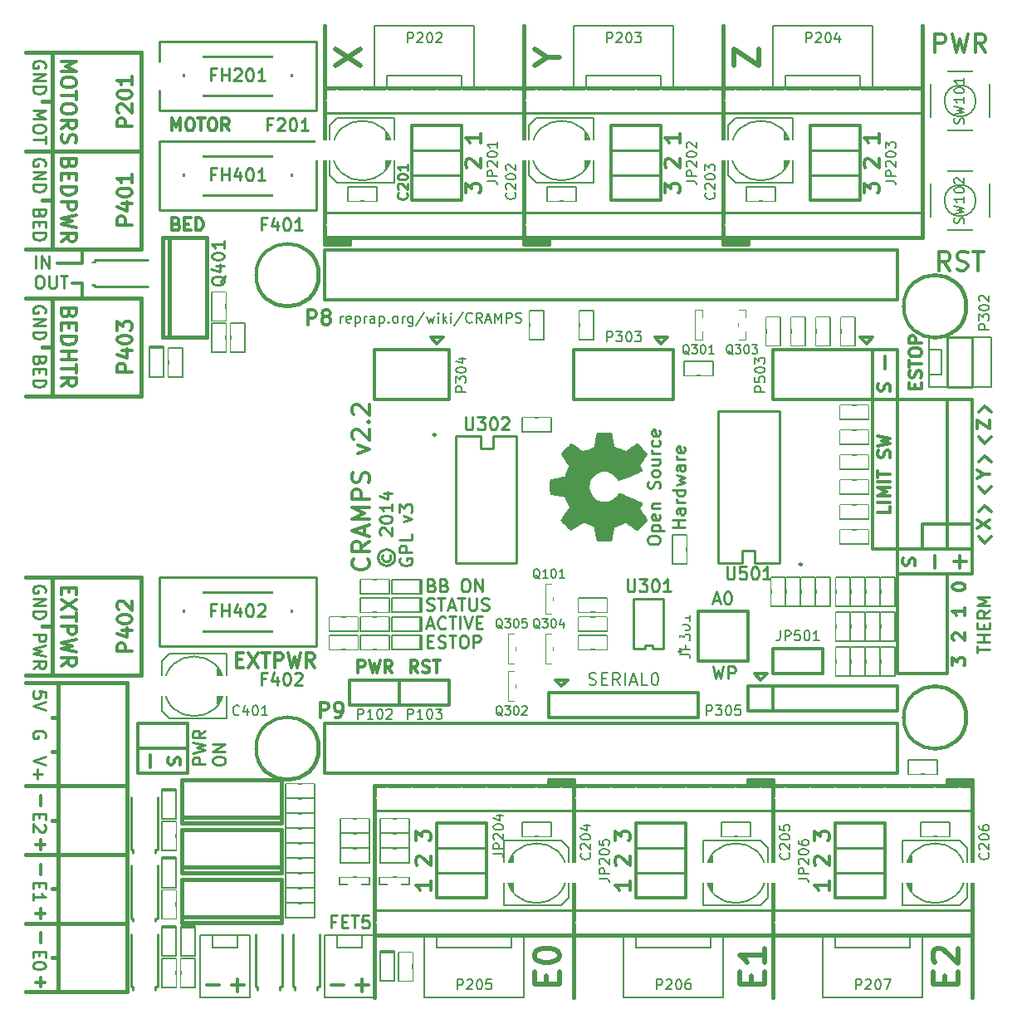
<source format=gto>
G04 (created by PCBNEW (2013-07-07 BZR 4022)-stable) date 6/5/2014 4:25:56 PM*
%MOIN*%
G04 Gerber Fmt 3.4, Leading zero omitted, Abs format*
%FSLAX34Y34*%
G01*
G70*
G90*
G04 APERTURE LIST*
%ADD10C,0.00590551*%
%ADD11C,0.012*%
%ADD12C,0.01*%
%ADD13C,0.015*%
%ADD14C,0.011811*%
%ADD15C,0.008*%
%ADD16C,0.02*%
%ADD17C,0.005*%
%ADD18C,0.0001*%
%ADD19C,0.006*%
%ADD20C,0.0047*%
%ADD21C,0.00906299*%
%ADD22C,0.007*%
%ADD23C,0.03*%
%ADD24R,0.085X0.085*%
%ADD25O,0.085X0.085*%
%ADD26C,0.124331*%
%ADD27C,0.08*%
%ADD28C,0.085*%
%ADD29R,0.1617X0.083*%
%ADD30C,0.09*%
%ADD31R,0.09X0.09*%
%ADD32R,0.085X0.08*%
%ADD33R,0.075X0.1184*%
%ADD34R,0.056X0.056*%
%ADD35C,0.13811*%
%ADD36R,0.13811X0.13811*%
%ADD37C,0.114488*%
%ADD38R,0.114488X0.114488*%
%ADD39C,0.236535*%
%ADD40R,0.0566142X0.0511024*%
%ADD41R,0.0511024X0.0566142*%
%ADD42R,0.0514961X0.0514961*%
%ADD43R,0.0987402X0.043622*%
%ADD44R,0.0829921X0.043622*%
%ADD45R,0.0810236X0.106614*%
%ADD46R,0.106614X0.0810236*%
G04 APERTURE END LIST*
G54D10*
G54D11*
X11178Y16857D02*
X11202Y16928D01*
X11202Y17047D01*
X11178Y17095D01*
X11154Y17119D01*
X11107Y17142D01*
X11059Y17142D01*
X11011Y17119D01*
X10988Y17095D01*
X10964Y17047D01*
X10940Y16952D01*
X10916Y16904D01*
X10892Y16880D01*
X10845Y16857D01*
X10797Y16857D01*
X10750Y16880D01*
X10726Y16904D01*
X10702Y16952D01*
X10702Y17071D01*
X10726Y17142D01*
X39500Y32750D02*
X39500Y33250D01*
X39678Y31857D02*
X39702Y31928D01*
X39702Y32047D01*
X39678Y32095D01*
X39654Y32119D01*
X39607Y32142D01*
X39559Y32142D01*
X39511Y32119D01*
X39488Y32095D01*
X39464Y32047D01*
X39440Y31952D01*
X39416Y31904D01*
X39392Y31880D01*
X39345Y31857D01*
X39297Y31857D01*
X39250Y31880D01*
X39226Y31904D01*
X39202Y31952D01*
X39202Y32071D01*
X39226Y32142D01*
X42250Y25000D02*
X42750Y25000D01*
X42500Y24750D02*
X42500Y25250D01*
X41500Y24750D02*
X41500Y25250D01*
X40000Y33500D02*
X40000Y31500D01*
X39000Y33500D02*
X40000Y33500D01*
X11500Y16500D02*
X11500Y17500D01*
X9500Y16500D02*
X11500Y16500D01*
X9500Y17500D02*
X9500Y16500D01*
G54D12*
X32595Y23440D02*
X32833Y23440D01*
X32547Y23297D02*
X32714Y23797D01*
X32880Y23297D01*
X33142Y23797D02*
X33190Y23797D01*
X33238Y23773D01*
X33261Y23750D01*
X33285Y23702D01*
X33309Y23607D01*
X33309Y23488D01*
X33285Y23392D01*
X33261Y23345D01*
X33238Y23321D01*
X33190Y23297D01*
X33142Y23297D01*
X33095Y23321D01*
X33071Y23345D01*
X33047Y23392D01*
X33023Y23488D01*
X33023Y23607D01*
X33047Y23702D01*
X33071Y23750D01*
X33095Y23773D01*
X33142Y23797D01*
X12202Y16869D02*
X11702Y16869D01*
X11702Y17059D01*
X11726Y17107D01*
X11750Y17130D01*
X11797Y17154D01*
X11869Y17154D01*
X11916Y17130D01*
X11940Y17107D01*
X11964Y17059D01*
X11964Y16869D01*
X11702Y17321D02*
X12202Y17440D01*
X11845Y17535D01*
X12202Y17630D01*
X11702Y17750D01*
X12202Y18226D02*
X11964Y18059D01*
X12202Y17940D02*
X11702Y17940D01*
X11702Y18130D01*
X11726Y18178D01*
X11750Y18202D01*
X11797Y18226D01*
X11869Y18226D01*
X11916Y18202D01*
X11940Y18178D01*
X11964Y18130D01*
X11964Y17940D01*
X12502Y16964D02*
X12502Y17059D01*
X12526Y17107D01*
X12573Y17154D01*
X12669Y17178D01*
X12835Y17178D01*
X12930Y17154D01*
X12978Y17107D01*
X13002Y17059D01*
X13002Y16964D01*
X12978Y16916D01*
X12930Y16869D01*
X12835Y16845D01*
X12669Y16845D01*
X12573Y16869D01*
X12526Y16916D01*
X12502Y16964D01*
X13002Y17392D02*
X12502Y17392D01*
X13002Y17678D01*
X12502Y17678D01*
X32571Y20797D02*
X32690Y20297D01*
X32785Y20654D01*
X32880Y20297D01*
X33000Y20797D01*
X33190Y20297D02*
X33190Y20797D01*
X33380Y20797D01*
X33428Y20773D01*
X33452Y20750D01*
X33476Y20702D01*
X33476Y20630D01*
X33452Y20583D01*
X33428Y20559D01*
X33380Y20535D01*
X33190Y20535D01*
G54D13*
X19000Y7500D02*
X19000Y10000D01*
X27000Y7500D02*
X27000Y10000D01*
G54D14*
X13439Y21070D02*
X13636Y21070D01*
X13720Y20760D02*
X13439Y20760D01*
X13439Y21351D01*
X13720Y21351D01*
X13917Y21351D02*
X14311Y20760D01*
X14311Y21351D02*
X13917Y20760D01*
X14451Y21351D02*
X14789Y21351D01*
X14620Y20760D02*
X14620Y21351D01*
X14985Y20760D02*
X14985Y21351D01*
X15210Y21351D01*
X15267Y21323D01*
X15295Y21295D01*
X15323Y21239D01*
X15323Y21154D01*
X15295Y21098D01*
X15267Y21070D01*
X15210Y21042D01*
X14985Y21042D01*
X15520Y21351D02*
X15660Y20760D01*
X15773Y21182D01*
X15885Y20760D01*
X16026Y21351D01*
X16588Y20760D02*
X16392Y21042D01*
X16251Y20760D02*
X16251Y21351D01*
X16476Y21351D01*
X16532Y21323D01*
X16560Y21295D01*
X16588Y21239D01*
X16588Y21154D01*
X16560Y21098D01*
X16532Y21070D01*
X16476Y21042D01*
X16251Y21042D01*
G54D13*
X17000Y44000D02*
X17000Y46500D01*
X41000Y44000D02*
X41000Y46500D01*
X43000Y7500D02*
X43000Y10000D01*
G54D12*
X5531Y9360D02*
X5531Y9194D01*
X5270Y9122D02*
X5270Y9360D01*
X5770Y9360D01*
X5770Y9122D01*
X5770Y8813D02*
X5770Y8765D01*
X5746Y8718D01*
X5722Y8694D01*
X5674Y8670D01*
X5579Y8646D01*
X5460Y8646D01*
X5365Y8670D01*
X5317Y8694D01*
X5293Y8718D01*
X5270Y8765D01*
X5270Y8813D01*
X5293Y8860D01*
X5317Y8884D01*
X5365Y8908D01*
X5460Y8932D01*
X5579Y8932D01*
X5674Y8908D01*
X5722Y8884D01*
X5746Y8860D01*
X5770Y8813D01*
X5531Y12116D02*
X5531Y11950D01*
X5270Y11878D02*
X5270Y12116D01*
X5770Y12116D01*
X5770Y11878D01*
X5270Y11402D02*
X5270Y11688D01*
X5270Y11545D02*
X5770Y11545D01*
X5698Y11593D01*
X5651Y11640D01*
X5627Y11688D01*
G54D11*
X16307Y34507D02*
X16307Y35107D01*
X16535Y35107D01*
X16592Y35078D01*
X16621Y35050D01*
X16650Y34992D01*
X16650Y34907D01*
X16621Y34850D01*
X16592Y34821D01*
X16535Y34792D01*
X16307Y34792D01*
X16992Y34850D02*
X16935Y34878D01*
X16907Y34907D01*
X16878Y34964D01*
X16878Y34992D01*
X16907Y35050D01*
X16935Y35078D01*
X16992Y35107D01*
X17107Y35107D01*
X17164Y35078D01*
X17192Y35050D01*
X17221Y34992D01*
X17221Y34964D01*
X17192Y34907D01*
X17164Y34878D01*
X17107Y34850D01*
X16992Y34850D01*
X16935Y34821D01*
X16907Y34792D01*
X16878Y34735D01*
X16878Y34621D01*
X16907Y34564D01*
X16935Y34535D01*
X16992Y34507D01*
X17107Y34507D01*
X17164Y34535D01*
X17192Y34564D01*
X17221Y34621D01*
X17221Y34735D01*
X17192Y34792D01*
X17164Y34821D01*
X17107Y34850D01*
X16807Y18757D02*
X16807Y19357D01*
X17035Y19357D01*
X17092Y19328D01*
X17121Y19300D01*
X17150Y19242D01*
X17150Y19157D01*
X17121Y19100D01*
X17092Y19071D01*
X17035Y19042D01*
X16807Y19042D01*
X17435Y18757D02*
X17550Y18757D01*
X17607Y18785D01*
X17635Y18814D01*
X17692Y18900D01*
X17721Y19014D01*
X17721Y19242D01*
X17692Y19300D01*
X17664Y19328D01*
X17607Y19357D01*
X17492Y19357D01*
X17435Y19328D01*
X17407Y19300D01*
X17378Y19242D01*
X17378Y19100D01*
X17407Y19042D01*
X17435Y19014D01*
X17492Y18985D01*
X17607Y18985D01*
X17664Y19014D01*
X17692Y19042D01*
X17721Y19100D01*
X38500Y34000D02*
X39000Y34000D01*
X39000Y34000D02*
X38750Y33750D01*
X38750Y33750D02*
X38500Y34000D01*
X34500Y20250D02*
X34250Y20500D01*
X34750Y20500D02*
X34500Y20250D01*
X34250Y20500D02*
X34750Y20500D01*
X21250Y34000D02*
X21750Y34000D01*
X21750Y34000D02*
X21500Y33750D01*
X21500Y33750D02*
X21250Y34000D01*
X30500Y33750D02*
X30250Y34000D01*
X30750Y34000D02*
X30500Y33750D01*
X30250Y34000D02*
X30750Y34000D01*
G54D13*
X6062Y41496D02*
X5000Y41496D01*
X6062Y35590D02*
X5000Y35590D01*
X6062Y37559D02*
X5000Y37559D01*
X6062Y45433D02*
X5000Y45433D01*
X6062Y24370D02*
X5000Y24370D01*
X6062Y31653D02*
X5000Y31653D01*
X6062Y20433D02*
X5000Y20433D01*
X6062Y20137D02*
X5000Y20137D01*
X6062Y16003D02*
X5000Y16003D01*
X6062Y13248D02*
X5000Y13248D01*
X6062Y10492D02*
X5000Y10492D01*
G54D11*
X7244Y36968D02*
X6259Y36968D01*
X7244Y37559D02*
X7244Y36968D01*
X7244Y36181D02*
X7244Y35590D01*
X6850Y36181D02*
X7244Y36181D01*
G54D12*
X5489Y36478D02*
X5585Y36478D01*
X5632Y36454D01*
X5680Y36407D01*
X5704Y36312D01*
X5704Y36145D01*
X5680Y36050D01*
X5632Y36002D01*
X5585Y35978D01*
X5489Y35978D01*
X5442Y36002D01*
X5394Y36050D01*
X5370Y36145D01*
X5370Y36312D01*
X5394Y36407D01*
X5442Y36454D01*
X5489Y36478D01*
X5918Y36478D02*
X5918Y36073D01*
X5942Y36026D01*
X5966Y36002D01*
X6013Y35978D01*
X6108Y35978D01*
X6156Y36002D01*
X6180Y36026D01*
X6204Y36073D01*
X6204Y36478D01*
X6370Y36478D02*
X6656Y36478D01*
X6513Y35978D02*
X6513Y36478D01*
X5394Y36766D02*
X5394Y37266D01*
X5632Y36766D02*
X5632Y37266D01*
X5918Y36766D01*
X5918Y37266D01*
G54D14*
X6723Y34971D02*
X6695Y34887D01*
X6667Y34859D01*
X6611Y34831D01*
X6526Y34831D01*
X6470Y34859D01*
X6442Y34887D01*
X6414Y34943D01*
X6414Y35168D01*
X7005Y35168D01*
X7005Y34971D01*
X6976Y34915D01*
X6948Y34887D01*
X6892Y34859D01*
X6836Y34859D01*
X6780Y34887D01*
X6751Y34915D01*
X6723Y34971D01*
X6723Y35168D01*
X6723Y34578D02*
X6723Y34381D01*
X6414Y34296D02*
X6414Y34578D01*
X7005Y34578D01*
X7005Y34296D01*
X6414Y34043D02*
X7005Y34043D01*
X7005Y33903D01*
X6976Y33818D01*
X6920Y33762D01*
X6864Y33734D01*
X6751Y33706D01*
X6667Y33706D01*
X6555Y33734D01*
X6498Y33762D01*
X6442Y33818D01*
X6414Y33903D01*
X6414Y34043D01*
X6414Y33453D02*
X7005Y33453D01*
X6723Y33453D02*
X6723Y33115D01*
X6414Y33115D02*
X7005Y33115D01*
X7005Y32919D02*
X7005Y32581D01*
X6414Y32750D02*
X7005Y32750D01*
X6414Y32047D02*
X6695Y32244D01*
X6414Y32384D02*
X7005Y32384D01*
X7005Y32159D01*
X6976Y32103D01*
X6948Y32075D01*
X6892Y32047D01*
X6808Y32047D01*
X6751Y32075D01*
X6723Y32103D01*
X6695Y32159D01*
X6695Y32384D01*
G54D12*
X5531Y33078D02*
X5508Y33006D01*
X5484Y32983D01*
X5436Y32959D01*
X5365Y32959D01*
X5317Y32983D01*
X5293Y33006D01*
X5270Y33054D01*
X5270Y33244D01*
X5770Y33244D01*
X5770Y33078D01*
X5746Y33030D01*
X5722Y33006D01*
X5674Y32983D01*
X5627Y32983D01*
X5579Y33006D01*
X5555Y33030D01*
X5531Y33078D01*
X5531Y33244D01*
X5531Y32744D02*
X5531Y32578D01*
X5270Y32506D02*
X5270Y32744D01*
X5770Y32744D01*
X5770Y32506D01*
X5270Y32292D02*
X5770Y32292D01*
X5770Y32173D01*
X5746Y32102D01*
X5698Y32054D01*
X5651Y32030D01*
X5555Y32006D01*
X5484Y32006D01*
X5389Y32030D01*
X5341Y32054D01*
X5293Y32102D01*
X5270Y32173D01*
X5270Y32292D01*
X5746Y34987D02*
X5770Y35034D01*
X5770Y35106D01*
X5746Y35177D01*
X5698Y35225D01*
X5651Y35249D01*
X5555Y35272D01*
X5484Y35272D01*
X5389Y35249D01*
X5341Y35225D01*
X5293Y35177D01*
X5270Y35106D01*
X5270Y35058D01*
X5293Y34987D01*
X5317Y34963D01*
X5484Y34963D01*
X5484Y35058D01*
X5270Y34749D02*
X5770Y34749D01*
X5270Y34463D01*
X5770Y34463D01*
X5270Y34225D02*
X5770Y34225D01*
X5770Y34106D01*
X5746Y34034D01*
X5698Y33987D01*
X5651Y33963D01*
X5555Y33939D01*
X5484Y33939D01*
X5389Y33963D01*
X5341Y33987D01*
X5293Y34034D01*
X5270Y34106D01*
X5270Y34225D01*
X5746Y40892D02*
X5770Y40940D01*
X5770Y41011D01*
X5746Y41083D01*
X5698Y41130D01*
X5651Y41154D01*
X5555Y41178D01*
X5484Y41178D01*
X5389Y41154D01*
X5341Y41130D01*
X5293Y41083D01*
X5270Y41011D01*
X5270Y40964D01*
X5293Y40892D01*
X5317Y40868D01*
X5484Y40868D01*
X5484Y40964D01*
X5270Y40654D02*
X5770Y40654D01*
X5270Y40368D01*
X5770Y40368D01*
X5270Y40130D02*
X5770Y40130D01*
X5770Y40011D01*
X5746Y39940D01*
X5698Y39892D01*
X5651Y39868D01*
X5555Y39845D01*
X5484Y39845D01*
X5389Y39868D01*
X5341Y39892D01*
X5293Y39940D01*
X5270Y40011D01*
X5270Y40130D01*
X5531Y38983D02*
X5508Y38912D01*
X5484Y38888D01*
X5436Y38864D01*
X5365Y38864D01*
X5317Y38888D01*
X5293Y38912D01*
X5270Y38959D01*
X5270Y39150D01*
X5770Y39150D01*
X5770Y38983D01*
X5746Y38936D01*
X5722Y38912D01*
X5674Y38888D01*
X5627Y38888D01*
X5579Y38912D01*
X5555Y38936D01*
X5531Y38983D01*
X5531Y39150D01*
X5531Y38650D02*
X5531Y38483D01*
X5270Y38412D02*
X5270Y38650D01*
X5770Y38650D01*
X5770Y38412D01*
X5270Y38198D02*
X5770Y38198D01*
X5770Y38079D01*
X5746Y38007D01*
X5698Y37959D01*
X5651Y37936D01*
X5555Y37912D01*
X5484Y37912D01*
X5389Y37936D01*
X5341Y37959D01*
X5293Y38007D01*
X5270Y38079D01*
X5270Y38198D01*
G54D14*
X6723Y40975D02*
X6695Y40891D01*
X6667Y40863D01*
X6611Y40835D01*
X6526Y40835D01*
X6470Y40863D01*
X6442Y40891D01*
X6414Y40947D01*
X6414Y41172D01*
X7005Y41172D01*
X7005Y40975D01*
X6976Y40919D01*
X6948Y40891D01*
X6892Y40863D01*
X6836Y40863D01*
X6780Y40891D01*
X6751Y40919D01*
X6723Y40975D01*
X6723Y41172D01*
X6723Y40582D02*
X6723Y40385D01*
X6414Y40300D02*
X6414Y40582D01*
X7005Y40582D01*
X7005Y40300D01*
X6414Y40047D02*
X7005Y40047D01*
X7005Y39907D01*
X6976Y39822D01*
X6920Y39766D01*
X6864Y39738D01*
X6751Y39710D01*
X6667Y39710D01*
X6555Y39738D01*
X6498Y39766D01*
X6442Y39822D01*
X6414Y39907D01*
X6414Y40047D01*
X6414Y39457D02*
X7005Y39457D01*
X7005Y39232D01*
X6976Y39176D01*
X6948Y39147D01*
X6892Y39119D01*
X6808Y39119D01*
X6751Y39147D01*
X6723Y39176D01*
X6695Y39232D01*
X6695Y39457D01*
X7005Y38922D02*
X6414Y38782D01*
X6836Y38669D01*
X6414Y38557D01*
X7005Y38416D01*
X6414Y37854D02*
X6695Y38051D01*
X6414Y38191D02*
X7005Y38191D01*
X7005Y37966D01*
X6976Y37910D01*
X6948Y37882D01*
X6892Y37854D01*
X6808Y37854D01*
X6751Y37882D01*
X6723Y37910D01*
X6695Y37966D01*
X6695Y38191D01*
X6414Y45081D02*
X7005Y45081D01*
X6583Y44884D01*
X7005Y44687D01*
X6414Y44687D01*
X7005Y44294D02*
X7005Y44181D01*
X6976Y44125D01*
X6920Y44069D01*
X6808Y44041D01*
X6611Y44041D01*
X6498Y44069D01*
X6442Y44125D01*
X6414Y44181D01*
X6414Y44294D01*
X6442Y44350D01*
X6498Y44406D01*
X6611Y44434D01*
X6808Y44434D01*
X6920Y44406D01*
X6976Y44350D01*
X7005Y44294D01*
X7005Y43872D02*
X7005Y43534D01*
X6414Y43703D02*
X7005Y43703D01*
X7005Y43225D02*
X7005Y43113D01*
X6976Y43056D01*
X6920Y43000D01*
X6808Y42972D01*
X6611Y42972D01*
X6498Y43000D01*
X6442Y43056D01*
X6414Y43113D01*
X6414Y43225D01*
X6442Y43281D01*
X6498Y43338D01*
X6611Y43366D01*
X6808Y43366D01*
X6920Y43338D01*
X6976Y43281D01*
X7005Y43225D01*
X6414Y42381D02*
X6695Y42578D01*
X6414Y42719D02*
X7005Y42719D01*
X7005Y42494D01*
X6976Y42438D01*
X6948Y42410D01*
X6892Y42381D01*
X6808Y42381D01*
X6751Y42410D01*
X6723Y42438D01*
X6695Y42494D01*
X6695Y42719D01*
X6442Y42156D02*
X6414Y42072D01*
X6414Y41931D01*
X6442Y41875D01*
X6470Y41847D01*
X6526Y41819D01*
X6583Y41819D01*
X6639Y41847D01*
X6667Y41875D01*
X6695Y41931D01*
X6723Y42044D01*
X6751Y42100D01*
X6780Y42128D01*
X6836Y42156D01*
X6892Y42156D01*
X6948Y42128D01*
X6976Y42100D01*
X7005Y42044D01*
X7005Y41903D01*
X6976Y41819D01*
G54D12*
X5270Y43099D02*
X5770Y43099D01*
X5412Y42932D01*
X5770Y42766D01*
X5270Y42766D01*
X5770Y42432D02*
X5770Y42337D01*
X5746Y42289D01*
X5698Y42242D01*
X5603Y42218D01*
X5436Y42218D01*
X5341Y42242D01*
X5293Y42289D01*
X5270Y42337D01*
X5270Y42432D01*
X5293Y42480D01*
X5341Y42527D01*
X5436Y42551D01*
X5603Y42551D01*
X5698Y42527D01*
X5746Y42480D01*
X5770Y42432D01*
X5770Y42075D02*
X5770Y41789D01*
X5270Y41932D02*
X5770Y41932D01*
X5746Y44829D02*
X5770Y44877D01*
X5770Y44948D01*
X5746Y45020D01*
X5698Y45067D01*
X5651Y45091D01*
X5555Y45115D01*
X5484Y45115D01*
X5389Y45091D01*
X5341Y45067D01*
X5293Y45020D01*
X5270Y44948D01*
X5270Y44901D01*
X5293Y44829D01*
X5317Y44805D01*
X5484Y44805D01*
X5484Y44901D01*
X5270Y44591D02*
X5770Y44591D01*
X5270Y44305D01*
X5770Y44305D01*
X5270Y44067D02*
X5770Y44067D01*
X5770Y43948D01*
X5746Y43877D01*
X5698Y43829D01*
X5651Y43805D01*
X5555Y43782D01*
X5484Y43782D01*
X5389Y43805D01*
X5341Y43829D01*
X5293Y43877D01*
X5270Y43948D01*
X5270Y44067D01*
X5746Y23766D02*
X5770Y23814D01*
X5770Y23885D01*
X5746Y23957D01*
X5698Y24004D01*
X5651Y24028D01*
X5555Y24052D01*
X5484Y24052D01*
X5389Y24028D01*
X5341Y24004D01*
X5293Y23957D01*
X5270Y23885D01*
X5270Y23838D01*
X5293Y23766D01*
X5317Y23742D01*
X5484Y23742D01*
X5484Y23838D01*
X5270Y23528D02*
X5770Y23528D01*
X5270Y23242D01*
X5770Y23242D01*
X5270Y23004D02*
X5770Y23004D01*
X5770Y22885D01*
X5746Y22814D01*
X5698Y22766D01*
X5651Y22742D01*
X5555Y22719D01*
X5484Y22719D01*
X5389Y22742D01*
X5341Y22766D01*
X5293Y22814D01*
X5270Y22885D01*
X5270Y23004D01*
X5270Y22083D02*
X5770Y22083D01*
X5770Y21893D01*
X5746Y21845D01*
X5722Y21822D01*
X5674Y21798D01*
X5603Y21798D01*
X5555Y21822D01*
X5531Y21845D01*
X5508Y21893D01*
X5508Y22083D01*
X5770Y21631D02*
X5270Y21512D01*
X5627Y21417D01*
X5270Y21322D01*
X5770Y21203D01*
X5270Y20726D02*
X5508Y20893D01*
X5270Y21012D02*
X5770Y21012D01*
X5770Y20822D01*
X5746Y20774D01*
X5722Y20750D01*
X5674Y20726D01*
X5603Y20726D01*
X5555Y20750D01*
X5531Y20774D01*
X5508Y20822D01*
X5508Y21012D01*
G54D11*
X5374Y8129D02*
X5767Y8129D01*
X5570Y7933D02*
X5570Y8326D01*
X5570Y9704D02*
X5570Y10098D01*
X5374Y10885D02*
X5767Y10885D01*
X5570Y10688D02*
X5570Y11082D01*
X5570Y12460D02*
X5570Y12854D01*
G54D12*
X5770Y17169D02*
X5270Y17002D01*
X5770Y16835D01*
X5460Y16669D02*
X5460Y16288D01*
X5270Y16478D02*
X5651Y16478D01*
X5770Y19544D02*
X5770Y19782D01*
X5531Y19805D01*
X5555Y19782D01*
X5579Y19734D01*
X5579Y19615D01*
X5555Y19567D01*
X5531Y19544D01*
X5484Y19520D01*
X5365Y19520D01*
X5317Y19544D01*
X5293Y19567D01*
X5270Y19615D01*
X5270Y19734D01*
X5293Y19782D01*
X5317Y19805D01*
X5770Y19377D02*
X5270Y19210D01*
X5770Y19044D01*
X5746Y17939D02*
X5770Y17987D01*
X5770Y18058D01*
X5746Y18130D01*
X5698Y18178D01*
X5651Y18201D01*
X5555Y18225D01*
X5484Y18225D01*
X5389Y18201D01*
X5341Y18178D01*
X5293Y18130D01*
X5270Y18058D01*
X5270Y18011D01*
X5293Y17939D01*
X5317Y17916D01*
X5484Y17916D01*
X5484Y18011D01*
G54D13*
X6062Y7736D02*
X5000Y7736D01*
G54D11*
X5374Y13641D02*
X5767Y13641D01*
X5570Y13444D02*
X5570Y13838D01*
X5570Y15216D02*
X5570Y15610D01*
X26000Y18750D02*
X26000Y19750D01*
X32000Y18750D02*
X26000Y18750D01*
X32000Y19750D02*
X32000Y18750D01*
X26000Y19750D02*
X32000Y19750D01*
G54D12*
X21285Y24059D02*
X21357Y24035D01*
X21380Y24011D01*
X21404Y23964D01*
X21404Y23892D01*
X21380Y23845D01*
X21357Y23821D01*
X21309Y23797D01*
X21119Y23797D01*
X21119Y24297D01*
X21285Y24297D01*
X21333Y24273D01*
X21357Y24250D01*
X21380Y24202D01*
X21380Y24154D01*
X21357Y24107D01*
X21333Y24083D01*
X21285Y24059D01*
X21119Y24059D01*
X21785Y24059D02*
X21857Y24035D01*
X21880Y24011D01*
X21904Y23964D01*
X21904Y23892D01*
X21880Y23845D01*
X21857Y23821D01*
X21809Y23797D01*
X21619Y23797D01*
X21619Y24297D01*
X21785Y24297D01*
X21833Y24273D01*
X21857Y24250D01*
X21880Y24202D01*
X21880Y24154D01*
X21857Y24107D01*
X21833Y24083D01*
X21785Y24059D01*
X21619Y24059D01*
X22595Y24297D02*
X22690Y24297D01*
X22738Y24273D01*
X22785Y24226D01*
X22809Y24130D01*
X22809Y23964D01*
X22785Y23869D01*
X22738Y23821D01*
X22690Y23797D01*
X22595Y23797D01*
X22547Y23821D01*
X22500Y23869D01*
X22476Y23964D01*
X22476Y24130D01*
X22500Y24226D01*
X22547Y24273D01*
X22595Y24297D01*
X23023Y23797D02*
X23023Y24297D01*
X23309Y23797D01*
X23309Y24297D01*
G54D11*
X26250Y20250D02*
X26750Y20250D01*
X26750Y20250D02*
X26500Y20000D01*
X26500Y20000D02*
X26250Y20250D01*
G54D12*
X21119Y21809D02*
X21285Y21809D01*
X21357Y21547D02*
X21119Y21547D01*
X21119Y22047D01*
X21357Y22047D01*
X21547Y21571D02*
X21619Y21547D01*
X21738Y21547D01*
X21785Y21571D01*
X21809Y21595D01*
X21833Y21642D01*
X21833Y21690D01*
X21809Y21738D01*
X21785Y21761D01*
X21738Y21785D01*
X21642Y21809D01*
X21595Y21833D01*
X21571Y21857D01*
X21547Y21904D01*
X21547Y21952D01*
X21571Y22000D01*
X21595Y22023D01*
X21642Y22047D01*
X21761Y22047D01*
X21833Y22023D01*
X21976Y22047D02*
X22261Y22047D01*
X22119Y21547D02*
X22119Y22047D01*
X22523Y22047D02*
X22619Y22047D01*
X22666Y22023D01*
X22714Y21976D01*
X22738Y21880D01*
X22738Y21714D01*
X22714Y21619D01*
X22666Y21571D01*
X22619Y21547D01*
X22523Y21547D01*
X22476Y21571D01*
X22428Y21619D01*
X22404Y21714D01*
X22404Y21880D01*
X22428Y21976D01*
X22476Y22023D01*
X22523Y22047D01*
X22952Y21547D02*
X22952Y22047D01*
X23142Y22047D01*
X23190Y22023D01*
X23214Y22000D01*
X23238Y21952D01*
X23238Y21880D01*
X23214Y21833D01*
X23190Y21809D01*
X23142Y21785D01*
X22952Y21785D01*
X21095Y22440D02*
X21333Y22440D01*
X21047Y22297D02*
X21214Y22797D01*
X21380Y22297D01*
X21833Y22345D02*
X21809Y22321D01*
X21738Y22297D01*
X21690Y22297D01*
X21619Y22321D01*
X21571Y22369D01*
X21547Y22416D01*
X21523Y22511D01*
X21523Y22583D01*
X21547Y22678D01*
X21571Y22726D01*
X21619Y22773D01*
X21690Y22797D01*
X21738Y22797D01*
X21809Y22773D01*
X21833Y22750D01*
X21976Y22797D02*
X22261Y22797D01*
X22119Y22297D02*
X22119Y22797D01*
X22428Y22297D02*
X22428Y22797D01*
X22595Y22797D02*
X22761Y22297D01*
X22928Y22797D01*
X23095Y22559D02*
X23261Y22559D01*
X23333Y22297D02*
X23095Y22297D01*
X23095Y22797D01*
X23333Y22797D01*
X21095Y23071D02*
X21166Y23047D01*
X21285Y23047D01*
X21333Y23071D01*
X21357Y23095D01*
X21380Y23142D01*
X21380Y23190D01*
X21357Y23238D01*
X21333Y23261D01*
X21285Y23285D01*
X21190Y23309D01*
X21142Y23333D01*
X21119Y23357D01*
X21095Y23404D01*
X21095Y23452D01*
X21119Y23500D01*
X21142Y23523D01*
X21190Y23547D01*
X21309Y23547D01*
X21380Y23523D01*
X21523Y23547D02*
X21809Y23547D01*
X21666Y23047D02*
X21666Y23547D01*
X21952Y23190D02*
X22190Y23190D01*
X21904Y23047D02*
X22071Y23547D01*
X22238Y23047D01*
X22333Y23547D02*
X22619Y23547D01*
X22476Y23047D02*
X22476Y23547D01*
X22785Y23547D02*
X22785Y23142D01*
X22809Y23095D01*
X22833Y23071D01*
X22880Y23047D01*
X22976Y23047D01*
X23023Y23071D01*
X23047Y23095D01*
X23071Y23142D01*
X23071Y23547D01*
X23285Y23071D02*
X23357Y23047D01*
X23476Y23047D01*
X23523Y23071D01*
X23547Y23095D01*
X23571Y23142D01*
X23571Y23190D01*
X23547Y23238D01*
X23523Y23261D01*
X23476Y23285D01*
X23380Y23309D01*
X23333Y23333D01*
X23309Y23357D01*
X23285Y23404D01*
X23285Y23452D01*
X23309Y23500D01*
X23333Y23523D01*
X23380Y23547D01*
X23499Y23547D01*
X23571Y23523D01*
G54D11*
X42089Y36696D02*
X41839Y37053D01*
X41660Y36696D02*
X41660Y37446D01*
X41946Y37446D01*
X42017Y37410D01*
X42053Y37375D01*
X42089Y37303D01*
X42089Y37196D01*
X42053Y37125D01*
X42017Y37089D01*
X41946Y37053D01*
X41660Y37053D01*
X42375Y36732D02*
X42482Y36696D01*
X42660Y36696D01*
X42732Y36732D01*
X42767Y36767D01*
X42803Y36839D01*
X42803Y36910D01*
X42767Y36982D01*
X42732Y37017D01*
X42660Y37053D01*
X42517Y37089D01*
X42446Y37125D01*
X42410Y37160D01*
X42375Y37232D01*
X42375Y37303D01*
X42410Y37375D01*
X42446Y37410D01*
X42517Y37446D01*
X42696Y37446D01*
X42803Y37410D01*
X43017Y37446D02*
X43446Y37446D01*
X43232Y36696D02*
X43232Y37446D01*
X41500Y45446D02*
X41500Y46196D01*
X41785Y46196D01*
X41857Y46160D01*
X41892Y46125D01*
X41928Y46053D01*
X41928Y45946D01*
X41892Y45875D01*
X41857Y45839D01*
X41785Y45803D01*
X41500Y45803D01*
X42178Y46196D02*
X42357Y45446D01*
X42500Y45982D01*
X42642Y45446D01*
X42821Y46196D01*
X43535Y45446D02*
X43285Y45803D01*
X43107Y45446D02*
X43107Y46196D01*
X43392Y46196D01*
X43464Y46160D01*
X43500Y46125D01*
X43535Y46053D01*
X43535Y45946D01*
X43500Y45875D01*
X43464Y45839D01*
X43392Y45803D01*
X43107Y45803D01*
X16750Y17500D02*
G75*
G03X16750Y17500I-1250J0D01*
G74*
G01*
X42750Y18750D02*
G75*
G03X42750Y18750I-1250J0D01*
G74*
G01*
X42750Y35250D02*
G75*
G03X42750Y35250I-1250J0D01*
G74*
G01*
X16750Y36500D02*
G75*
G03X16750Y36500I-1250J0D01*
G74*
G01*
G54D13*
X25000Y44000D02*
X25000Y46500D01*
X33000Y44000D02*
X33000Y46500D01*
G54D11*
X40690Y31952D02*
X40690Y32119D01*
X40952Y32190D02*
X40952Y31952D01*
X40452Y31952D01*
X40452Y32190D01*
X40928Y32380D02*
X40952Y32452D01*
X40952Y32571D01*
X40928Y32619D01*
X40904Y32642D01*
X40857Y32666D01*
X40809Y32666D01*
X40761Y32642D01*
X40738Y32619D01*
X40714Y32571D01*
X40690Y32476D01*
X40666Y32428D01*
X40642Y32404D01*
X40595Y32380D01*
X40547Y32380D01*
X40500Y32404D01*
X40476Y32428D01*
X40452Y32476D01*
X40452Y32595D01*
X40476Y32666D01*
X40452Y32809D02*
X40452Y33095D01*
X40952Y32952D02*
X40452Y32952D01*
X40452Y33357D02*
X40452Y33452D01*
X40476Y33500D01*
X40523Y33547D01*
X40619Y33571D01*
X40785Y33571D01*
X40880Y33547D01*
X40928Y33500D01*
X40952Y33452D01*
X40952Y33357D01*
X40928Y33309D01*
X40880Y33261D01*
X40785Y33238D01*
X40619Y33238D01*
X40523Y33261D01*
X40476Y33309D01*
X40452Y33357D01*
X40952Y33785D02*
X40452Y33785D01*
X40452Y33976D01*
X40476Y34023D01*
X40500Y34047D01*
X40547Y34071D01*
X40619Y34071D01*
X40666Y34047D01*
X40690Y34023D01*
X40714Y33976D01*
X40714Y33785D01*
G54D12*
X19321Y25273D02*
X19297Y25226D01*
X19297Y25130D01*
X19321Y25083D01*
X19369Y25035D01*
X19416Y25011D01*
X19511Y25011D01*
X19559Y25035D01*
X19607Y25083D01*
X19630Y25130D01*
X19630Y25226D01*
X19607Y25273D01*
X19130Y25178D02*
X19154Y25059D01*
X19226Y24940D01*
X19345Y24869D01*
X19464Y24845D01*
X19583Y24869D01*
X19702Y24940D01*
X19773Y25059D01*
X19797Y25178D01*
X19773Y25297D01*
X19702Y25416D01*
X19583Y25488D01*
X19464Y25511D01*
X19345Y25488D01*
X19226Y25416D01*
X19154Y25297D01*
X19130Y25178D01*
X19250Y26083D02*
X19226Y26107D01*
X19202Y26154D01*
X19202Y26273D01*
X19226Y26321D01*
X19250Y26345D01*
X19297Y26369D01*
X19345Y26369D01*
X19416Y26345D01*
X19702Y26059D01*
X19702Y26369D01*
X19202Y26678D02*
X19202Y26726D01*
X19226Y26773D01*
X19250Y26797D01*
X19297Y26821D01*
X19392Y26845D01*
X19511Y26845D01*
X19607Y26821D01*
X19654Y26797D01*
X19678Y26773D01*
X19702Y26726D01*
X19702Y26678D01*
X19678Y26630D01*
X19654Y26607D01*
X19607Y26583D01*
X19511Y26559D01*
X19392Y26559D01*
X19297Y26583D01*
X19250Y26607D01*
X19226Y26630D01*
X19202Y26678D01*
X19702Y27321D02*
X19702Y27035D01*
X19702Y27178D02*
X19202Y27178D01*
X19273Y27130D01*
X19321Y27083D01*
X19345Y27035D01*
X19369Y27750D02*
X19702Y27750D01*
X19178Y27630D02*
X19535Y27511D01*
X19535Y27821D01*
X20026Y25130D02*
X20002Y25083D01*
X20002Y25011D01*
X20026Y24940D01*
X20073Y24892D01*
X20121Y24869D01*
X20216Y24845D01*
X20288Y24845D01*
X20383Y24869D01*
X20430Y24892D01*
X20478Y24940D01*
X20502Y25011D01*
X20502Y25059D01*
X20478Y25130D01*
X20454Y25154D01*
X20288Y25154D01*
X20288Y25059D01*
X20502Y25369D02*
X20002Y25369D01*
X20002Y25559D01*
X20026Y25607D01*
X20050Y25630D01*
X20097Y25654D01*
X20169Y25654D01*
X20216Y25630D01*
X20240Y25607D01*
X20264Y25559D01*
X20264Y25369D01*
X20502Y26107D02*
X20502Y25869D01*
X20002Y25869D01*
X20169Y26607D02*
X20502Y26726D01*
X20169Y26845D01*
X20002Y26988D02*
X20002Y27297D01*
X20192Y27130D01*
X20192Y27202D01*
X20216Y27250D01*
X20240Y27273D01*
X20288Y27297D01*
X20407Y27297D01*
X20454Y27273D01*
X20478Y27250D01*
X20502Y27202D01*
X20502Y27059D01*
X20478Y27011D01*
X20454Y26988D01*
G54D15*
X17630Y34588D02*
X17630Y34854D01*
X17630Y34778D02*
X17650Y34816D01*
X17669Y34835D01*
X17707Y34854D01*
X17745Y34854D01*
X18030Y34607D02*
X17992Y34588D01*
X17916Y34588D01*
X17878Y34607D01*
X17859Y34645D01*
X17859Y34797D01*
X17878Y34835D01*
X17916Y34854D01*
X17992Y34854D01*
X18030Y34835D01*
X18050Y34797D01*
X18050Y34759D01*
X17859Y34721D01*
X18221Y34854D02*
X18221Y34454D01*
X18221Y34835D02*
X18259Y34854D01*
X18335Y34854D01*
X18373Y34835D01*
X18392Y34816D01*
X18411Y34778D01*
X18411Y34664D01*
X18392Y34626D01*
X18373Y34607D01*
X18335Y34588D01*
X18259Y34588D01*
X18221Y34607D01*
X18583Y34588D02*
X18583Y34854D01*
X18583Y34778D02*
X18602Y34816D01*
X18621Y34835D01*
X18659Y34854D01*
X18697Y34854D01*
X19002Y34588D02*
X19002Y34797D01*
X18983Y34835D01*
X18945Y34854D01*
X18869Y34854D01*
X18830Y34835D01*
X19002Y34607D02*
X18964Y34588D01*
X18869Y34588D01*
X18830Y34607D01*
X18811Y34645D01*
X18811Y34683D01*
X18830Y34721D01*
X18869Y34740D01*
X18964Y34740D01*
X19002Y34759D01*
X19192Y34854D02*
X19192Y34454D01*
X19192Y34835D02*
X19230Y34854D01*
X19307Y34854D01*
X19345Y34835D01*
X19364Y34816D01*
X19383Y34778D01*
X19383Y34664D01*
X19364Y34626D01*
X19345Y34607D01*
X19307Y34588D01*
X19230Y34588D01*
X19192Y34607D01*
X19554Y34626D02*
X19573Y34607D01*
X19554Y34588D01*
X19535Y34607D01*
X19554Y34626D01*
X19554Y34588D01*
X19802Y34588D02*
X19764Y34607D01*
X19745Y34626D01*
X19726Y34664D01*
X19726Y34778D01*
X19745Y34816D01*
X19764Y34835D01*
X19802Y34854D01*
X19859Y34854D01*
X19897Y34835D01*
X19916Y34816D01*
X19935Y34778D01*
X19935Y34664D01*
X19916Y34626D01*
X19897Y34607D01*
X19859Y34588D01*
X19802Y34588D01*
X20107Y34588D02*
X20107Y34854D01*
X20107Y34778D02*
X20126Y34816D01*
X20145Y34835D01*
X20183Y34854D01*
X20221Y34854D01*
X20526Y34854D02*
X20526Y34530D01*
X20507Y34492D01*
X20488Y34473D01*
X20450Y34454D01*
X20392Y34454D01*
X20354Y34473D01*
X20526Y34607D02*
X20488Y34588D01*
X20411Y34588D01*
X20373Y34607D01*
X20354Y34626D01*
X20335Y34664D01*
X20335Y34778D01*
X20354Y34816D01*
X20373Y34835D01*
X20411Y34854D01*
X20488Y34854D01*
X20526Y34835D01*
X21002Y35007D02*
X20659Y34492D01*
X21097Y34854D02*
X21173Y34588D01*
X21249Y34778D01*
X21326Y34588D01*
X21402Y34854D01*
X21554Y34588D02*
X21554Y34854D01*
X21554Y34988D02*
X21535Y34969D01*
X21554Y34950D01*
X21573Y34969D01*
X21554Y34988D01*
X21554Y34950D01*
X21745Y34588D02*
X21745Y34988D01*
X21783Y34740D02*
X21897Y34588D01*
X21897Y34854D02*
X21745Y34702D01*
X22069Y34588D02*
X22069Y34854D01*
X22069Y34988D02*
X22050Y34969D01*
X22069Y34950D01*
X22088Y34969D01*
X22069Y34988D01*
X22069Y34950D01*
X22545Y35007D02*
X22202Y34492D01*
X22907Y34626D02*
X22888Y34607D01*
X22830Y34588D01*
X22792Y34588D01*
X22735Y34607D01*
X22697Y34645D01*
X22678Y34683D01*
X22659Y34759D01*
X22659Y34816D01*
X22678Y34892D01*
X22697Y34930D01*
X22735Y34969D01*
X22792Y34988D01*
X22830Y34988D01*
X22888Y34969D01*
X22907Y34950D01*
X23307Y34588D02*
X23173Y34778D01*
X23078Y34588D02*
X23078Y34988D01*
X23230Y34988D01*
X23269Y34969D01*
X23288Y34950D01*
X23307Y34911D01*
X23307Y34854D01*
X23288Y34816D01*
X23269Y34797D01*
X23230Y34778D01*
X23078Y34778D01*
X23459Y34702D02*
X23650Y34702D01*
X23421Y34588D02*
X23554Y34988D01*
X23688Y34588D01*
X23821Y34588D02*
X23821Y34988D01*
X23954Y34702D01*
X24088Y34988D01*
X24088Y34588D01*
X24278Y34588D02*
X24278Y34988D01*
X24430Y34988D01*
X24469Y34969D01*
X24488Y34950D01*
X24507Y34911D01*
X24507Y34854D01*
X24488Y34816D01*
X24469Y34797D01*
X24430Y34778D01*
X24278Y34778D01*
X24659Y34607D02*
X24716Y34588D01*
X24811Y34588D01*
X24850Y34607D01*
X24869Y34626D01*
X24888Y34664D01*
X24888Y34702D01*
X24869Y34740D01*
X24850Y34759D01*
X24811Y34778D01*
X24735Y34797D01*
X24697Y34816D01*
X24678Y34835D01*
X24659Y34873D01*
X24659Y34911D01*
X24678Y34950D01*
X24697Y34969D01*
X24735Y34988D01*
X24830Y34988D01*
X24888Y34969D01*
G54D11*
X11035Y38559D02*
X11107Y38535D01*
X11130Y38511D01*
X11154Y38464D01*
X11154Y38392D01*
X11130Y38345D01*
X11107Y38321D01*
X11059Y38297D01*
X10869Y38297D01*
X10869Y38797D01*
X11035Y38797D01*
X11083Y38773D01*
X11107Y38750D01*
X11130Y38702D01*
X11130Y38654D01*
X11107Y38607D01*
X11083Y38583D01*
X11035Y38559D01*
X10869Y38559D01*
X11369Y38559D02*
X11535Y38559D01*
X11607Y38297D02*
X11369Y38297D01*
X11369Y38797D01*
X11607Y38797D01*
X11821Y38297D02*
X11821Y38797D01*
X11940Y38797D01*
X12011Y38773D01*
X12059Y38726D01*
X12083Y38678D01*
X12107Y38583D01*
X12107Y38511D01*
X12083Y38416D01*
X12059Y38369D01*
X12011Y38321D01*
X11940Y38297D01*
X11821Y38297D01*
X10869Y42297D02*
X10869Y42797D01*
X11035Y42440D01*
X11202Y42797D01*
X11202Y42297D01*
X11535Y42797D02*
X11630Y42797D01*
X11678Y42773D01*
X11726Y42726D01*
X11750Y42630D01*
X11750Y42464D01*
X11726Y42369D01*
X11678Y42321D01*
X11630Y42297D01*
X11535Y42297D01*
X11488Y42321D01*
X11440Y42369D01*
X11416Y42464D01*
X11416Y42630D01*
X11440Y42726D01*
X11488Y42773D01*
X11535Y42797D01*
X11892Y42797D02*
X12178Y42797D01*
X12035Y42297D02*
X12035Y42797D01*
X12440Y42797D02*
X12535Y42797D01*
X12583Y42773D01*
X12630Y42726D01*
X12654Y42630D01*
X12654Y42464D01*
X12630Y42369D01*
X12583Y42321D01*
X12535Y42297D01*
X12440Y42297D01*
X12392Y42321D01*
X12345Y42369D01*
X12321Y42464D01*
X12321Y42630D01*
X12345Y42726D01*
X12392Y42773D01*
X12440Y42797D01*
X13154Y42297D02*
X12988Y42535D01*
X12869Y42297D02*
X12869Y42797D01*
X13059Y42797D01*
X13107Y42773D01*
X13130Y42750D01*
X13154Y42702D01*
X13154Y42630D01*
X13130Y42583D01*
X13107Y42559D01*
X13059Y42535D01*
X12869Y42535D01*
G54D16*
X17404Y44916D02*
X18404Y45583D01*
X17404Y45583D02*
X18404Y44916D01*
X25928Y45250D02*
X26404Y45250D01*
X25404Y44916D02*
X25928Y45250D01*
X25404Y45583D01*
X33404Y44916D02*
X33404Y45583D01*
X34404Y44916D01*
X34404Y45583D01*
X25880Y8059D02*
X25880Y8392D01*
X26404Y8535D02*
X26404Y8059D01*
X25404Y8059D01*
X25404Y8535D01*
X25404Y9154D02*
X25404Y9250D01*
X25452Y9345D01*
X25500Y9392D01*
X25595Y9440D01*
X25785Y9488D01*
X26023Y9488D01*
X26214Y9440D01*
X26309Y9392D01*
X26357Y9345D01*
X26404Y9250D01*
X26404Y9154D01*
X26357Y9059D01*
X26309Y9011D01*
X26214Y8964D01*
X26023Y8916D01*
X25785Y8916D01*
X25595Y8964D01*
X25500Y9011D01*
X25452Y9059D01*
X25404Y9154D01*
X34130Y8059D02*
X34130Y8392D01*
X34654Y8535D02*
X34654Y8059D01*
X33654Y8059D01*
X33654Y8535D01*
X34654Y9488D02*
X34654Y8916D01*
X34654Y9202D02*
X33654Y9202D01*
X33797Y9107D01*
X33892Y9011D01*
X33940Y8916D01*
X41880Y8059D02*
X41880Y8392D01*
X42404Y8535D02*
X42404Y8059D01*
X41404Y8059D01*
X41404Y8535D01*
X41500Y8916D02*
X41452Y8964D01*
X41404Y9059D01*
X41404Y9297D01*
X41452Y9392D01*
X41500Y9440D01*
X41595Y9488D01*
X41690Y9488D01*
X41833Y9440D01*
X42404Y8869D01*
X42404Y9488D01*
G54D12*
X17416Y10559D02*
X17250Y10559D01*
X17250Y10297D02*
X17250Y10797D01*
X17488Y10797D01*
X17678Y10559D02*
X17845Y10559D01*
X17916Y10297D02*
X17678Y10297D01*
X17678Y10797D01*
X17916Y10797D01*
X18059Y10797D02*
X18345Y10797D01*
X18202Y10297D02*
X18202Y10797D01*
X18750Y10797D02*
X18511Y10797D01*
X18488Y10559D01*
X18511Y10583D01*
X18559Y10607D01*
X18678Y10607D01*
X18726Y10583D01*
X18750Y10559D01*
X18773Y10511D01*
X18773Y10392D01*
X18750Y10345D01*
X18726Y10321D01*
X18678Y10297D01*
X18559Y10297D01*
X18511Y10321D01*
X18488Y10345D01*
G54D11*
X18500Y8250D02*
X18500Y7750D01*
X18250Y8000D02*
X18750Y8000D01*
X17250Y8000D02*
X17750Y8000D01*
X13500Y8250D02*
X13500Y7750D01*
X13250Y8000D02*
X13750Y8000D01*
X12250Y8000D02*
X12750Y8000D01*
X8250Y16000D02*
X8000Y16000D01*
G54D12*
X5531Y14872D02*
X5531Y14706D01*
X5270Y14634D02*
X5270Y14872D01*
X5770Y14872D01*
X5770Y14634D01*
X5722Y14444D02*
X5746Y14420D01*
X5770Y14372D01*
X5770Y14253D01*
X5746Y14206D01*
X5722Y14182D01*
X5674Y14158D01*
X5627Y14158D01*
X5555Y14182D01*
X5270Y14468D01*
X5270Y14158D01*
G54D11*
X17000Y16500D02*
X17000Y18500D01*
X40000Y16500D02*
X17000Y16500D01*
X40000Y18500D02*
X40000Y16500D01*
X17000Y18500D02*
X40000Y18500D01*
X17000Y35500D02*
X17000Y37500D01*
X40000Y35500D02*
X17000Y35500D01*
X40000Y37500D02*
X40000Y35500D01*
X17000Y37500D02*
X40000Y37500D01*
G54D14*
X6723Y23962D02*
X6723Y23765D01*
X6414Y23681D02*
X6414Y23962D01*
X7005Y23962D01*
X7005Y23681D01*
X7005Y23484D02*
X6414Y23090D01*
X7005Y23090D02*
X6414Y23484D01*
X7005Y22949D02*
X7005Y22612D01*
X6414Y22781D02*
X7005Y22781D01*
X6414Y22415D02*
X7005Y22415D01*
X7005Y22190D01*
X6976Y22134D01*
X6948Y22106D01*
X6892Y22078D01*
X6808Y22078D01*
X6751Y22106D01*
X6723Y22134D01*
X6695Y22190D01*
X6695Y22415D01*
X7005Y21881D02*
X6414Y21740D01*
X6836Y21628D01*
X6414Y21515D01*
X7005Y21375D01*
X6414Y20812D02*
X6695Y21009D01*
X6414Y21150D02*
X7005Y21150D01*
X7005Y20925D01*
X6976Y20868D01*
X6948Y20840D01*
X6892Y20812D01*
X6808Y20812D01*
X6751Y20840D01*
X6723Y20868D01*
X6695Y20925D01*
X6695Y21150D01*
G54D15*
X27607Y20071D02*
X27678Y20047D01*
X27797Y20047D01*
X27845Y20071D01*
X27869Y20095D01*
X27892Y20142D01*
X27892Y20190D01*
X27869Y20238D01*
X27845Y20261D01*
X27797Y20285D01*
X27702Y20309D01*
X27654Y20333D01*
X27630Y20357D01*
X27607Y20404D01*
X27607Y20452D01*
X27630Y20500D01*
X27654Y20523D01*
X27702Y20547D01*
X27821Y20547D01*
X27892Y20523D01*
X28107Y20309D02*
X28273Y20309D01*
X28345Y20047D02*
X28107Y20047D01*
X28107Y20547D01*
X28345Y20547D01*
X28845Y20047D02*
X28678Y20285D01*
X28559Y20047D02*
X28559Y20547D01*
X28750Y20547D01*
X28797Y20523D01*
X28821Y20500D01*
X28845Y20452D01*
X28845Y20380D01*
X28821Y20333D01*
X28797Y20309D01*
X28750Y20285D01*
X28559Y20285D01*
X29059Y20047D02*
X29059Y20547D01*
X29273Y20190D02*
X29511Y20190D01*
X29226Y20047D02*
X29392Y20547D01*
X29559Y20047D01*
X29964Y20047D02*
X29726Y20047D01*
X29726Y20547D01*
X30226Y20547D02*
X30273Y20547D01*
X30321Y20523D01*
X30345Y20500D01*
X30369Y20452D01*
X30392Y20357D01*
X30392Y20238D01*
X30369Y20142D01*
X30345Y20095D01*
X30321Y20071D01*
X30273Y20047D01*
X30226Y20047D01*
X30178Y20071D01*
X30154Y20095D01*
X30130Y20142D01*
X30107Y20238D01*
X30107Y20357D01*
X30130Y20452D01*
X30154Y20500D01*
X30178Y20523D01*
X30226Y20547D01*
G54D11*
X39000Y25500D02*
X39000Y31500D01*
X40000Y25500D02*
X39000Y25500D01*
X31500Y35500D02*
X32500Y35500D01*
X20726Y20547D02*
X20559Y20785D01*
X20440Y20547D02*
X20440Y21047D01*
X20630Y21047D01*
X20678Y21023D01*
X20702Y21000D01*
X20726Y20952D01*
X20726Y20880D01*
X20702Y20833D01*
X20678Y20809D01*
X20630Y20785D01*
X20440Y20785D01*
X20916Y20571D02*
X20988Y20547D01*
X21107Y20547D01*
X21154Y20571D01*
X21178Y20595D01*
X21202Y20642D01*
X21202Y20690D01*
X21178Y20738D01*
X21154Y20761D01*
X21107Y20785D01*
X21011Y20809D01*
X20964Y20833D01*
X20940Y20857D01*
X20916Y20904D01*
X20916Y20952D01*
X20940Y21000D01*
X20964Y21023D01*
X21011Y21047D01*
X21130Y21047D01*
X21202Y21023D01*
X21345Y21047D02*
X21630Y21047D01*
X21488Y20547D02*
X21488Y21047D01*
X18333Y20547D02*
X18333Y21047D01*
X18523Y21047D01*
X18571Y21023D01*
X18595Y21000D01*
X18619Y20952D01*
X18619Y20880D01*
X18595Y20833D01*
X18571Y20809D01*
X18523Y20785D01*
X18333Y20785D01*
X18785Y21047D02*
X18904Y20547D01*
X19000Y20904D01*
X19095Y20547D01*
X19214Y21047D01*
X19690Y20547D02*
X19523Y20785D01*
X19404Y20547D02*
X19404Y21047D01*
X19595Y21047D01*
X19642Y21023D01*
X19666Y21000D01*
X19690Y20952D01*
X19690Y20880D01*
X19666Y20833D01*
X19642Y20809D01*
X19595Y20785D01*
X19404Y20785D01*
X40000Y24500D02*
X40000Y24750D01*
X40000Y31500D02*
X39000Y31500D01*
X32500Y35500D02*
X35500Y35500D01*
X43000Y24500D02*
X43000Y25500D01*
X40000Y24500D02*
X43000Y24500D01*
X40000Y25500D02*
X40000Y24500D01*
X40678Y24857D02*
X40702Y24928D01*
X40702Y25047D01*
X40678Y25095D01*
X40654Y25119D01*
X40607Y25142D01*
X40559Y25142D01*
X40511Y25119D01*
X40488Y25095D01*
X40464Y25047D01*
X40440Y24952D01*
X40416Y24904D01*
X40392Y24880D01*
X40345Y24857D01*
X40297Y24857D01*
X40250Y24880D01*
X40226Y24904D01*
X40202Y24952D01*
X40202Y25071D01*
X40226Y25142D01*
X10000Y17250D02*
X10000Y16750D01*
X39702Y27226D02*
X39702Y26988D01*
X39202Y26988D01*
X39702Y27392D02*
X39202Y27392D01*
X39702Y27630D02*
X39202Y27630D01*
X39559Y27797D01*
X39202Y27964D01*
X39702Y27964D01*
X39702Y28202D02*
X39202Y28202D01*
X39202Y28369D02*
X39202Y28654D01*
X39702Y28511D02*
X39202Y28511D01*
X39678Y29178D02*
X39702Y29250D01*
X39702Y29369D01*
X39678Y29416D01*
X39654Y29440D01*
X39607Y29464D01*
X39559Y29464D01*
X39511Y29440D01*
X39488Y29416D01*
X39464Y29369D01*
X39440Y29273D01*
X39416Y29226D01*
X39392Y29202D01*
X39345Y29178D01*
X39297Y29178D01*
X39250Y29202D01*
X39226Y29226D01*
X39202Y29273D01*
X39202Y29392D01*
X39226Y29464D01*
X39202Y29630D02*
X39702Y29750D01*
X39345Y29845D01*
X39702Y29940D01*
X39202Y30059D01*
G54D12*
X43202Y21333D02*
X43202Y21619D01*
X43702Y21476D02*
X43202Y21476D01*
X43702Y21785D02*
X43202Y21785D01*
X43440Y21785D02*
X43440Y22071D01*
X43702Y22071D02*
X43202Y22071D01*
X43440Y22309D02*
X43440Y22476D01*
X43702Y22547D02*
X43702Y22309D01*
X43202Y22309D01*
X43202Y22547D01*
X43702Y23047D02*
X43464Y22880D01*
X43702Y22761D02*
X43202Y22761D01*
X43202Y22952D01*
X43226Y23000D01*
X43250Y23023D01*
X43297Y23047D01*
X43369Y23047D01*
X43416Y23023D01*
X43440Y23000D01*
X43464Y22952D01*
X43464Y22761D01*
X43702Y23261D02*
X43202Y23261D01*
X43559Y23428D01*
X43202Y23595D01*
X43702Y23595D01*
G54D11*
X42202Y20833D02*
X42202Y21142D01*
X42392Y20976D01*
X42392Y21047D01*
X42416Y21095D01*
X42440Y21119D01*
X42488Y21142D01*
X42607Y21142D01*
X42654Y21119D01*
X42678Y21095D01*
X42702Y21047D01*
X42702Y20904D01*
X42678Y20857D01*
X42654Y20833D01*
X42250Y21857D02*
X42226Y21880D01*
X42202Y21928D01*
X42202Y22047D01*
X42226Y22095D01*
X42250Y22119D01*
X42297Y22142D01*
X42345Y22142D01*
X42416Y22119D01*
X42702Y21833D01*
X42702Y22142D01*
X42702Y23142D02*
X42702Y22857D01*
X42702Y23000D02*
X42202Y23000D01*
X42273Y22952D01*
X42321Y22904D01*
X42345Y22857D01*
X42202Y23976D02*
X42202Y24023D01*
X42226Y24071D01*
X42250Y24095D01*
X42297Y24119D01*
X42392Y24142D01*
X42511Y24142D01*
X42607Y24119D01*
X42654Y24095D01*
X42678Y24071D01*
X42702Y24023D01*
X42702Y23976D01*
X42678Y23928D01*
X42654Y23904D01*
X42607Y23880D01*
X42511Y23857D01*
X42392Y23857D01*
X42297Y23880D01*
X42250Y23904D01*
X42226Y23928D01*
X42202Y23976D01*
X43500Y25750D02*
X43750Y26000D01*
X43250Y26000D02*
X43500Y25750D01*
X43500Y27250D02*
X43750Y27000D01*
X43250Y27000D02*
X43500Y27250D01*
X43500Y27750D02*
X43750Y28000D01*
X43250Y28000D02*
X43500Y27750D01*
X43500Y29250D02*
X43750Y29000D01*
X43250Y29000D02*
X43500Y29250D01*
X43500Y29750D02*
X43750Y30000D01*
X43250Y30000D02*
X43500Y29750D01*
X43500Y31250D02*
X43750Y31000D01*
X43250Y31000D02*
X43500Y31250D01*
X43202Y26333D02*
X43702Y26666D01*
X43202Y26666D02*
X43702Y26333D01*
X43202Y30333D02*
X43202Y30666D01*
X43702Y30333D01*
X43702Y30666D01*
X43464Y28500D02*
X43702Y28500D01*
X43202Y28333D02*
X43464Y28500D01*
X43202Y28666D01*
X36642Y13800D02*
X36642Y14171D01*
X36871Y13971D01*
X36871Y14057D01*
X36900Y14114D01*
X36928Y14142D01*
X36985Y14171D01*
X37128Y14171D01*
X37185Y14142D01*
X37214Y14114D01*
X37242Y14057D01*
X37242Y13885D01*
X37214Y13828D01*
X37185Y13800D01*
X36700Y12828D02*
X36671Y12857D01*
X36642Y12914D01*
X36642Y13057D01*
X36671Y13114D01*
X36700Y13142D01*
X36757Y13171D01*
X36814Y13171D01*
X36900Y13142D01*
X37242Y12800D01*
X37242Y13171D01*
X37242Y12171D02*
X37242Y11828D01*
X37242Y12000D02*
X36642Y12000D01*
X36728Y11942D01*
X36785Y11885D01*
X36814Y11828D01*
X20642Y13800D02*
X20642Y14171D01*
X20871Y13971D01*
X20871Y14057D01*
X20900Y14114D01*
X20928Y14142D01*
X20985Y14171D01*
X21128Y14171D01*
X21185Y14142D01*
X21214Y14114D01*
X21242Y14057D01*
X21242Y13885D01*
X21214Y13828D01*
X21185Y13800D01*
X20700Y12828D02*
X20671Y12857D01*
X20642Y12914D01*
X20642Y13057D01*
X20671Y13114D01*
X20700Y13142D01*
X20757Y13171D01*
X20814Y13171D01*
X20900Y13142D01*
X21242Y12800D01*
X21242Y13171D01*
X21242Y12171D02*
X21242Y11828D01*
X21242Y12000D02*
X20642Y12000D01*
X20728Y11942D01*
X20785Y11885D01*
X20814Y11828D01*
X29242Y12171D02*
X29242Y11828D01*
X29242Y12000D02*
X28642Y12000D01*
X28728Y11942D01*
X28785Y11885D01*
X28814Y11828D01*
X28700Y12828D02*
X28671Y12857D01*
X28642Y12914D01*
X28642Y13057D01*
X28671Y13114D01*
X28700Y13142D01*
X28757Y13171D01*
X28814Y13171D01*
X28900Y13142D01*
X29242Y12800D01*
X29242Y13171D01*
X28642Y13800D02*
X28642Y14171D01*
X28871Y13971D01*
X28871Y14057D01*
X28900Y14114D01*
X28928Y14142D01*
X28985Y14171D01*
X29128Y14171D01*
X29185Y14142D01*
X29214Y14114D01*
X29242Y14057D01*
X29242Y13885D01*
X29214Y13828D01*
X29185Y13800D01*
X22642Y39800D02*
X22642Y40171D01*
X22871Y39971D01*
X22871Y40057D01*
X22900Y40114D01*
X22928Y40142D01*
X22985Y40171D01*
X23128Y40171D01*
X23185Y40142D01*
X23214Y40114D01*
X23242Y40057D01*
X23242Y39885D01*
X23214Y39828D01*
X23185Y39800D01*
X22700Y40828D02*
X22671Y40857D01*
X22642Y40914D01*
X22642Y41057D01*
X22671Y41114D01*
X22700Y41142D01*
X22757Y41171D01*
X22814Y41171D01*
X22900Y41142D01*
X23242Y40800D01*
X23242Y41171D01*
X23242Y42171D02*
X23242Y41828D01*
X23242Y42000D02*
X22642Y42000D01*
X22728Y41942D01*
X22785Y41885D01*
X22814Y41828D01*
X38642Y39800D02*
X38642Y40171D01*
X38871Y39971D01*
X38871Y40057D01*
X38900Y40114D01*
X38928Y40142D01*
X38985Y40171D01*
X39128Y40171D01*
X39185Y40142D01*
X39214Y40114D01*
X39242Y40057D01*
X39242Y39885D01*
X39214Y39828D01*
X39185Y39800D01*
X38700Y40828D02*
X38671Y40857D01*
X38642Y40914D01*
X38642Y41057D01*
X38671Y41114D01*
X38700Y41142D01*
X38757Y41171D01*
X38814Y41171D01*
X38900Y41142D01*
X39242Y40800D01*
X39242Y41171D01*
X39242Y42171D02*
X39242Y41828D01*
X39242Y42000D02*
X38642Y42000D01*
X38728Y41942D01*
X38785Y41885D01*
X38814Y41828D01*
X31242Y42171D02*
X31242Y41828D01*
X31242Y42000D02*
X30642Y42000D01*
X30728Y41942D01*
X30785Y41885D01*
X30814Y41828D01*
X30700Y40828D02*
X30671Y40857D01*
X30642Y40914D01*
X30642Y41057D01*
X30671Y41114D01*
X30700Y41142D01*
X30757Y41171D01*
X30814Y41171D01*
X30900Y41142D01*
X31242Y40800D01*
X31242Y41171D01*
X30642Y39800D02*
X30642Y40171D01*
X30871Y39971D01*
X30871Y40057D01*
X30900Y40114D01*
X30928Y40142D01*
X30985Y40171D01*
X31128Y40171D01*
X31185Y40142D01*
X31214Y40114D01*
X31242Y40057D01*
X31242Y39885D01*
X31214Y39828D01*
X31185Y39800D01*
X33000Y43500D02*
X33000Y44000D01*
X25000Y43500D02*
X25000Y44000D01*
G54D13*
X35000Y7500D02*
X35000Y10000D01*
G54D11*
X18716Y25116D02*
X18750Y25083D01*
X18783Y24983D01*
X18783Y24916D01*
X18750Y24816D01*
X18683Y24750D01*
X18616Y24716D01*
X18483Y24683D01*
X18383Y24683D01*
X18250Y24716D01*
X18183Y24750D01*
X18116Y24816D01*
X18083Y24916D01*
X18083Y24983D01*
X18116Y25083D01*
X18150Y25116D01*
X18783Y25816D02*
X18450Y25583D01*
X18783Y25416D02*
X18083Y25416D01*
X18083Y25683D01*
X18116Y25750D01*
X18150Y25783D01*
X18216Y25816D01*
X18316Y25816D01*
X18383Y25783D01*
X18416Y25750D01*
X18450Y25683D01*
X18450Y25416D01*
X18583Y26083D02*
X18583Y26416D01*
X18783Y26016D02*
X18083Y26250D01*
X18783Y26483D01*
X18783Y26716D02*
X18083Y26716D01*
X18583Y26950D01*
X18083Y27183D01*
X18783Y27183D01*
X18783Y27516D02*
X18083Y27516D01*
X18083Y27783D01*
X18116Y27850D01*
X18150Y27883D01*
X18216Y27916D01*
X18316Y27916D01*
X18383Y27883D01*
X18416Y27850D01*
X18450Y27783D01*
X18450Y27516D01*
X18750Y28183D02*
X18783Y28283D01*
X18783Y28450D01*
X18750Y28516D01*
X18716Y28550D01*
X18650Y28583D01*
X18583Y28583D01*
X18516Y28550D01*
X18483Y28516D01*
X18450Y28450D01*
X18416Y28316D01*
X18383Y28250D01*
X18350Y28216D01*
X18283Y28183D01*
X18216Y28183D01*
X18150Y28216D01*
X18116Y28250D01*
X18083Y28316D01*
X18083Y28483D01*
X18116Y28583D01*
X18316Y29350D02*
X18783Y29516D01*
X18316Y29683D01*
X18150Y29916D02*
X18116Y29950D01*
X18083Y30016D01*
X18083Y30183D01*
X18116Y30250D01*
X18150Y30283D01*
X18216Y30316D01*
X18283Y30316D01*
X18383Y30283D01*
X18783Y29883D01*
X18783Y30316D01*
X18716Y30616D02*
X18750Y30650D01*
X18783Y30616D01*
X18750Y30583D01*
X18716Y30616D01*
X18783Y30616D01*
X18150Y30916D02*
X18116Y30950D01*
X18083Y31016D01*
X18083Y31183D01*
X18116Y31250D01*
X18150Y31283D01*
X18216Y31316D01*
X18283Y31316D01*
X18383Y31283D01*
X18783Y30883D01*
X18783Y31316D01*
X9500Y18500D02*
X11500Y18500D01*
X11500Y17500D02*
X9500Y17500D01*
X11500Y18500D02*
X11500Y17500D01*
X9500Y17500D02*
X9500Y18500D01*
G54D12*
X10350Y43122D02*
X10350Y43909D01*
X10350Y45877D02*
X10350Y45090D01*
X10350Y45877D02*
X16649Y45877D01*
X16649Y45877D02*
X16649Y43122D01*
X16649Y43122D02*
X10350Y43122D01*
G54D11*
X20000Y19250D02*
X18000Y19250D01*
X18000Y20250D02*
X20000Y20250D01*
X18000Y19250D02*
X18000Y20250D01*
X20000Y20250D02*
X20000Y19250D01*
X22000Y19250D02*
X20000Y19250D01*
X20000Y20250D02*
X22000Y20250D01*
X20000Y19250D02*
X20000Y20250D01*
X22000Y20250D02*
X22000Y19250D01*
X37000Y20500D02*
X35000Y20500D01*
X35000Y21500D02*
X37000Y21500D01*
X35000Y20500D02*
X35000Y21500D01*
X37000Y21500D02*
X37000Y20500D01*
G54D17*
X24350Y12800D02*
X24350Y12200D01*
X24400Y12050D02*
X24400Y12950D01*
X24450Y13050D02*
X24450Y11950D01*
X24500Y11850D02*
X24500Y13150D01*
X24550Y13200D02*
X24550Y11800D01*
X26700Y12500D02*
G75*
G03X26700Y12500I-1200J0D01*
G74*
G01*
X24200Y13800D02*
X24200Y11200D01*
X24200Y11200D02*
X26500Y11200D01*
X26500Y11200D02*
X26800Y11500D01*
X26800Y11500D02*
X26800Y13500D01*
X26800Y13500D02*
X26500Y13800D01*
X26500Y13800D02*
X24200Y13800D01*
X26350Y12500D02*
X26050Y12500D01*
X26200Y12650D02*
X26200Y12350D01*
X12900Y19700D02*
X12900Y20300D01*
X12850Y20450D02*
X12850Y19550D01*
X12800Y19450D02*
X12800Y20550D01*
X12750Y20650D02*
X12750Y19350D01*
X12700Y19300D02*
X12700Y20700D01*
X12950Y20000D02*
G75*
G03X12950Y20000I-1200J0D01*
G74*
G01*
X13050Y18700D02*
X13050Y21300D01*
X13050Y21300D02*
X10750Y21300D01*
X10750Y21300D02*
X10450Y21000D01*
X10450Y21000D02*
X10450Y19000D01*
X10450Y19000D02*
X10750Y18700D01*
X10750Y18700D02*
X13050Y18700D01*
X10900Y20000D02*
X11200Y20000D01*
X11050Y19850D02*
X11050Y20150D01*
X32350Y12800D02*
X32350Y12200D01*
X32400Y12050D02*
X32400Y12950D01*
X32450Y13050D02*
X32450Y11950D01*
X32500Y11850D02*
X32500Y13150D01*
X32550Y13200D02*
X32550Y11800D01*
X34700Y12500D02*
G75*
G03X34700Y12500I-1200J0D01*
G74*
G01*
X32200Y13800D02*
X32200Y11200D01*
X32200Y11200D02*
X34500Y11200D01*
X34500Y11200D02*
X34800Y11500D01*
X34800Y11500D02*
X34800Y13500D01*
X34800Y13500D02*
X34500Y13800D01*
X34500Y13800D02*
X32200Y13800D01*
X34350Y12500D02*
X34050Y12500D01*
X34200Y12650D02*
X34200Y12350D01*
X35650Y41200D02*
X35650Y41800D01*
X35600Y41950D02*
X35600Y41050D01*
X35550Y40950D02*
X35550Y42050D01*
X35500Y42150D02*
X35500Y40850D01*
X35450Y40800D02*
X35450Y42200D01*
X35700Y41500D02*
G75*
G03X35700Y41500I-1200J0D01*
G74*
G01*
X35800Y40200D02*
X35800Y42800D01*
X35800Y42800D02*
X33500Y42800D01*
X33500Y42800D02*
X33200Y42500D01*
X33200Y42500D02*
X33200Y40500D01*
X33200Y40500D02*
X33500Y40200D01*
X33500Y40200D02*
X35800Y40200D01*
X33650Y41500D02*
X33950Y41500D01*
X33800Y41350D02*
X33800Y41650D01*
X27650Y41200D02*
X27650Y41800D01*
X27600Y41950D02*
X27600Y41050D01*
X27550Y40950D02*
X27550Y42050D01*
X27500Y42150D02*
X27500Y40850D01*
X27450Y40800D02*
X27450Y42200D01*
X27700Y41500D02*
G75*
G03X27700Y41500I-1200J0D01*
G74*
G01*
X27800Y40200D02*
X27800Y42800D01*
X27800Y42800D02*
X25500Y42800D01*
X25500Y42800D02*
X25200Y42500D01*
X25200Y42500D02*
X25200Y40500D01*
X25200Y40500D02*
X25500Y40200D01*
X25500Y40200D02*
X27800Y40200D01*
X25650Y41500D02*
X25950Y41500D01*
X25800Y41350D02*
X25800Y41650D01*
X19650Y41200D02*
X19650Y41800D01*
X19600Y41950D02*
X19600Y41050D01*
X19550Y40950D02*
X19550Y42050D01*
X19500Y42150D02*
X19500Y40850D01*
X19450Y40800D02*
X19450Y42200D01*
X19700Y41500D02*
G75*
G03X19700Y41500I-1200J0D01*
G74*
G01*
X19800Y40200D02*
X19800Y42800D01*
X19800Y42800D02*
X17500Y42800D01*
X17500Y42800D02*
X17200Y42500D01*
X17200Y42500D02*
X17200Y40500D01*
X17200Y40500D02*
X17500Y40200D01*
X17500Y40200D02*
X19800Y40200D01*
X17650Y41500D02*
X17950Y41500D01*
X17800Y41350D02*
X17800Y41650D01*
G54D13*
X10750Y34000D02*
X10500Y34000D01*
X10500Y34000D02*
X10500Y38000D01*
X10500Y38000D02*
X10750Y38000D01*
X12250Y34000D02*
X10750Y34000D01*
X10750Y34000D02*
X10750Y38000D01*
X10750Y38000D02*
X12250Y38000D01*
X12250Y38000D02*
X12250Y34000D01*
X15250Y12750D02*
X15250Y12500D01*
X15250Y12500D02*
X11250Y12500D01*
X11250Y12500D02*
X11250Y12750D01*
X15250Y14250D02*
X15250Y12750D01*
X15250Y12750D02*
X11250Y12750D01*
X11250Y12750D02*
X11250Y14250D01*
X11250Y14250D02*
X15250Y14250D01*
X15250Y10750D02*
X15250Y10500D01*
X15250Y10500D02*
X11250Y10500D01*
X11250Y10500D02*
X11250Y10750D01*
X15250Y12250D02*
X15250Y10750D01*
X15250Y10750D02*
X11250Y10750D01*
X11250Y10750D02*
X11250Y12250D01*
X11250Y12250D02*
X15250Y12250D01*
G54D18*
G36*
X29968Y26672D02*
X29956Y26695D01*
X29924Y26746D01*
X29876Y26819D01*
X29818Y26906D01*
X29759Y26993D01*
X29711Y27064D01*
X29679Y27114D01*
X29668Y27135D01*
X29672Y27146D01*
X29692Y27187D01*
X29723Y27247D01*
X29741Y27282D01*
X29764Y27337D01*
X29769Y27364D01*
X29762Y27369D01*
X29720Y27389D01*
X29648Y27420D01*
X29553Y27462D01*
X29442Y27509D01*
X29322Y27560D01*
X29200Y27611D01*
X29083Y27659D01*
X28978Y27702D01*
X28893Y27736D01*
X28834Y27759D01*
X28808Y27767D01*
X28803Y27765D01*
X28776Y27737D01*
X28740Y27689D01*
X28656Y27586D01*
X28528Y27483D01*
X28383Y27421D01*
X28222Y27400D01*
X28072Y27418D01*
X27928Y27477D01*
X27799Y27577D01*
X27703Y27698D01*
X27642Y27840D01*
X27623Y28000D01*
X27640Y28153D01*
X27698Y28299D01*
X27796Y28429D01*
X27859Y28483D01*
X27990Y28558D01*
X28130Y28601D01*
X28166Y28606D01*
X28320Y28599D01*
X28467Y28554D01*
X28599Y28473D01*
X28707Y28360D01*
X28718Y28346D01*
X28757Y28293D01*
X28784Y28258D01*
X28806Y28231D01*
X29278Y28427D01*
X29353Y28458D01*
X29482Y28512D01*
X29593Y28559D01*
X29681Y28597D01*
X29740Y28623D01*
X29764Y28635D01*
X29765Y28636D01*
X29768Y28653D01*
X29755Y28689D01*
X29723Y28755D01*
X29701Y28799D01*
X29677Y28849D01*
X29668Y28871D01*
X29678Y28890D01*
X29709Y28938D01*
X29756Y29008D01*
X29814Y29093D01*
X29868Y29173D01*
X29917Y29247D01*
X29951Y29301D01*
X29965Y29327D01*
X29965Y29331D01*
X29952Y29354D01*
X29917Y29396D01*
X29856Y29461D01*
X29766Y29552D01*
X29753Y29566D01*
X29677Y29640D01*
X29613Y29701D01*
X29568Y29742D01*
X29547Y29756D01*
X29547Y29756D01*
X29521Y29743D01*
X29468Y29709D01*
X29393Y29660D01*
X29305Y29600D01*
X29078Y29444D01*
X28864Y29530D01*
X28799Y29556D01*
X28719Y29590D01*
X28662Y29615D01*
X28637Y29627D01*
X28629Y29651D01*
X28615Y29709D01*
X28597Y29794D01*
X28578Y29896D01*
X28561Y29992D01*
X28544Y30079D01*
X28532Y30143D01*
X28526Y30171D01*
X28522Y30178D01*
X28509Y30183D01*
X28479Y30187D01*
X28426Y30189D01*
X28342Y30190D01*
X28222Y30190D01*
X28209Y30190D01*
X28093Y30189D01*
X28002Y30187D01*
X27941Y30184D01*
X27918Y30180D01*
X27917Y30180D01*
X27911Y30153D01*
X27898Y30091D01*
X27881Y30004D01*
X27861Y29900D01*
X27860Y29893D01*
X27840Y29790D01*
X27822Y29703D01*
X27808Y29642D01*
X27800Y29616D01*
X27792Y29611D01*
X27752Y29590D01*
X27688Y29560D01*
X27609Y29526D01*
X27528Y29492D01*
X27455Y29463D01*
X27400Y29443D01*
X27375Y29437D01*
X27375Y29438D01*
X27350Y29453D01*
X27296Y29489D01*
X27221Y29539D01*
X27133Y29600D01*
X27127Y29604D01*
X27039Y29664D01*
X26965Y29712D01*
X26912Y29744D01*
X26888Y29756D01*
X26887Y29756D01*
X26861Y29736D01*
X26811Y29692D01*
X26744Y29628D01*
X26667Y29551D01*
X26643Y29527D01*
X26560Y29442D01*
X26505Y29382D01*
X26476Y29346D01*
X26470Y29328D01*
X26470Y29327D01*
X26486Y29301D01*
X26522Y29246D01*
X26573Y29171D01*
X26634Y29082D01*
X26638Y29076D01*
X26697Y28988D01*
X26747Y28915D01*
X26781Y28863D01*
X26795Y28841D01*
X26795Y28837D01*
X26784Y28801D01*
X26762Y28739D01*
X26733Y28662D01*
X26700Y28581D01*
X26669Y28508D01*
X26644Y28452D01*
X26629Y28426D01*
X26628Y28426D01*
X26597Y28416D01*
X26531Y28401D01*
X26441Y28383D01*
X26334Y28362D01*
X26316Y28359D01*
X26212Y28339D01*
X26126Y28322D01*
X26066Y28310D01*
X26042Y28304D01*
X26038Y28289D01*
X26034Y28238D01*
X26032Y28160D01*
X26031Y28066D01*
X26032Y27967D01*
X26034Y27870D01*
X26037Y27787D01*
X26041Y27728D01*
X26046Y27704D01*
X26047Y27703D01*
X26080Y27694D01*
X26145Y27679D01*
X26236Y27661D01*
X26344Y27640D01*
X26363Y27636D01*
X26467Y27617D01*
X26552Y27599D01*
X26611Y27587D01*
X26634Y27580D01*
X26639Y27571D01*
X26658Y27528D01*
X26687Y27458D01*
X26722Y27372D01*
X26803Y27171D01*
X26634Y26925D01*
X26619Y26902D01*
X26559Y26814D01*
X26510Y26741D01*
X26478Y26691D01*
X26466Y26670D01*
X26467Y26668D01*
X26488Y26644D01*
X26534Y26595D01*
X26599Y26528D01*
X26676Y26451D01*
X26733Y26394D01*
X26802Y26326D01*
X26848Y26283D01*
X26878Y26260D01*
X26896Y26251D01*
X26908Y26253D01*
X26933Y26269D01*
X26987Y26305D01*
X27062Y26356D01*
X27149Y26416D01*
X27221Y26465D01*
X27304Y26518D01*
X27363Y26553D01*
X27392Y26565D01*
X27404Y26562D01*
X27452Y26545D01*
X27525Y26516D01*
X27611Y26479D01*
X27806Y26393D01*
X27831Y26266D01*
X27845Y26188D01*
X27866Y26080D01*
X27886Y25977D01*
X27917Y25815D01*
X28511Y25809D01*
X28522Y25834D01*
X28528Y25858D01*
X28542Y25918D01*
X28559Y26004D01*
X28578Y26104D01*
X28594Y26190D01*
X28610Y26277D01*
X28622Y26339D01*
X28628Y26367D01*
X28637Y26374D01*
X28679Y26395D01*
X28746Y26426D01*
X28826Y26460D01*
X28909Y26495D01*
X28986Y26525D01*
X29044Y26547D01*
X29075Y26555D01*
X29097Y26543D01*
X29148Y26510D01*
X29221Y26462D01*
X29307Y26404D01*
X29393Y26345D01*
X29466Y26295D01*
X29519Y26261D01*
X29543Y26246D01*
X29560Y26253D01*
X29601Y26288D01*
X29669Y26353D01*
X29764Y26449D01*
X29779Y26465D01*
X29853Y26542D01*
X29913Y26607D01*
X29953Y26652D01*
X29968Y26672D01*
X29968Y26672D01*
G37*
G54D13*
X15250Y14750D02*
X15250Y14500D01*
X15250Y14500D02*
X11250Y14500D01*
X11250Y14500D02*
X11250Y14750D01*
X15250Y16250D02*
X15250Y14750D01*
X15250Y14750D02*
X11250Y14750D01*
X11250Y14750D02*
X11250Y16250D01*
X11250Y16250D02*
X15250Y16250D01*
G54D15*
X19500Y44000D02*
X19500Y44500D01*
X19500Y44500D02*
X22500Y44500D01*
X22500Y44500D02*
X22500Y44000D01*
X19000Y46500D02*
X19000Y44000D01*
X19000Y44000D02*
X23000Y44000D01*
X23000Y44000D02*
X23000Y46500D01*
X23000Y46500D02*
X19000Y46500D01*
X27500Y44000D02*
X27500Y44500D01*
X27500Y44500D02*
X30500Y44500D01*
X30500Y44500D02*
X30500Y44000D01*
X27000Y46500D02*
X27000Y44000D01*
X27000Y44000D02*
X31000Y44000D01*
X31000Y44000D02*
X31000Y46500D01*
X31000Y46500D02*
X27000Y46500D01*
X35500Y44000D02*
X35500Y44500D01*
X35500Y44500D02*
X38500Y44500D01*
X38500Y44500D02*
X38500Y44000D01*
X35000Y46500D02*
X35000Y44000D01*
X35000Y44000D02*
X39000Y44000D01*
X39000Y44000D02*
X39000Y46500D01*
X39000Y46500D02*
X35000Y46500D01*
X40500Y10000D02*
X40500Y9500D01*
X40500Y9500D02*
X37500Y9500D01*
X37500Y9500D02*
X37500Y10000D01*
X41000Y7500D02*
X41000Y10000D01*
X41000Y10000D02*
X37000Y10000D01*
X37000Y10000D02*
X37000Y7500D01*
X37000Y7500D02*
X41000Y7500D01*
G54D17*
X43130Y39499D02*
G75*
G03X43130Y39499I-630J0D01*
G74*
G01*
X41319Y38318D02*
X43681Y38318D01*
X43681Y38319D02*
X43681Y40681D01*
X43680Y40681D02*
X41318Y40681D01*
X41319Y40681D02*
X41319Y38319D01*
G54D15*
X32500Y10000D02*
X32500Y9500D01*
X32500Y9500D02*
X29500Y9500D01*
X29500Y9500D02*
X29500Y10000D01*
X33000Y7500D02*
X33000Y10000D01*
X33000Y10000D02*
X29000Y10000D01*
X29000Y10000D02*
X29000Y7500D01*
X29000Y7500D02*
X33000Y7500D01*
X24500Y10000D02*
X24500Y9500D01*
X24500Y9500D02*
X21500Y9500D01*
X21500Y9500D02*
X21500Y10000D01*
X25000Y7500D02*
X25000Y10000D01*
X25000Y10000D02*
X21000Y10000D01*
X21000Y10000D02*
X21000Y7500D01*
X21000Y7500D02*
X25000Y7500D01*
G54D17*
X40350Y12800D02*
X40350Y12200D01*
X40400Y12050D02*
X40400Y12950D01*
X40450Y13050D02*
X40450Y11950D01*
X40500Y11850D02*
X40500Y13150D01*
X40550Y13200D02*
X40550Y11800D01*
X42700Y12500D02*
G75*
G03X42700Y12500I-1200J0D01*
G74*
G01*
X40200Y13800D02*
X40200Y11200D01*
X40200Y11200D02*
X42500Y11200D01*
X42500Y11200D02*
X42800Y11500D01*
X42800Y11500D02*
X42800Y13500D01*
X42800Y13500D02*
X42500Y13800D01*
X42500Y13800D02*
X40200Y13800D01*
X42350Y12500D02*
X42050Y12500D01*
X42200Y12650D02*
X42200Y12350D01*
X19200Y12350D02*
X20400Y12350D01*
X20400Y12350D02*
X20400Y12050D01*
X20400Y12050D02*
X19200Y12050D01*
X19200Y12050D02*
X19200Y12350D01*
X17600Y12350D02*
X18800Y12350D01*
X18800Y12350D02*
X18800Y12050D01*
X18800Y12050D02*
X17600Y12050D01*
X17600Y12050D02*
X17600Y12350D01*
G54D15*
X18500Y10000D02*
X18500Y9500D01*
X18500Y9500D02*
X17500Y9500D01*
X17500Y9500D02*
X17500Y10000D01*
X19000Y7500D02*
X19000Y10000D01*
X19000Y10000D02*
X17000Y10000D01*
X17000Y10000D02*
X17000Y7500D01*
X17000Y7500D02*
X19000Y7500D01*
G54D19*
X19000Y9250D02*
X19000Y8250D01*
X17000Y8250D02*
X17000Y9250D01*
G54D15*
X13500Y10000D02*
X13500Y9500D01*
X13500Y9500D02*
X12500Y9500D01*
X12500Y9500D02*
X12500Y10000D01*
X14000Y7500D02*
X14000Y10000D01*
X14000Y10000D02*
X12000Y10000D01*
X12000Y10000D02*
X12000Y7500D01*
X12000Y7500D02*
X14000Y7500D01*
G54D19*
X14000Y9250D02*
X14000Y8250D01*
X12000Y8250D02*
X12000Y9250D01*
G54D15*
X41250Y33500D02*
X41750Y33500D01*
X41750Y33500D02*
X41750Y32500D01*
X41750Y32500D02*
X41250Y32500D01*
X43750Y34000D02*
X41250Y34000D01*
X41250Y34000D02*
X41250Y32000D01*
X41250Y32000D02*
X43750Y32000D01*
X43750Y32000D02*
X43750Y34000D01*
G54D19*
X42000Y34000D02*
X43000Y34000D01*
X43000Y32000D02*
X42000Y32000D01*
G54D11*
X42000Y26500D02*
X43000Y26500D01*
X43000Y25500D02*
X42000Y25500D01*
X42000Y25500D02*
X42000Y31500D01*
X42000Y31500D02*
X43000Y31500D01*
X43000Y31500D02*
X43000Y25500D01*
X40000Y25500D02*
X40000Y31500D01*
X40000Y31500D02*
X42000Y31500D01*
X42000Y31500D02*
X42000Y25500D01*
X41000Y25500D02*
X41000Y26500D01*
X41000Y26500D02*
X42000Y26500D01*
X40000Y25500D02*
X42000Y25500D01*
G54D20*
X26150Y24100D02*
X26150Y22900D01*
X26150Y22900D02*
X25850Y22900D01*
X25850Y22900D02*
X25850Y24100D01*
X25850Y24100D02*
X26150Y24100D01*
G54D17*
X43130Y43499D02*
G75*
G03X43130Y43499I-630J0D01*
G74*
G01*
X41319Y42318D02*
X43681Y42318D01*
X43681Y42319D02*
X43681Y44681D01*
X43680Y44681D02*
X41318Y44681D01*
X41319Y44681D02*
X41319Y42319D01*
G54D20*
X24650Y20600D02*
X24650Y19400D01*
X24650Y19400D02*
X24350Y19400D01*
X24350Y19400D02*
X24350Y20600D01*
X24350Y20600D02*
X24650Y20600D01*
X26150Y22100D02*
X26150Y20900D01*
X26150Y20900D02*
X25850Y20900D01*
X25850Y20900D02*
X25850Y22100D01*
X25850Y22100D02*
X26150Y22100D01*
G54D11*
X35000Y20000D02*
X35000Y19000D01*
X34000Y19000D02*
X34000Y20000D01*
X34000Y20000D02*
X40000Y20000D01*
X40000Y20000D02*
X40000Y19000D01*
X40000Y19000D02*
X34000Y19000D01*
G54D20*
X33600Y33900D02*
X33600Y35100D01*
X33600Y35100D02*
X33900Y35100D01*
X33900Y35100D02*
X33900Y33900D01*
X33900Y33900D02*
X33600Y33900D01*
X31850Y33900D02*
X31850Y35100D01*
X31850Y35100D02*
X32150Y35100D01*
X32150Y35100D02*
X32150Y33900D01*
X32150Y33900D02*
X31850Y33900D01*
G54D13*
X27000Y16125D02*
X26000Y16125D01*
X27000Y16000D02*
X27000Y16250D01*
X27000Y16250D02*
X26000Y16250D01*
X26000Y16250D02*
X26000Y16000D01*
X27000Y10000D02*
X19000Y10000D01*
X19000Y10000D02*
X19000Y16000D01*
X19000Y16000D02*
X27000Y16000D01*
X27000Y16000D02*
X27000Y10000D01*
X35000Y16125D02*
X34000Y16125D01*
X35000Y16000D02*
X35000Y16250D01*
X35000Y16250D02*
X34000Y16250D01*
X34000Y16250D02*
X34000Y16000D01*
X35000Y10000D02*
X27000Y10000D01*
X27000Y10000D02*
X27000Y16000D01*
X27000Y16000D02*
X35000Y16000D01*
X35000Y16000D02*
X35000Y10000D01*
X43000Y16125D02*
X42000Y16125D01*
X43000Y16000D02*
X43000Y16250D01*
X43000Y16250D02*
X42000Y16250D01*
X42000Y16250D02*
X42000Y16000D01*
X43000Y10000D02*
X35000Y10000D01*
X35000Y10000D02*
X35000Y16000D01*
X35000Y16000D02*
X43000Y16000D01*
X43000Y16000D02*
X43000Y10000D01*
X33000Y37875D02*
X34000Y37875D01*
X33000Y38000D02*
X33000Y37750D01*
X33000Y37750D02*
X34000Y37750D01*
X34000Y37750D02*
X34000Y38000D01*
X33000Y44000D02*
X41000Y44000D01*
X41000Y44000D02*
X41000Y38000D01*
X41000Y38000D02*
X33000Y38000D01*
X33000Y38000D02*
X33000Y44000D01*
X25000Y37875D02*
X26000Y37875D01*
X25000Y38000D02*
X25000Y37750D01*
X25000Y37750D02*
X26000Y37750D01*
X26000Y37750D02*
X26000Y38000D01*
X25000Y44000D02*
X33000Y44000D01*
X33000Y44000D02*
X33000Y38000D01*
X33000Y38000D02*
X25000Y38000D01*
X25000Y38000D02*
X25000Y44000D01*
X17000Y37875D02*
X18000Y37875D01*
X17000Y38000D02*
X17000Y37750D01*
X17000Y37750D02*
X18000Y37750D01*
X18000Y37750D02*
X18000Y38000D01*
X17000Y44000D02*
X25000Y44000D01*
X25000Y44000D02*
X25000Y38000D01*
X25000Y38000D02*
X17000Y38000D01*
X17000Y38000D02*
X17000Y44000D01*
X9606Y31653D02*
X6062Y31653D01*
X6062Y31653D02*
X6062Y35590D01*
X6062Y35590D02*
X9606Y35590D01*
X9606Y35590D02*
X9606Y31653D01*
X6062Y35590D02*
X5669Y35590D01*
X6062Y31653D02*
X5669Y31653D01*
X6062Y33622D02*
X5669Y33622D01*
X9606Y20433D02*
X6062Y20433D01*
X6062Y20433D02*
X6062Y24370D01*
X6062Y24370D02*
X9606Y24370D01*
X9606Y24370D02*
X9606Y20433D01*
X6062Y24370D02*
X5669Y24370D01*
X6062Y20433D02*
X5669Y20433D01*
X6062Y22401D02*
X5669Y22401D01*
X9606Y41496D02*
X6062Y41496D01*
X6062Y41496D02*
X6062Y45433D01*
X6062Y45433D02*
X9606Y45433D01*
X9606Y45433D02*
X9606Y41496D01*
X6062Y45433D02*
X5669Y45433D01*
X6062Y41496D02*
X5669Y41496D01*
X6062Y43464D02*
X5669Y43464D01*
X9606Y37559D02*
X6062Y37559D01*
X6062Y37559D02*
X6062Y41496D01*
X6062Y41496D02*
X9606Y41496D01*
X9606Y41496D02*
X9606Y37559D01*
X6062Y41496D02*
X5669Y41496D01*
X6062Y37559D02*
X5669Y37559D01*
X6062Y39527D02*
X5669Y39527D01*
X6220Y14625D02*
X6062Y14625D01*
X6299Y16003D02*
X6299Y13248D01*
X9055Y16003D02*
X6062Y16003D01*
X6062Y13248D02*
X9055Y13248D01*
X9055Y13248D02*
X9055Y16003D01*
X6220Y9114D02*
X6062Y9114D01*
X6299Y10492D02*
X6299Y7736D01*
X9055Y10492D02*
X6062Y10492D01*
X6062Y7736D02*
X9055Y7736D01*
X9055Y7736D02*
X9055Y10492D01*
X6220Y11870D02*
X6062Y11870D01*
X6299Y13248D02*
X6299Y10492D01*
X9055Y13248D02*
X6062Y13248D01*
X6062Y10492D02*
X9055Y10492D01*
X9055Y10492D02*
X9055Y13248D01*
X6299Y18759D02*
X6062Y18759D01*
X6299Y17381D02*
X6062Y17381D01*
X6299Y20137D02*
X6299Y16003D01*
X9055Y20137D02*
X6062Y20137D01*
X6062Y16003D02*
X9055Y16003D01*
X9055Y16003D02*
X9055Y20137D01*
X16750Y17500D02*
G75*
G03X16750Y17500I-1250J0D01*
G74*
G01*
X42750Y35250D02*
G75*
G03X42750Y35250I-1250J0D01*
G74*
G01*
X42750Y18750D02*
G75*
G03X42750Y18750I-1250J0D01*
G74*
G01*
X16750Y36500D02*
G75*
G03X16750Y36500I-1250J0D01*
G74*
G01*
G54D19*
X13216Y33421D02*
X13216Y34578D01*
X13216Y34578D02*
X13783Y34578D01*
X13783Y34578D02*
X13783Y33421D01*
X13783Y33421D02*
X13216Y33421D01*
X25216Y33921D02*
X25216Y35078D01*
X25216Y35078D02*
X25783Y35078D01*
X25783Y35078D02*
X25783Y33921D01*
X25783Y33921D02*
X25216Y33921D01*
X40421Y17033D02*
X41578Y17033D01*
X41578Y17033D02*
X41578Y16466D01*
X41578Y16466D02*
X40421Y16466D01*
X40421Y16466D02*
X40421Y17033D01*
X27783Y35078D02*
X27783Y33921D01*
X27783Y33921D02*
X27216Y33921D01*
X27216Y33921D02*
X27216Y35078D01*
X27216Y35078D02*
X27783Y35078D01*
X16578Y11916D02*
X15421Y11916D01*
X15421Y11916D02*
X15421Y12483D01*
X15421Y12483D02*
X16578Y12483D01*
X16578Y12483D02*
X16578Y11916D01*
X16578Y13716D02*
X15421Y13716D01*
X15421Y13716D02*
X15421Y14283D01*
X15421Y14283D02*
X16578Y14283D01*
X16578Y14283D02*
X16578Y13716D01*
X16578Y15516D02*
X15421Y15516D01*
X15421Y15516D02*
X15421Y16083D01*
X15421Y16083D02*
X16578Y16083D01*
X16578Y16083D02*
X16578Y15516D01*
X17621Y14683D02*
X18778Y14683D01*
X18778Y14683D02*
X18778Y14116D01*
X18778Y14116D02*
X17621Y14116D01*
X17621Y14116D02*
X17621Y14683D01*
X19221Y14683D02*
X20378Y14683D01*
X20378Y14683D02*
X20378Y14116D01*
X20378Y14116D02*
X19221Y14116D01*
X19221Y14116D02*
X19221Y14683D01*
X17171Y22783D02*
X18328Y22783D01*
X18328Y22783D02*
X18328Y22216D01*
X18328Y22216D02*
X17171Y22216D01*
X17171Y22216D02*
X17171Y22783D01*
X38828Y25716D02*
X37671Y25716D01*
X37671Y25716D02*
X37671Y26283D01*
X37671Y26283D02*
X38828Y26283D01*
X38828Y26283D02*
X38828Y25716D01*
X38828Y26716D02*
X37671Y26716D01*
X37671Y26716D02*
X37671Y27283D01*
X37671Y27283D02*
X38828Y27283D01*
X38828Y27283D02*
X38828Y26716D01*
X38828Y27716D02*
X37671Y27716D01*
X37671Y27716D02*
X37671Y28283D01*
X37671Y28283D02*
X38828Y28283D01*
X38828Y28283D02*
X38828Y27716D01*
X38828Y28716D02*
X37671Y28716D01*
X37671Y28716D02*
X37671Y29283D01*
X37671Y29283D02*
X38828Y29283D01*
X38828Y29283D02*
X38828Y28716D01*
X38828Y29716D02*
X37671Y29716D01*
X37671Y29716D02*
X37671Y30283D01*
X37671Y30283D02*
X38828Y30283D01*
X38828Y30283D02*
X38828Y29716D01*
X38828Y30716D02*
X37671Y30716D01*
X37671Y30716D02*
X37671Y31283D01*
X37671Y31283D02*
X38828Y31283D01*
X38828Y31283D02*
X38828Y30716D01*
X38283Y34828D02*
X38283Y33671D01*
X38283Y33671D02*
X37716Y33671D01*
X37716Y33671D02*
X37716Y34828D01*
X37716Y34828D02*
X38283Y34828D01*
X37283Y34828D02*
X37283Y33671D01*
X37283Y33671D02*
X36716Y33671D01*
X36716Y33671D02*
X36716Y34828D01*
X36716Y34828D02*
X37283Y34828D01*
X36283Y34828D02*
X36283Y33671D01*
X36283Y33671D02*
X35716Y33671D01*
X35716Y33671D02*
X35716Y34828D01*
X35716Y34828D02*
X36283Y34828D01*
X35283Y34828D02*
X35283Y33671D01*
X35283Y33671D02*
X34716Y33671D01*
X34716Y33671D02*
X34716Y34828D01*
X34716Y34828D02*
X35283Y34828D01*
X31421Y33033D02*
X32578Y33033D01*
X32578Y33033D02*
X32578Y32466D01*
X32578Y32466D02*
X31421Y32466D01*
X31421Y32466D02*
X31421Y33033D01*
X18421Y22783D02*
X19578Y22783D01*
X19578Y22783D02*
X19578Y22216D01*
X19578Y22216D02*
X18421Y22216D01*
X18421Y22216D02*
X18421Y22783D01*
X18421Y24283D02*
X19578Y24283D01*
X19578Y24283D02*
X19578Y23716D01*
X19578Y23716D02*
X18421Y23716D01*
X18421Y23716D02*
X18421Y24283D01*
X20378Y13516D02*
X19221Y13516D01*
X19221Y13516D02*
X19221Y14083D01*
X19221Y14083D02*
X20378Y14083D01*
X20378Y14083D02*
X20378Y13516D01*
X18778Y13516D02*
X17621Y13516D01*
X17621Y13516D02*
X17621Y14083D01*
X17621Y14083D02*
X18778Y14083D01*
X18778Y14083D02*
X18778Y13516D01*
X15421Y13683D02*
X16578Y13683D01*
X16578Y13683D02*
X16578Y13116D01*
X16578Y13116D02*
X15421Y13116D01*
X15421Y13116D02*
X15421Y13683D01*
X15421Y15483D02*
X16578Y15483D01*
X16578Y15483D02*
X16578Y14916D01*
X16578Y14916D02*
X15421Y14916D01*
X15421Y14916D02*
X15421Y15483D01*
X15421Y11883D02*
X16578Y11883D01*
X16578Y11883D02*
X16578Y11316D01*
X16578Y11316D02*
X15421Y11316D01*
X15421Y11316D02*
X15421Y11883D01*
X13033Y34578D02*
X13033Y33421D01*
X13033Y33421D02*
X12466Y33421D01*
X12466Y33421D02*
X12466Y34578D01*
X12466Y34578D02*
X13033Y34578D01*
X11216Y7921D02*
X11216Y9078D01*
X11216Y9078D02*
X11783Y9078D01*
X11783Y9078D02*
X11783Y7921D01*
X11783Y7921D02*
X11216Y7921D01*
X20533Y9328D02*
X20533Y8171D01*
X20533Y8171D02*
X19966Y8171D01*
X19966Y8171D02*
X19966Y9328D01*
X19966Y9328D02*
X20533Y9328D01*
X18421Y22033D02*
X19578Y22033D01*
X19578Y22033D02*
X19578Y21466D01*
X19578Y21466D02*
X18421Y21466D01*
X18421Y21466D02*
X18421Y22033D01*
X39283Y24378D02*
X39283Y23221D01*
X39283Y23221D02*
X38716Y23221D01*
X38716Y23221D02*
X38716Y24378D01*
X38716Y24378D02*
X39283Y24378D01*
X36116Y23221D02*
X36116Y24378D01*
X36116Y24378D02*
X36683Y24378D01*
X36683Y24378D02*
X36683Y23221D01*
X36683Y23221D02*
X36116Y23221D01*
X39283Y22978D02*
X39283Y21821D01*
X39283Y21821D02*
X38716Y21821D01*
X38716Y21821D02*
X38716Y22978D01*
X38716Y22978D02*
X39283Y22978D01*
X39283Y21578D02*
X39283Y20421D01*
X39283Y20421D02*
X38716Y20421D01*
X38716Y20421D02*
X38716Y21578D01*
X38716Y21578D02*
X39283Y21578D01*
X39883Y21578D02*
X39883Y20421D01*
X39883Y20421D02*
X39316Y20421D01*
X39316Y20421D02*
X39316Y21578D01*
X39316Y21578D02*
X39883Y21578D01*
X10466Y13421D02*
X10466Y14578D01*
X10466Y14578D02*
X11033Y14578D01*
X11033Y14578D02*
X11033Y13421D01*
X11033Y13421D02*
X10466Y13421D01*
X17171Y22033D02*
X18328Y22033D01*
X18328Y22033D02*
X18328Y21466D01*
X18328Y21466D02*
X17171Y21466D01*
X17171Y21466D02*
X17171Y22033D01*
X10716Y32421D02*
X10716Y33578D01*
X10716Y33578D02*
X11283Y33578D01*
X11283Y33578D02*
X11283Y32421D01*
X11283Y32421D02*
X10716Y32421D01*
X10466Y10671D02*
X10466Y11828D01*
X10466Y11828D02*
X11033Y11828D01*
X11033Y11828D02*
X11033Y10671D01*
X11033Y10671D02*
X10466Y10671D01*
X10466Y7921D02*
X10466Y9078D01*
X10466Y9078D02*
X11033Y9078D01*
X11033Y9078D02*
X11033Y7921D01*
X11033Y7921D02*
X10466Y7921D01*
X36716Y23221D02*
X36716Y24378D01*
X36716Y24378D02*
X37283Y24378D01*
X37283Y24378D02*
X37283Y23221D01*
X37283Y23221D02*
X36716Y23221D01*
X39316Y23221D02*
X39316Y24378D01*
X39316Y24378D02*
X39883Y24378D01*
X39883Y24378D02*
X39883Y23221D01*
X39883Y23221D02*
X39316Y23221D01*
X39883Y22978D02*
X39883Y21821D01*
X39883Y21821D02*
X39316Y21821D01*
X39316Y21821D02*
X39316Y22978D01*
X39316Y22978D02*
X39883Y22978D01*
X18421Y23533D02*
X19578Y23533D01*
X19578Y23533D02*
X19578Y22966D01*
X19578Y22966D02*
X18421Y22966D01*
X18421Y22966D02*
X18421Y23533D01*
X35078Y39466D02*
X33921Y39466D01*
X33921Y39466D02*
X33921Y40033D01*
X33921Y40033D02*
X35078Y40033D01*
X35078Y40033D02*
X35078Y39466D01*
X19078Y39466D02*
X17921Y39466D01*
X17921Y39466D02*
X17921Y40033D01*
X17921Y40033D02*
X19078Y40033D01*
X19078Y40033D02*
X19078Y39466D01*
X27078Y39466D02*
X25921Y39466D01*
X25921Y39466D02*
X25921Y40033D01*
X25921Y40033D02*
X27078Y40033D01*
X27078Y40033D02*
X27078Y39466D01*
X40921Y14533D02*
X42078Y14533D01*
X42078Y14533D02*
X42078Y13966D01*
X42078Y13966D02*
X40921Y13966D01*
X40921Y13966D02*
X40921Y14533D01*
X32921Y14533D02*
X34078Y14533D01*
X34078Y14533D02*
X34078Y13966D01*
X34078Y13966D02*
X32921Y13966D01*
X32921Y13966D02*
X32921Y14533D01*
X24921Y14533D02*
X26078Y14533D01*
X26078Y14533D02*
X26078Y13966D01*
X26078Y13966D02*
X24921Y13966D01*
X24921Y13966D02*
X24921Y14533D01*
X27171Y22783D02*
X28328Y22783D01*
X28328Y22783D02*
X28328Y22216D01*
X28328Y22216D02*
X27171Y22216D01*
X27171Y22216D02*
X27171Y22783D01*
X27171Y23533D02*
X28328Y23533D01*
X28328Y23533D02*
X28328Y22966D01*
X28328Y22966D02*
X27171Y22966D01*
X27171Y22966D02*
X27171Y23533D01*
X20887Y22216D02*
X20887Y22783D01*
X20887Y22216D02*
X19671Y22216D01*
X19671Y22216D02*
X19671Y22783D01*
X19671Y22783D02*
X20887Y22783D01*
X20828Y22783D02*
X20828Y22216D01*
X20887Y23716D02*
X20887Y24283D01*
X20887Y23716D02*
X19671Y23716D01*
X19671Y23716D02*
X19671Y24283D01*
X19671Y24283D02*
X20887Y24283D01*
X20828Y24283D02*
X20828Y23716D01*
X20887Y21466D02*
X20887Y22033D01*
X20887Y21466D02*
X19671Y21466D01*
X19671Y21466D02*
X19671Y22033D01*
X19671Y22033D02*
X20887Y22033D01*
X20828Y22033D02*
X20828Y21466D01*
X11783Y10387D02*
X11216Y10387D01*
X11783Y10387D02*
X11783Y9171D01*
X11783Y9171D02*
X11216Y9171D01*
X11216Y9171D02*
X11216Y10387D01*
X11216Y10328D02*
X11783Y10328D01*
X19783Y9387D02*
X19216Y9387D01*
X19783Y9387D02*
X19783Y8171D01*
X19783Y8171D02*
X19216Y8171D01*
X19216Y8171D02*
X19216Y9387D01*
X19216Y9328D02*
X19783Y9328D01*
X10533Y33637D02*
X9966Y33637D01*
X10533Y33637D02*
X10533Y32421D01*
X10533Y32421D02*
X9966Y32421D01*
X9966Y32421D02*
X9966Y33637D01*
X9966Y33578D02*
X10533Y33578D01*
X11033Y10387D02*
X10466Y10387D01*
X11033Y10387D02*
X11033Y9171D01*
X11033Y9171D02*
X10466Y9171D01*
X10466Y9171D02*
X10466Y10387D01*
X10466Y10328D02*
X11033Y10328D01*
X11033Y15887D02*
X10466Y15887D01*
X11033Y15887D02*
X11033Y14671D01*
X11033Y14671D02*
X10466Y14671D01*
X10466Y14671D02*
X10466Y15887D01*
X10466Y15828D02*
X11033Y15828D01*
X11033Y13137D02*
X10466Y13137D01*
X11033Y13137D02*
X11033Y11921D01*
X11033Y11921D02*
X10466Y11921D01*
X10466Y11921D02*
X10466Y13137D01*
X10466Y13078D02*
X11033Y13078D01*
X20887Y22966D02*
X20887Y23533D01*
X20887Y22966D02*
X19671Y22966D01*
X19671Y22966D02*
X19671Y23533D01*
X19671Y23533D02*
X20887Y23533D01*
X20828Y23533D02*
X20828Y22966D01*
X30966Y24921D02*
X30966Y26078D01*
X30966Y26078D02*
X31533Y26078D01*
X31533Y26078D02*
X31533Y24921D01*
X31533Y24921D02*
X30966Y24921D01*
X38683Y21578D02*
X38683Y20421D01*
X38683Y20421D02*
X38116Y20421D01*
X38116Y20421D02*
X38116Y21578D01*
X38116Y21578D02*
X38683Y21578D01*
X38683Y22978D02*
X38683Y21821D01*
X38683Y21821D02*
X38116Y21821D01*
X38116Y21821D02*
X38116Y22978D01*
X38116Y22978D02*
X38683Y22978D01*
X35516Y23221D02*
X35516Y24378D01*
X35516Y24378D02*
X36083Y24378D01*
X36083Y24378D02*
X36083Y23221D01*
X36083Y23221D02*
X35516Y23221D01*
X38683Y24378D02*
X38683Y23221D01*
X38683Y23221D02*
X38116Y23221D01*
X38116Y23221D02*
X38116Y24378D01*
X38116Y24378D02*
X38683Y24378D01*
X26078Y30216D02*
X24921Y30216D01*
X24921Y30216D02*
X24921Y30783D01*
X24921Y30783D02*
X26078Y30783D01*
X26078Y30783D02*
X26078Y30216D01*
X28328Y21466D02*
X27171Y21466D01*
X27171Y21466D02*
X27171Y22033D01*
X27171Y22033D02*
X28328Y22033D01*
X28328Y22033D02*
X28328Y21466D01*
X34916Y23221D02*
X34916Y24378D01*
X34916Y24378D02*
X35483Y24378D01*
X35483Y24378D02*
X35483Y23221D01*
X35483Y23221D02*
X34916Y23221D01*
X38083Y22978D02*
X38083Y21821D01*
X38083Y21821D02*
X37516Y21821D01*
X37516Y21821D02*
X37516Y22978D01*
X37516Y22978D02*
X38083Y22978D01*
X38083Y24378D02*
X38083Y23221D01*
X38083Y23221D02*
X37516Y23221D01*
X37516Y23221D02*
X37516Y24378D01*
X37516Y24378D02*
X38083Y24378D01*
X38083Y21578D02*
X38083Y20421D01*
X38083Y20421D02*
X37516Y20421D01*
X37516Y20421D02*
X37516Y21578D01*
X37516Y21578D02*
X38083Y21578D01*
G54D12*
X20500Y42500D02*
X22500Y42500D01*
X22500Y42500D02*
X22500Y41500D01*
X22500Y41500D02*
X20500Y41500D01*
X20500Y41500D02*
X20500Y42500D01*
X20500Y41500D02*
X22500Y41500D01*
X22500Y41500D02*
X22500Y40500D01*
X22500Y40500D02*
X20500Y40500D01*
X20500Y40500D02*
X20500Y41500D01*
X20500Y40500D02*
X22500Y40500D01*
X22500Y40500D02*
X22500Y39500D01*
X22500Y39500D02*
X20500Y39500D01*
X20500Y39500D02*
X20500Y40500D01*
X28500Y42500D02*
X30500Y42500D01*
X30500Y42500D02*
X30500Y41500D01*
X30500Y41500D02*
X28500Y41500D01*
X28500Y41500D02*
X28500Y42500D01*
X28500Y41500D02*
X30500Y41500D01*
X30500Y41500D02*
X30500Y40500D01*
X30500Y40500D02*
X28500Y40500D01*
X28500Y40500D02*
X28500Y41500D01*
X28500Y40500D02*
X30500Y40500D01*
X30500Y40500D02*
X30500Y39500D01*
X30500Y39500D02*
X28500Y39500D01*
X28500Y39500D02*
X28500Y40500D01*
X36500Y42500D02*
X38500Y42500D01*
X38500Y42500D02*
X38500Y41500D01*
X38500Y41500D02*
X36500Y41500D01*
X36500Y41500D02*
X36500Y42500D01*
X36500Y41500D02*
X38500Y41500D01*
X38500Y41500D02*
X38500Y40500D01*
X38500Y40500D02*
X36500Y40500D01*
X36500Y40500D02*
X36500Y41500D01*
X36500Y40500D02*
X38500Y40500D01*
X38500Y40500D02*
X38500Y39500D01*
X38500Y39500D02*
X36500Y39500D01*
X36500Y39500D02*
X36500Y40500D01*
X37500Y13500D02*
X39500Y13500D01*
X39500Y13500D02*
X39500Y12500D01*
X39500Y12500D02*
X37500Y12500D01*
X37500Y12500D02*
X37500Y13500D01*
X37500Y14500D02*
X39500Y14500D01*
X39500Y14500D02*
X39500Y13500D01*
X39500Y13500D02*
X37500Y13500D01*
X37500Y13500D02*
X37500Y14500D01*
X29500Y12500D02*
X31500Y12500D01*
X31500Y12500D02*
X31500Y11500D01*
X31500Y11500D02*
X29500Y11500D01*
X29500Y11500D02*
X29500Y12500D01*
X29500Y13500D02*
X31500Y13500D01*
X31500Y13500D02*
X31500Y12500D01*
X31500Y12500D02*
X29500Y12500D01*
X29500Y12500D02*
X29500Y13500D01*
X29500Y14500D02*
X31500Y14500D01*
X31500Y14500D02*
X31500Y13500D01*
X31500Y13500D02*
X29500Y13500D01*
X29500Y13500D02*
X29500Y14500D01*
X21500Y12500D02*
X23500Y12500D01*
X23500Y12500D02*
X23500Y11500D01*
X23500Y11500D02*
X21500Y11500D01*
X21500Y11500D02*
X21500Y12500D01*
X21500Y13500D02*
X23500Y13500D01*
X23500Y13500D02*
X23500Y12500D01*
X23500Y12500D02*
X21500Y12500D01*
X21500Y12500D02*
X21500Y13500D01*
X21500Y14500D02*
X23500Y14500D01*
X23500Y14500D02*
X23500Y13500D01*
X23500Y13500D02*
X21500Y13500D01*
X21500Y13500D02*
X21500Y14500D01*
X42000Y32000D02*
X42000Y34000D01*
X42000Y34000D02*
X43000Y34000D01*
X43000Y34000D02*
X43000Y32000D01*
X43000Y32000D02*
X42000Y32000D01*
X37500Y12500D02*
X39500Y12500D01*
X39500Y12500D02*
X39500Y11500D01*
X39500Y11500D02*
X37500Y11500D01*
X37500Y11500D02*
X37500Y12500D01*
X35000Y21500D02*
X37000Y21500D01*
X37000Y21500D02*
X37000Y20500D01*
X37000Y20500D02*
X35000Y20500D01*
X35000Y20500D02*
X35000Y21500D01*
X17000Y43000D02*
X17000Y44000D01*
X17000Y44000D02*
X41000Y44000D01*
X41000Y44000D02*
X41000Y43000D01*
X41000Y43000D02*
X17000Y43000D01*
X19000Y10000D02*
X19000Y11000D01*
X19000Y11000D02*
X43000Y11000D01*
X43000Y11000D02*
X43000Y10000D01*
X43000Y10000D02*
X19000Y10000D01*
X19000Y15000D02*
X19000Y16000D01*
X19000Y16000D02*
X43000Y16000D01*
X43000Y16000D02*
X43000Y15000D01*
X43000Y15000D02*
X19000Y15000D01*
X17000Y38000D02*
X17000Y39000D01*
X17000Y39000D02*
X41000Y39000D01*
X41000Y39000D02*
X41000Y38000D01*
X41000Y38000D02*
X17000Y38000D01*
X21450Y30100D02*
G75*
G03X21450Y30100I-50J0D01*
G74*
G01*
X22250Y30050D02*
X23250Y30050D01*
X23250Y30050D02*
X23250Y29550D01*
X23250Y29550D02*
X23750Y29550D01*
X23750Y29550D02*
X23750Y30050D01*
X23750Y30050D02*
X24700Y30050D01*
X24700Y30050D02*
X24700Y24950D01*
X24700Y24950D02*
X22250Y24950D01*
X22250Y24950D02*
X22250Y30050D01*
X36150Y24900D02*
G75*
G03X36150Y24900I-50J0D01*
G74*
G01*
X35250Y24950D02*
X34250Y24950D01*
X34250Y24950D02*
X34250Y25450D01*
X34250Y25450D02*
X33750Y25450D01*
X33750Y25450D02*
X33750Y24950D01*
X33750Y24950D02*
X32800Y24950D01*
X32800Y24950D02*
X32800Y31050D01*
X32800Y31050D02*
X35250Y31050D01*
X35250Y31050D02*
X35250Y24950D01*
X29400Y21500D02*
X29400Y23500D01*
X29400Y23500D02*
X30600Y23500D01*
X30600Y23500D02*
X30600Y21500D01*
X30600Y21500D02*
X30150Y21500D01*
X30150Y21500D02*
X30150Y21650D01*
X30150Y21650D02*
X29850Y21650D01*
X29850Y21650D02*
X29850Y21500D01*
X29850Y21500D02*
X29400Y21500D01*
X31300Y21400D02*
G75*
G03X31300Y21400I-50J0D01*
G74*
G01*
G54D11*
X39000Y31500D02*
X35000Y31500D01*
X35000Y31500D02*
X35000Y33500D01*
X35000Y33500D02*
X39000Y33500D01*
X39000Y31500D02*
X39000Y33500D01*
X31000Y31500D02*
X27000Y31500D01*
X27000Y31500D02*
X27000Y33500D01*
X27000Y33500D02*
X31000Y33500D01*
X31000Y31500D02*
X31000Y33500D01*
X40000Y20500D02*
X40000Y24500D01*
X40000Y24500D02*
X42000Y24500D01*
X42000Y24500D02*
X42000Y20500D01*
X40000Y20500D02*
X42000Y20500D01*
X29500Y11500D02*
X29500Y14500D01*
X29500Y14500D02*
X31500Y14500D01*
X31500Y14500D02*
X31500Y11500D01*
X29500Y11500D02*
X31500Y11500D01*
X37500Y11500D02*
X37500Y14500D01*
X37500Y14500D02*
X39500Y14500D01*
X39500Y14500D02*
X39500Y11500D01*
X37500Y11500D02*
X39500Y11500D01*
X21500Y11500D02*
X21500Y14500D01*
X21500Y14500D02*
X23500Y14500D01*
X23500Y14500D02*
X23500Y11500D01*
X21500Y11500D02*
X23500Y11500D01*
X38500Y42500D02*
X38500Y39500D01*
X38500Y39500D02*
X36500Y39500D01*
X36500Y39500D02*
X36500Y42500D01*
X38500Y42500D02*
X36500Y42500D01*
X30500Y42500D02*
X30500Y39500D01*
X30500Y39500D02*
X28500Y39500D01*
X28500Y39500D02*
X28500Y42500D01*
X30500Y42500D02*
X28500Y42500D01*
X22500Y42500D02*
X22500Y39500D01*
X22500Y39500D02*
X20500Y39500D01*
X20500Y39500D02*
X20500Y42500D01*
X22500Y42500D02*
X20500Y42500D01*
X22000Y31500D02*
X19000Y31500D01*
X19000Y31500D02*
X19000Y33500D01*
X19000Y33500D02*
X22000Y33500D01*
X22000Y31500D02*
X22000Y33500D01*
X32000Y21000D02*
X32000Y23000D01*
X32000Y23000D02*
X34000Y23000D01*
X34000Y23000D02*
X34000Y21000D01*
X32000Y21000D02*
X34000Y21000D01*
G54D12*
X10350Y24377D02*
X16649Y24377D01*
X16649Y24377D02*
X16649Y21622D01*
X16649Y21622D02*
X10350Y21622D01*
X10350Y21622D02*
X10350Y24377D01*
X10350Y41877D02*
X16649Y41877D01*
X16649Y41877D02*
X16649Y39122D01*
X16649Y39122D02*
X10350Y39122D01*
X10350Y39122D02*
X10350Y41877D01*
X11334Y23787D02*
X15665Y23787D01*
X15665Y23787D02*
X15665Y22212D01*
X15665Y22212D02*
X11334Y22212D01*
X11334Y22212D02*
X11334Y23787D01*
X11334Y45287D02*
X15665Y45287D01*
X15665Y45287D02*
X15665Y43712D01*
X15665Y43712D02*
X11334Y43712D01*
X11334Y43712D02*
X11334Y45287D01*
X11334Y41287D02*
X15665Y41287D01*
X15665Y41287D02*
X15665Y39712D01*
X15665Y39712D02*
X11334Y39712D01*
X11334Y39712D02*
X11334Y41287D01*
X9218Y10062D02*
X9218Y7937D01*
X9218Y7937D02*
X9297Y7937D01*
X9297Y7937D02*
X9297Y7818D01*
X10281Y10062D02*
X10281Y7937D01*
X10281Y7937D02*
X10202Y7937D01*
X10202Y7937D02*
X10202Y7818D01*
X9881Y37106D02*
X7755Y37106D01*
X7755Y37106D02*
X7755Y37027D01*
X7755Y37027D02*
X7637Y37027D01*
X9881Y36043D02*
X7755Y36043D01*
X7755Y36043D02*
X7755Y36122D01*
X7755Y36122D02*
X7637Y36122D01*
X9218Y12812D02*
X9218Y10687D01*
X9218Y10687D02*
X9297Y10687D01*
X9297Y10687D02*
X9297Y10568D01*
X10281Y12812D02*
X10281Y10687D01*
X10281Y10687D02*
X10202Y10687D01*
X10202Y10687D02*
X10202Y10568D01*
X9218Y15562D02*
X9218Y13437D01*
X9218Y13437D02*
X9297Y13437D01*
X9297Y13437D02*
X9297Y13318D01*
X10281Y15562D02*
X10281Y13437D01*
X10281Y13437D02*
X10202Y13437D01*
X10202Y13437D02*
X10202Y13318D01*
X15718Y10062D02*
X15718Y7937D01*
X15718Y7937D02*
X15797Y7937D01*
X15797Y7937D02*
X15797Y7818D01*
X16781Y10062D02*
X16781Y7937D01*
X16781Y7937D02*
X16702Y7937D01*
X16702Y7937D02*
X16702Y7818D01*
X14218Y10062D02*
X14218Y7937D01*
X14218Y7937D02*
X14297Y7937D01*
X14297Y7937D02*
X14297Y7818D01*
X15281Y10062D02*
X15281Y7937D01*
X15281Y7937D02*
X15202Y7937D01*
X15202Y7937D02*
X15202Y7818D01*
G54D19*
X15421Y11283D02*
X16578Y11283D01*
X16578Y11283D02*
X16578Y10716D01*
X16578Y10716D02*
X15421Y10716D01*
X15421Y10716D02*
X15421Y11283D01*
X15421Y13083D02*
X16578Y13083D01*
X16578Y13083D02*
X16578Y12516D01*
X16578Y12516D02*
X15421Y12516D01*
X15421Y12516D02*
X15421Y13083D01*
X15421Y14883D02*
X16578Y14883D01*
X16578Y14883D02*
X16578Y14316D01*
X16578Y14316D02*
X15421Y14316D01*
X15421Y14316D02*
X15421Y14883D01*
X13033Y35828D02*
X13033Y34671D01*
X13033Y34671D02*
X12466Y34671D01*
X12466Y34671D02*
X12466Y35828D01*
X12466Y35828D02*
X13033Y35828D01*
X19221Y13483D02*
X20378Y13483D01*
X20378Y13483D02*
X20378Y12916D01*
X20378Y12916D02*
X19221Y12916D01*
X19221Y12916D02*
X19221Y13483D01*
X17621Y13483D02*
X18778Y13483D01*
X18778Y13483D02*
X18778Y12916D01*
X18778Y12916D02*
X17621Y12916D01*
X17621Y12916D02*
X17621Y13483D01*
G54D20*
X24650Y22100D02*
X24650Y20900D01*
X24650Y20900D02*
X24350Y20900D01*
X24350Y20900D02*
X24350Y22100D01*
X24350Y22100D02*
X24650Y22100D01*
G54D12*
X12595Y44559D02*
X12428Y44559D01*
X12428Y44297D02*
X12428Y44797D01*
X12666Y44797D01*
X12857Y44297D02*
X12857Y44797D01*
X12857Y44559D02*
X13142Y44559D01*
X13142Y44297D02*
X13142Y44797D01*
X13357Y44750D02*
X13380Y44773D01*
X13428Y44797D01*
X13547Y44797D01*
X13595Y44773D01*
X13619Y44750D01*
X13642Y44702D01*
X13642Y44654D01*
X13619Y44583D01*
X13333Y44297D01*
X13642Y44297D01*
X13952Y44797D02*
X14000Y44797D01*
X14047Y44773D01*
X14071Y44750D01*
X14095Y44702D01*
X14119Y44607D01*
X14119Y44488D01*
X14095Y44392D01*
X14071Y44345D01*
X14047Y44321D01*
X14000Y44297D01*
X13952Y44297D01*
X13904Y44321D01*
X13880Y44345D01*
X13857Y44392D01*
X13833Y44488D01*
X13833Y44607D01*
X13857Y44702D01*
X13880Y44750D01*
X13904Y44773D01*
X13952Y44797D01*
X14595Y44297D02*
X14309Y44297D01*
X14452Y44297D02*
X14452Y44797D01*
X14404Y44726D01*
X14357Y44678D01*
X14309Y44654D01*
G54D15*
X18323Y18688D02*
X18323Y19088D01*
X18476Y19088D01*
X18514Y19069D01*
X18533Y19050D01*
X18552Y19011D01*
X18552Y18954D01*
X18533Y18916D01*
X18514Y18897D01*
X18476Y18878D01*
X18323Y18878D01*
X18933Y18688D02*
X18704Y18688D01*
X18819Y18688D02*
X18819Y19088D01*
X18780Y19030D01*
X18742Y18992D01*
X18704Y18973D01*
X19180Y19088D02*
X19219Y19088D01*
X19257Y19069D01*
X19276Y19050D01*
X19295Y19011D01*
X19314Y18935D01*
X19314Y18840D01*
X19295Y18764D01*
X19276Y18726D01*
X19257Y18707D01*
X19219Y18688D01*
X19180Y18688D01*
X19142Y18707D01*
X19123Y18726D01*
X19104Y18764D01*
X19085Y18840D01*
X19085Y18935D01*
X19104Y19011D01*
X19123Y19050D01*
X19142Y19069D01*
X19180Y19088D01*
X19466Y19050D02*
X19485Y19069D01*
X19523Y19088D01*
X19619Y19088D01*
X19657Y19069D01*
X19676Y19050D01*
X19695Y19011D01*
X19695Y18973D01*
X19676Y18916D01*
X19447Y18688D01*
X19695Y18688D01*
X20323Y18688D02*
X20323Y19088D01*
X20476Y19088D01*
X20514Y19069D01*
X20533Y19050D01*
X20552Y19011D01*
X20552Y18954D01*
X20533Y18916D01*
X20514Y18897D01*
X20476Y18878D01*
X20323Y18878D01*
X20933Y18688D02*
X20704Y18688D01*
X20819Y18688D02*
X20819Y19088D01*
X20780Y19030D01*
X20742Y18992D01*
X20704Y18973D01*
X21180Y19088D02*
X21219Y19088D01*
X21257Y19069D01*
X21276Y19050D01*
X21295Y19011D01*
X21314Y18935D01*
X21314Y18840D01*
X21295Y18764D01*
X21276Y18726D01*
X21257Y18707D01*
X21219Y18688D01*
X21180Y18688D01*
X21142Y18707D01*
X21123Y18726D01*
X21104Y18764D01*
X21085Y18840D01*
X21085Y18935D01*
X21104Y19011D01*
X21123Y19050D01*
X21142Y19069D01*
X21180Y19088D01*
X21447Y19088D02*
X21695Y19088D01*
X21561Y18935D01*
X21619Y18935D01*
X21657Y18916D01*
X21676Y18897D01*
X21695Y18859D01*
X21695Y18764D01*
X21676Y18726D01*
X21657Y18707D01*
X21619Y18688D01*
X21504Y18688D01*
X21466Y18707D01*
X21447Y18726D01*
X35285Y22238D02*
X35285Y21952D01*
X35266Y21895D01*
X35228Y21857D01*
X35171Y21838D01*
X35133Y21838D01*
X35476Y21838D02*
X35476Y22238D01*
X35628Y22238D01*
X35666Y22219D01*
X35685Y22200D01*
X35704Y22161D01*
X35704Y22104D01*
X35685Y22066D01*
X35666Y22047D01*
X35628Y22028D01*
X35476Y22028D01*
X36066Y22238D02*
X35876Y22238D01*
X35857Y22047D01*
X35876Y22066D01*
X35914Y22085D01*
X36009Y22085D01*
X36047Y22066D01*
X36066Y22047D01*
X36085Y22009D01*
X36085Y21914D01*
X36066Y21876D01*
X36047Y21857D01*
X36009Y21838D01*
X35914Y21838D01*
X35876Y21857D01*
X35857Y21876D01*
X36333Y22238D02*
X36371Y22238D01*
X36409Y22219D01*
X36428Y22200D01*
X36447Y22161D01*
X36466Y22085D01*
X36466Y21990D01*
X36447Y21914D01*
X36428Y21876D01*
X36409Y21857D01*
X36371Y21838D01*
X36333Y21838D01*
X36295Y21857D01*
X36276Y21876D01*
X36257Y21914D01*
X36238Y21990D01*
X36238Y22085D01*
X36257Y22161D01*
X36276Y22200D01*
X36295Y22219D01*
X36333Y22238D01*
X36847Y21838D02*
X36619Y21838D01*
X36733Y21838D02*
X36733Y22238D01*
X36695Y22180D01*
X36657Y22142D01*
X36619Y22123D01*
X27623Y13302D02*
X27642Y13283D01*
X27661Y13226D01*
X27661Y13188D01*
X27642Y13130D01*
X27604Y13092D01*
X27566Y13073D01*
X27490Y13054D01*
X27433Y13054D01*
X27357Y13073D01*
X27319Y13092D01*
X27280Y13130D01*
X27261Y13188D01*
X27261Y13226D01*
X27280Y13283D01*
X27300Y13302D01*
X27300Y13454D02*
X27280Y13473D01*
X27261Y13511D01*
X27261Y13607D01*
X27280Y13645D01*
X27300Y13664D01*
X27338Y13683D01*
X27376Y13683D01*
X27433Y13664D01*
X27661Y13435D01*
X27661Y13683D01*
X27261Y13930D02*
X27261Y13969D01*
X27280Y14007D01*
X27300Y14026D01*
X27338Y14045D01*
X27414Y14064D01*
X27509Y14064D01*
X27585Y14045D01*
X27623Y14026D01*
X27642Y14007D01*
X27661Y13969D01*
X27661Y13930D01*
X27642Y13892D01*
X27623Y13873D01*
X27585Y13854D01*
X27509Y13835D01*
X27414Y13835D01*
X27338Y13854D01*
X27300Y13873D01*
X27280Y13892D01*
X27261Y13930D01*
X27395Y14407D02*
X27661Y14407D01*
X27242Y14311D02*
X27528Y14216D01*
X27528Y14464D01*
X13552Y18876D02*
X13533Y18857D01*
X13476Y18838D01*
X13438Y18838D01*
X13380Y18857D01*
X13342Y18895D01*
X13323Y18933D01*
X13304Y19009D01*
X13304Y19066D01*
X13323Y19142D01*
X13342Y19180D01*
X13380Y19219D01*
X13438Y19238D01*
X13476Y19238D01*
X13533Y19219D01*
X13552Y19200D01*
X13895Y19104D02*
X13895Y18838D01*
X13800Y19257D02*
X13704Y18971D01*
X13952Y18971D01*
X14180Y19238D02*
X14219Y19238D01*
X14257Y19219D01*
X14276Y19200D01*
X14295Y19161D01*
X14314Y19085D01*
X14314Y18990D01*
X14295Y18914D01*
X14276Y18876D01*
X14257Y18857D01*
X14219Y18838D01*
X14180Y18838D01*
X14142Y18857D01*
X14123Y18876D01*
X14104Y18914D01*
X14085Y18990D01*
X14085Y19085D01*
X14104Y19161D01*
X14123Y19200D01*
X14142Y19219D01*
X14180Y19238D01*
X14695Y18838D02*
X14466Y18838D01*
X14580Y18838D02*
X14580Y19238D01*
X14542Y19180D01*
X14504Y19142D01*
X14466Y19123D01*
X35623Y13302D02*
X35642Y13283D01*
X35661Y13226D01*
X35661Y13188D01*
X35642Y13130D01*
X35604Y13092D01*
X35566Y13073D01*
X35490Y13054D01*
X35433Y13054D01*
X35357Y13073D01*
X35319Y13092D01*
X35280Y13130D01*
X35261Y13188D01*
X35261Y13226D01*
X35280Y13283D01*
X35300Y13302D01*
X35300Y13454D02*
X35280Y13473D01*
X35261Y13511D01*
X35261Y13607D01*
X35280Y13645D01*
X35300Y13664D01*
X35338Y13683D01*
X35376Y13683D01*
X35433Y13664D01*
X35661Y13435D01*
X35661Y13683D01*
X35261Y13930D02*
X35261Y13969D01*
X35280Y14007D01*
X35300Y14026D01*
X35338Y14045D01*
X35414Y14064D01*
X35509Y14064D01*
X35585Y14045D01*
X35623Y14026D01*
X35642Y14007D01*
X35661Y13969D01*
X35661Y13930D01*
X35642Y13892D01*
X35623Y13873D01*
X35585Y13854D01*
X35509Y13835D01*
X35414Y13835D01*
X35338Y13854D01*
X35300Y13873D01*
X35280Y13892D01*
X35261Y13930D01*
X35261Y14426D02*
X35261Y14235D01*
X35452Y14216D01*
X35433Y14235D01*
X35414Y14273D01*
X35414Y14369D01*
X35433Y14407D01*
X35452Y14426D01*
X35490Y14445D01*
X35585Y14445D01*
X35623Y14426D01*
X35642Y14407D01*
X35661Y14369D01*
X35661Y14273D01*
X35642Y14235D01*
X35623Y14216D01*
X32623Y39802D02*
X32642Y39783D01*
X32661Y39726D01*
X32661Y39688D01*
X32642Y39630D01*
X32604Y39592D01*
X32566Y39573D01*
X32490Y39554D01*
X32433Y39554D01*
X32357Y39573D01*
X32319Y39592D01*
X32280Y39630D01*
X32261Y39688D01*
X32261Y39726D01*
X32280Y39783D01*
X32300Y39802D01*
X32300Y39954D02*
X32280Y39973D01*
X32261Y40011D01*
X32261Y40107D01*
X32280Y40145D01*
X32300Y40164D01*
X32338Y40183D01*
X32376Y40183D01*
X32433Y40164D01*
X32661Y39935D01*
X32661Y40183D01*
X32261Y40430D02*
X32261Y40469D01*
X32280Y40507D01*
X32300Y40526D01*
X32338Y40545D01*
X32414Y40564D01*
X32509Y40564D01*
X32585Y40545D01*
X32623Y40526D01*
X32642Y40507D01*
X32661Y40469D01*
X32661Y40430D01*
X32642Y40392D01*
X32623Y40373D01*
X32585Y40354D01*
X32509Y40335D01*
X32414Y40335D01*
X32338Y40354D01*
X32300Y40373D01*
X32280Y40392D01*
X32261Y40430D01*
X32261Y40697D02*
X32261Y40945D01*
X32414Y40811D01*
X32414Y40869D01*
X32433Y40907D01*
X32452Y40926D01*
X32490Y40945D01*
X32585Y40945D01*
X32623Y40926D01*
X32642Y40907D01*
X32661Y40869D01*
X32661Y40754D01*
X32642Y40716D01*
X32623Y40697D01*
X24623Y39802D02*
X24642Y39783D01*
X24661Y39726D01*
X24661Y39688D01*
X24642Y39630D01*
X24604Y39592D01*
X24566Y39573D01*
X24490Y39554D01*
X24433Y39554D01*
X24357Y39573D01*
X24319Y39592D01*
X24280Y39630D01*
X24261Y39688D01*
X24261Y39726D01*
X24280Y39783D01*
X24300Y39802D01*
X24300Y39954D02*
X24280Y39973D01*
X24261Y40011D01*
X24261Y40107D01*
X24280Y40145D01*
X24300Y40164D01*
X24338Y40183D01*
X24376Y40183D01*
X24433Y40164D01*
X24661Y39935D01*
X24661Y40183D01*
X24261Y40430D02*
X24261Y40469D01*
X24280Y40507D01*
X24300Y40526D01*
X24338Y40545D01*
X24414Y40564D01*
X24509Y40564D01*
X24585Y40545D01*
X24623Y40526D01*
X24642Y40507D01*
X24661Y40469D01*
X24661Y40430D01*
X24642Y40392D01*
X24623Y40373D01*
X24585Y40354D01*
X24509Y40335D01*
X24414Y40335D01*
X24338Y40354D01*
X24300Y40373D01*
X24280Y40392D01*
X24261Y40430D01*
X24300Y40716D02*
X24280Y40735D01*
X24261Y40773D01*
X24261Y40869D01*
X24280Y40907D01*
X24300Y40926D01*
X24338Y40945D01*
X24376Y40945D01*
X24433Y40926D01*
X24661Y40697D01*
X24661Y40945D01*
G54D21*
X20273Y39802D02*
X20292Y39783D01*
X20311Y39726D01*
X20311Y39688D01*
X20292Y39630D01*
X20254Y39592D01*
X20216Y39573D01*
X20140Y39554D01*
X20083Y39554D01*
X20007Y39573D01*
X19969Y39592D01*
X19930Y39630D01*
X19911Y39688D01*
X19911Y39726D01*
X19930Y39783D01*
X19950Y39802D01*
X19950Y39954D02*
X19930Y39973D01*
X19911Y40011D01*
X19911Y40107D01*
X19930Y40145D01*
X19950Y40164D01*
X19988Y40183D01*
X20026Y40183D01*
X20083Y40164D01*
X20311Y39935D01*
X20311Y40183D01*
X19911Y40430D02*
X19911Y40469D01*
X19930Y40507D01*
X19950Y40526D01*
X19988Y40545D01*
X20064Y40564D01*
X20159Y40564D01*
X20235Y40545D01*
X20273Y40526D01*
X20292Y40507D01*
X20311Y40469D01*
X20311Y40430D01*
X20292Y40392D01*
X20273Y40373D01*
X20235Y40354D01*
X20159Y40335D01*
X20064Y40335D01*
X19988Y40354D01*
X19950Y40373D01*
X19930Y40392D01*
X19911Y40430D01*
X20311Y40945D02*
X20311Y40716D01*
X20311Y40830D02*
X19911Y40830D01*
X19969Y40792D01*
X20007Y40754D01*
X20026Y40716D01*
G54D12*
X13000Y36476D02*
X12976Y36428D01*
X12928Y36380D01*
X12857Y36309D01*
X12833Y36261D01*
X12833Y36214D01*
X12952Y36238D02*
X12928Y36190D01*
X12880Y36142D01*
X12785Y36119D01*
X12619Y36119D01*
X12523Y36142D01*
X12476Y36190D01*
X12452Y36238D01*
X12452Y36333D01*
X12476Y36380D01*
X12523Y36428D01*
X12619Y36452D01*
X12785Y36452D01*
X12880Y36428D01*
X12928Y36380D01*
X12952Y36333D01*
X12952Y36238D01*
X12619Y36880D02*
X12952Y36880D01*
X12428Y36761D02*
X12785Y36642D01*
X12785Y36952D01*
X12452Y37238D02*
X12452Y37285D01*
X12476Y37333D01*
X12500Y37357D01*
X12547Y37380D01*
X12642Y37404D01*
X12761Y37404D01*
X12857Y37380D01*
X12904Y37357D01*
X12928Y37333D01*
X12952Y37285D01*
X12952Y37238D01*
X12928Y37190D01*
X12904Y37166D01*
X12857Y37142D01*
X12761Y37119D01*
X12642Y37119D01*
X12547Y37142D01*
X12500Y37166D01*
X12476Y37190D01*
X12452Y37238D01*
X12952Y37880D02*
X12952Y37595D01*
X12952Y37738D02*
X12452Y37738D01*
X12523Y37690D01*
X12571Y37642D01*
X12595Y37595D01*
X31452Y26392D02*
X30952Y26392D01*
X31190Y26392D02*
X31190Y26678D01*
X31452Y26678D02*
X30952Y26678D01*
X31452Y27130D02*
X31190Y27130D01*
X31142Y27107D01*
X31119Y27059D01*
X31119Y26964D01*
X31142Y26916D01*
X31428Y27130D02*
X31452Y27083D01*
X31452Y26964D01*
X31428Y26916D01*
X31380Y26892D01*
X31333Y26892D01*
X31285Y26916D01*
X31261Y26964D01*
X31261Y27083D01*
X31238Y27130D01*
X31452Y27369D02*
X31119Y27369D01*
X31214Y27369D02*
X31166Y27392D01*
X31142Y27416D01*
X31119Y27464D01*
X31119Y27511D01*
X31452Y27892D02*
X30952Y27892D01*
X31428Y27892D02*
X31452Y27845D01*
X31452Y27750D01*
X31428Y27702D01*
X31404Y27678D01*
X31357Y27654D01*
X31214Y27654D01*
X31166Y27678D01*
X31142Y27702D01*
X31119Y27750D01*
X31119Y27845D01*
X31142Y27892D01*
X31119Y28083D02*
X31452Y28178D01*
X31214Y28273D01*
X31452Y28369D01*
X31119Y28464D01*
X31452Y28869D02*
X31190Y28869D01*
X31142Y28845D01*
X31119Y28797D01*
X31119Y28702D01*
X31142Y28654D01*
X31428Y28869D02*
X31452Y28821D01*
X31452Y28702D01*
X31428Y28654D01*
X31380Y28630D01*
X31333Y28630D01*
X31285Y28654D01*
X31261Y28702D01*
X31261Y28821D01*
X31238Y28869D01*
X31452Y29107D02*
X31119Y29107D01*
X31214Y29107D02*
X31166Y29130D01*
X31142Y29154D01*
X31119Y29202D01*
X31119Y29250D01*
X31428Y29607D02*
X31452Y29559D01*
X31452Y29464D01*
X31428Y29416D01*
X31380Y29392D01*
X31190Y29392D01*
X31142Y29416D01*
X31119Y29464D01*
X31119Y29559D01*
X31142Y29607D01*
X31190Y29630D01*
X31238Y29630D01*
X31285Y29392D01*
X29952Y25821D02*
X29952Y25916D01*
X29976Y25964D01*
X30023Y26011D01*
X30119Y26035D01*
X30285Y26035D01*
X30380Y26011D01*
X30428Y25964D01*
X30452Y25916D01*
X30452Y25821D01*
X30428Y25773D01*
X30380Y25726D01*
X30285Y25702D01*
X30119Y25702D01*
X30023Y25726D01*
X29976Y25773D01*
X29952Y25821D01*
X30119Y26250D02*
X30619Y26250D01*
X30142Y26250D02*
X30119Y26297D01*
X30119Y26392D01*
X30142Y26440D01*
X30166Y26464D01*
X30214Y26488D01*
X30357Y26488D01*
X30404Y26464D01*
X30428Y26440D01*
X30452Y26392D01*
X30452Y26297D01*
X30428Y26250D01*
X30428Y26892D02*
X30452Y26845D01*
X30452Y26750D01*
X30428Y26702D01*
X30380Y26678D01*
X30190Y26678D01*
X30142Y26702D01*
X30119Y26750D01*
X30119Y26845D01*
X30142Y26892D01*
X30190Y26916D01*
X30238Y26916D01*
X30285Y26678D01*
X30119Y27130D02*
X30452Y27130D01*
X30166Y27130D02*
X30142Y27154D01*
X30119Y27202D01*
X30119Y27273D01*
X30142Y27321D01*
X30190Y27345D01*
X30452Y27345D01*
X30428Y27940D02*
X30452Y28011D01*
X30452Y28130D01*
X30428Y28178D01*
X30404Y28202D01*
X30357Y28226D01*
X30309Y28226D01*
X30261Y28202D01*
X30238Y28178D01*
X30214Y28130D01*
X30190Y28035D01*
X30166Y27988D01*
X30142Y27964D01*
X30095Y27940D01*
X30047Y27940D01*
X30000Y27964D01*
X29976Y27988D01*
X29952Y28035D01*
X29952Y28154D01*
X29976Y28226D01*
X30452Y28511D02*
X30428Y28464D01*
X30404Y28440D01*
X30357Y28416D01*
X30214Y28416D01*
X30166Y28440D01*
X30142Y28464D01*
X30119Y28511D01*
X30119Y28583D01*
X30142Y28630D01*
X30166Y28654D01*
X30214Y28678D01*
X30357Y28678D01*
X30404Y28654D01*
X30428Y28630D01*
X30452Y28583D01*
X30452Y28511D01*
X30119Y29107D02*
X30452Y29107D01*
X30119Y28892D02*
X30380Y28892D01*
X30428Y28916D01*
X30452Y28964D01*
X30452Y29035D01*
X30428Y29083D01*
X30404Y29107D01*
X30452Y29345D02*
X30119Y29345D01*
X30214Y29345D02*
X30166Y29369D01*
X30142Y29392D01*
X30119Y29440D01*
X30119Y29488D01*
X30428Y29869D02*
X30452Y29821D01*
X30452Y29726D01*
X30428Y29678D01*
X30404Y29654D01*
X30357Y29630D01*
X30214Y29630D01*
X30166Y29654D01*
X30142Y29678D01*
X30119Y29726D01*
X30119Y29821D01*
X30142Y29869D01*
X30428Y30273D02*
X30452Y30226D01*
X30452Y30130D01*
X30428Y30083D01*
X30380Y30059D01*
X30190Y30059D01*
X30142Y30083D01*
X30119Y30130D01*
X30119Y30226D01*
X30142Y30273D01*
X30190Y30297D01*
X30238Y30297D01*
X30285Y30059D01*
G54D15*
X20323Y45838D02*
X20323Y46238D01*
X20476Y46238D01*
X20514Y46219D01*
X20533Y46200D01*
X20552Y46161D01*
X20552Y46104D01*
X20533Y46066D01*
X20514Y46047D01*
X20476Y46028D01*
X20323Y46028D01*
X20704Y46200D02*
X20723Y46219D01*
X20761Y46238D01*
X20857Y46238D01*
X20895Y46219D01*
X20914Y46200D01*
X20933Y46161D01*
X20933Y46123D01*
X20914Y46066D01*
X20685Y45838D01*
X20933Y45838D01*
X21180Y46238D02*
X21219Y46238D01*
X21257Y46219D01*
X21276Y46200D01*
X21295Y46161D01*
X21314Y46085D01*
X21314Y45990D01*
X21295Y45914D01*
X21276Y45876D01*
X21257Y45857D01*
X21219Y45838D01*
X21180Y45838D01*
X21142Y45857D01*
X21123Y45876D01*
X21104Y45914D01*
X21085Y45990D01*
X21085Y46085D01*
X21104Y46161D01*
X21123Y46200D01*
X21142Y46219D01*
X21180Y46238D01*
X21466Y46200D02*
X21485Y46219D01*
X21523Y46238D01*
X21619Y46238D01*
X21657Y46219D01*
X21676Y46200D01*
X21695Y46161D01*
X21695Y46123D01*
X21676Y46066D01*
X21447Y45838D01*
X21695Y45838D01*
X28323Y45838D02*
X28323Y46238D01*
X28476Y46238D01*
X28514Y46219D01*
X28533Y46200D01*
X28552Y46161D01*
X28552Y46104D01*
X28533Y46066D01*
X28514Y46047D01*
X28476Y46028D01*
X28323Y46028D01*
X28704Y46200D02*
X28723Y46219D01*
X28761Y46238D01*
X28857Y46238D01*
X28895Y46219D01*
X28914Y46200D01*
X28933Y46161D01*
X28933Y46123D01*
X28914Y46066D01*
X28685Y45838D01*
X28933Y45838D01*
X29180Y46238D02*
X29219Y46238D01*
X29257Y46219D01*
X29276Y46200D01*
X29295Y46161D01*
X29314Y46085D01*
X29314Y45990D01*
X29295Y45914D01*
X29276Y45876D01*
X29257Y45857D01*
X29219Y45838D01*
X29180Y45838D01*
X29142Y45857D01*
X29123Y45876D01*
X29104Y45914D01*
X29085Y45990D01*
X29085Y46085D01*
X29104Y46161D01*
X29123Y46200D01*
X29142Y46219D01*
X29180Y46238D01*
X29447Y46238D02*
X29695Y46238D01*
X29561Y46085D01*
X29619Y46085D01*
X29657Y46066D01*
X29676Y46047D01*
X29695Y46009D01*
X29695Y45914D01*
X29676Y45876D01*
X29657Y45857D01*
X29619Y45838D01*
X29504Y45838D01*
X29466Y45857D01*
X29447Y45876D01*
X36323Y45838D02*
X36323Y46238D01*
X36476Y46238D01*
X36514Y46219D01*
X36533Y46200D01*
X36552Y46161D01*
X36552Y46104D01*
X36533Y46066D01*
X36514Y46047D01*
X36476Y46028D01*
X36323Y46028D01*
X36704Y46200D02*
X36723Y46219D01*
X36761Y46238D01*
X36857Y46238D01*
X36895Y46219D01*
X36914Y46200D01*
X36933Y46161D01*
X36933Y46123D01*
X36914Y46066D01*
X36685Y45838D01*
X36933Y45838D01*
X37180Y46238D02*
X37219Y46238D01*
X37257Y46219D01*
X37276Y46200D01*
X37295Y46161D01*
X37314Y46085D01*
X37314Y45990D01*
X37295Y45914D01*
X37276Y45876D01*
X37257Y45857D01*
X37219Y45838D01*
X37180Y45838D01*
X37142Y45857D01*
X37123Y45876D01*
X37104Y45914D01*
X37085Y45990D01*
X37085Y46085D01*
X37104Y46161D01*
X37123Y46200D01*
X37142Y46219D01*
X37180Y46238D01*
X37657Y46104D02*
X37657Y45838D01*
X37561Y46257D02*
X37466Y45971D01*
X37714Y45971D01*
X38323Y7838D02*
X38323Y8238D01*
X38476Y8238D01*
X38514Y8219D01*
X38533Y8200D01*
X38552Y8161D01*
X38552Y8104D01*
X38533Y8066D01*
X38514Y8047D01*
X38476Y8028D01*
X38323Y8028D01*
X38704Y8200D02*
X38723Y8219D01*
X38761Y8238D01*
X38857Y8238D01*
X38895Y8219D01*
X38914Y8200D01*
X38933Y8161D01*
X38933Y8123D01*
X38914Y8066D01*
X38685Y7838D01*
X38933Y7838D01*
X39180Y8238D02*
X39219Y8238D01*
X39257Y8219D01*
X39276Y8200D01*
X39295Y8161D01*
X39314Y8085D01*
X39314Y7990D01*
X39295Y7914D01*
X39276Y7876D01*
X39257Y7857D01*
X39219Y7838D01*
X39180Y7838D01*
X39142Y7857D01*
X39123Y7876D01*
X39104Y7914D01*
X39085Y7990D01*
X39085Y8085D01*
X39104Y8161D01*
X39123Y8200D01*
X39142Y8219D01*
X39180Y8238D01*
X39447Y8238D02*
X39714Y8238D01*
X39542Y7838D01*
X42642Y38585D02*
X42661Y38642D01*
X42661Y38738D01*
X42642Y38776D01*
X42623Y38795D01*
X42585Y38814D01*
X42547Y38814D01*
X42509Y38795D01*
X42490Y38776D01*
X42471Y38738D01*
X42452Y38661D01*
X42433Y38623D01*
X42414Y38604D01*
X42376Y38585D01*
X42338Y38585D01*
X42300Y38604D01*
X42280Y38623D01*
X42261Y38661D01*
X42261Y38757D01*
X42280Y38814D01*
X42261Y38947D02*
X42661Y39042D01*
X42376Y39119D01*
X42661Y39195D01*
X42261Y39290D01*
X42661Y39652D02*
X42661Y39423D01*
X42661Y39538D02*
X42261Y39538D01*
X42319Y39500D01*
X42357Y39461D01*
X42376Y39423D01*
X42261Y39900D02*
X42261Y39938D01*
X42280Y39976D01*
X42300Y39995D01*
X42338Y40014D01*
X42414Y40033D01*
X42509Y40033D01*
X42585Y40014D01*
X42623Y39995D01*
X42642Y39976D01*
X42661Y39938D01*
X42661Y39900D01*
X42642Y39861D01*
X42623Y39842D01*
X42585Y39823D01*
X42509Y39804D01*
X42414Y39804D01*
X42338Y39823D01*
X42300Y39842D01*
X42280Y39861D01*
X42261Y39900D01*
X42300Y40185D02*
X42280Y40204D01*
X42261Y40242D01*
X42261Y40338D01*
X42280Y40376D01*
X42300Y40395D01*
X42338Y40414D01*
X42376Y40414D01*
X42433Y40395D01*
X42661Y40166D01*
X42661Y40414D01*
X30323Y7838D02*
X30323Y8238D01*
X30476Y8238D01*
X30514Y8219D01*
X30533Y8200D01*
X30552Y8161D01*
X30552Y8104D01*
X30533Y8066D01*
X30514Y8047D01*
X30476Y8028D01*
X30323Y8028D01*
X30704Y8200D02*
X30723Y8219D01*
X30761Y8238D01*
X30857Y8238D01*
X30895Y8219D01*
X30914Y8200D01*
X30933Y8161D01*
X30933Y8123D01*
X30914Y8066D01*
X30685Y7838D01*
X30933Y7838D01*
X31180Y8238D02*
X31219Y8238D01*
X31257Y8219D01*
X31276Y8200D01*
X31295Y8161D01*
X31314Y8085D01*
X31314Y7990D01*
X31295Y7914D01*
X31276Y7876D01*
X31257Y7857D01*
X31219Y7838D01*
X31180Y7838D01*
X31142Y7857D01*
X31123Y7876D01*
X31104Y7914D01*
X31085Y7990D01*
X31085Y8085D01*
X31104Y8161D01*
X31123Y8200D01*
X31142Y8219D01*
X31180Y8238D01*
X31657Y8238D02*
X31580Y8238D01*
X31542Y8219D01*
X31523Y8200D01*
X31485Y8142D01*
X31466Y8066D01*
X31466Y7914D01*
X31485Y7876D01*
X31504Y7857D01*
X31542Y7838D01*
X31619Y7838D01*
X31657Y7857D01*
X31676Y7876D01*
X31695Y7914D01*
X31695Y8009D01*
X31676Y8047D01*
X31657Y8066D01*
X31619Y8085D01*
X31542Y8085D01*
X31504Y8066D01*
X31485Y8047D01*
X31466Y8009D01*
X22323Y7838D02*
X22323Y8238D01*
X22476Y8238D01*
X22514Y8219D01*
X22533Y8200D01*
X22552Y8161D01*
X22552Y8104D01*
X22533Y8066D01*
X22514Y8047D01*
X22476Y8028D01*
X22323Y8028D01*
X22704Y8200D02*
X22723Y8219D01*
X22761Y8238D01*
X22857Y8238D01*
X22895Y8219D01*
X22914Y8200D01*
X22933Y8161D01*
X22933Y8123D01*
X22914Y8066D01*
X22685Y7838D01*
X22933Y7838D01*
X23180Y8238D02*
X23219Y8238D01*
X23257Y8219D01*
X23276Y8200D01*
X23295Y8161D01*
X23314Y8085D01*
X23314Y7990D01*
X23295Y7914D01*
X23276Y7876D01*
X23257Y7857D01*
X23219Y7838D01*
X23180Y7838D01*
X23142Y7857D01*
X23123Y7876D01*
X23104Y7914D01*
X23085Y7990D01*
X23085Y8085D01*
X23104Y8161D01*
X23123Y8200D01*
X23142Y8219D01*
X23180Y8238D01*
X23676Y8238D02*
X23485Y8238D01*
X23466Y8047D01*
X23485Y8066D01*
X23523Y8085D01*
X23619Y8085D01*
X23657Y8066D01*
X23676Y8047D01*
X23695Y8009D01*
X23695Y7914D01*
X23676Y7876D01*
X23657Y7857D01*
X23619Y7838D01*
X23523Y7838D01*
X23485Y7857D01*
X23466Y7876D01*
X43623Y13302D02*
X43642Y13283D01*
X43661Y13226D01*
X43661Y13188D01*
X43642Y13130D01*
X43604Y13092D01*
X43566Y13073D01*
X43490Y13054D01*
X43433Y13054D01*
X43357Y13073D01*
X43319Y13092D01*
X43280Y13130D01*
X43261Y13188D01*
X43261Y13226D01*
X43280Y13283D01*
X43300Y13302D01*
X43300Y13454D02*
X43280Y13473D01*
X43261Y13511D01*
X43261Y13607D01*
X43280Y13645D01*
X43300Y13664D01*
X43338Y13683D01*
X43376Y13683D01*
X43433Y13664D01*
X43661Y13435D01*
X43661Y13683D01*
X43261Y13930D02*
X43261Y13969D01*
X43280Y14007D01*
X43300Y14026D01*
X43338Y14045D01*
X43414Y14064D01*
X43509Y14064D01*
X43585Y14045D01*
X43623Y14026D01*
X43642Y14007D01*
X43661Y13969D01*
X43661Y13930D01*
X43642Y13892D01*
X43623Y13873D01*
X43585Y13854D01*
X43509Y13835D01*
X43414Y13835D01*
X43338Y13854D01*
X43300Y13873D01*
X43280Y13892D01*
X43261Y13930D01*
X43261Y14407D02*
X43261Y14330D01*
X43280Y14292D01*
X43300Y14273D01*
X43357Y14235D01*
X43433Y14216D01*
X43585Y14216D01*
X43623Y14235D01*
X43642Y14254D01*
X43661Y14292D01*
X43661Y14369D01*
X43642Y14407D01*
X43623Y14426D01*
X43585Y14445D01*
X43490Y14445D01*
X43452Y14426D01*
X43433Y14407D01*
X43414Y14369D01*
X43414Y14292D01*
X43433Y14254D01*
X43452Y14235D01*
X43490Y14216D01*
X43661Y34323D02*
X43261Y34323D01*
X43261Y34476D01*
X43280Y34514D01*
X43300Y34533D01*
X43338Y34552D01*
X43395Y34552D01*
X43433Y34533D01*
X43452Y34514D01*
X43471Y34476D01*
X43471Y34323D01*
X43261Y34685D02*
X43261Y34933D01*
X43414Y34800D01*
X43414Y34857D01*
X43433Y34895D01*
X43452Y34914D01*
X43490Y34933D01*
X43585Y34933D01*
X43623Y34914D01*
X43642Y34895D01*
X43661Y34857D01*
X43661Y34742D01*
X43642Y34704D01*
X43623Y34685D01*
X43261Y35180D02*
X43261Y35219D01*
X43280Y35257D01*
X43300Y35276D01*
X43338Y35295D01*
X43414Y35314D01*
X43509Y35314D01*
X43585Y35295D01*
X43623Y35276D01*
X43642Y35257D01*
X43661Y35219D01*
X43661Y35180D01*
X43642Y35142D01*
X43623Y35123D01*
X43585Y35104D01*
X43509Y35085D01*
X43414Y35085D01*
X43338Y35104D01*
X43300Y35123D01*
X43280Y35142D01*
X43261Y35180D01*
X43300Y35466D02*
X43280Y35485D01*
X43261Y35523D01*
X43261Y35619D01*
X43280Y35657D01*
X43300Y35676D01*
X43338Y35695D01*
X43376Y35695D01*
X43433Y35676D01*
X43661Y35447D01*
X43661Y35695D01*
G54D22*
X25633Y24325D02*
X25600Y24341D01*
X25566Y24375D01*
X25516Y24425D01*
X25483Y24441D01*
X25450Y24441D01*
X25466Y24358D02*
X25433Y24375D01*
X25400Y24408D01*
X25383Y24475D01*
X25383Y24591D01*
X25400Y24658D01*
X25433Y24691D01*
X25466Y24708D01*
X25533Y24708D01*
X25566Y24691D01*
X25600Y24658D01*
X25616Y24591D01*
X25616Y24475D01*
X25600Y24408D01*
X25566Y24375D01*
X25533Y24358D01*
X25466Y24358D01*
X25949Y24358D02*
X25749Y24358D01*
X25849Y24358D02*
X25849Y24708D01*
X25816Y24658D01*
X25783Y24625D01*
X25749Y24608D01*
X26166Y24708D02*
X26200Y24708D01*
X26233Y24691D01*
X26250Y24675D01*
X26266Y24641D01*
X26283Y24575D01*
X26283Y24491D01*
X26266Y24425D01*
X26250Y24391D01*
X26233Y24375D01*
X26200Y24358D01*
X26166Y24358D01*
X26133Y24375D01*
X26116Y24391D01*
X26100Y24425D01*
X26083Y24491D01*
X26083Y24575D01*
X26100Y24641D01*
X26116Y24675D01*
X26133Y24691D01*
X26166Y24708D01*
X26616Y24358D02*
X26416Y24358D01*
X26516Y24358D02*
X26516Y24708D01*
X26483Y24658D01*
X26450Y24625D01*
X26416Y24608D01*
G54D15*
X42642Y42585D02*
X42661Y42642D01*
X42661Y42738D01*
X42642Y42776D01*
X42623Y42795D01*
X42585Y42814D01*
X42547Y42814D01*
X42509Y42795D01*
X42490Y42776D01*
X42471Y42738D01*
X42452Y42661D01*
X42433Y42623D01*
X42414Y42604D01*
X42376Y42585D01*
X42338Y42585D01*
X42300Y42604D01*
X42280Y42623D01*
X42261Y42661D01*
X42261Y42757D01*
X42280Y42814D01*
X42261Y42947D02*
X42661Y43042D01*
X42376Y43119D01*
X42661Y43195D01*
X42261Y43290D01*
X42661Y43652D02*
X42661Y43423D01*
X42661Y43538D02*
X42261Y43538D01*
X42319Y43500D01*
X42357Y43461D01*
X42376Y43423D01*
X42261Y43900D02*
X42261Y43938D01*
X42280Y43976D01*
X42300Y43995D01*
X42338Y44014D01*
X42414Y44033D01*
X42509Y44033D01*
X42585Y44014D01*
X42623Y43995D01*
X42642Y43976D01*
X42661Y43938D01*
X42661Y43900D01*
X42642Y43861D01*
X42623Y43842D01*
X42585Y43823D01*
X42509Y43804D01*
X42414Y43804D01*
X42338Y43823D01*
X42300Y43842D01*
X42280Y43861D01*
X42261Y43900D01*
X42661Y44414D02*
X42661Y44185D01*
X42661Y44300D02*
X42261Y44300D01*
X42319Y44261D01*
X42357Y44223D01*
X42376Y44185D01*
G54D22*
X24133Y18825D02*
X24100Y18841D01*
X24066Y18875D01*
X24016Y18925D01*
X23983Y18941D01*
X23950Y18941D01*
X23966Y18858D02*
X23933Y18875D01*
X23900Y18908D01*
X23883Y18975D01*
X23883Y19091D01*
X23900Y19158D01*
X23933Y19191D01*
X23966Y19208D01*
X24033Y19208D01*
X24066Y19191D01*
X24100Y19158D01*
X24116Y19091D01*
X24116Y18975D01*
X24100Y18908D01*
X24066Y18875D01*
X24033Y18858D01*
X23966Y18858D01*
X24233Y19208D02*
X24449Y19208D01*
X24333Y19075D01*
X24383Y19075D01*
X24416Y19058D01*
X24433Y19041D01*
X24449Y19008D01*
X24449Y18925D01*
X24433Y18891D01*
X24416Y18875D01*
X24383Y18858D01*
X24283Y18858D01*
X24249Y18875D01*
X24233Y18891D01*
X24666Y19208D02*
X24700Y19208D01*
X24733Y19191D01*
X24750Y19175D01*
X24766Y19141D01*
X24783Y19075D01*
X24783Y18991D01*
X24766Y18925D01*
X24750Y18891D01*
X24733Y18875D01*
X24700Y18858D01*
X24666Y18858D01*
X24633Y18875D01*
X24616Y18891D01*
X24600Y18925D01*
X24583Y18991D01*
X24583Y19075D01*
X24600Y19141D01*
X24616Y19175D01*
X24633Y19191D01*
X24666Y19208D01*
X24916Y19175D02*
X24933Y19191D01*
X24966Y19208D01*
X25050Y19208D01*
X25083Y19191D01*
X25100Y19175D01*
X25116Y19141D01*
X25116Y19108D01*
X25100Y19058D01*
X24900Y18858D01*
X25116Y18858D01*
X25633Y22325D02*
X25600Y22341D01*
X25566Y22375D01*
X25516Y22425D01*
X25483Y22441D01*
X25450Y22441D01*
X25466Y22358D02*
X25433Y22375D01*
X25400Y22408D01*
X25383Y22475D01*
X25383Y22591D01*
X25400Y22658D01*
X25433Y22691D01*
X25466Y22708D01*
X25533Y22708D01*
X25566Y22691D01*
X25600Y22658D01*
X25616Y22591D01*
X25616Y22475D01*
X25600Y22408D01*
X25566Y22375D01*
X25533Y22358D01*
X25466Y22358D01*
X25733Y22708D02*
X25949Y22708D01*
X25833Y22575D01*
X25883Y22575D01*
X25916Y22558D01*
X25933Y22541D01*
X25949Y22508D01*
X25949Y22425D01*
X25933Y22391D01*
X25916Y22375D01*
X25883Y22358D01*
X25783Y22358D01*
X25749Y22375D01*
X25733Y22391D01*
X26166Y22708D02*
X26200Y22708D01*
X26233Y22691D01*
X26250Y22675D01*
X26266Y22641D01*
X26283Y22575D01*
X26283Y22491D01*
X26266Y22425D01*
X26250Y22391D01*
X26233Y22375D01*
X26200Y22358D01*
X26166Y22358D01*
X26133Y22375D01*
X26116Y22391D01*
X26100Y22425D01*
X26083Y22491D01*
X26083Y22575D01*
X26100Y22641D01*
X26116Y22675D01*
X26133Y22691D01*
X26166Y22708D01*
X26583Y22591D02*
X26583Y22358D01*
X26500Y22725D02*
X26416Y22475D01*
X26633Y22475D01*
G54D15*
X32323Y18838D02*
X32323Y19238D01*
X32476Y19238D01*
X32514Y19219D01*
X32533Y19200D01*
X32552Y19161D01*
X32552Y19104D01*
X32533Y19066D01*
X32514Y19047D01*
X32476Y19028D01*
X32323Y19028D01*
X32685Y19238D02*
X32933Y19238D01*
X32800Y19085D01*
X32857Y19085D01*
X32895Y19066D01*
X32914Y19047D01*
X32933Y19009D01*
X32933Y18914D01*
X32914Y18876D01*
X32895Y18857D01*
X32857Y18838D01*
X32742Y18838D01*
X32704Y18857D01*
X32685Y18876D01*
X33180Y19238D02*
X33219Y19238D01*
X33257Y19219D01*
X33276Y19200D01*
X33295Y19161D01*
X33314Y19085D01*
X33314Y18990D01*
X33295Y18914D01*
X33276Y18876D01*
X33257Y18857D01*
X33219Y18838D01*
X33180Y18838D01*
X33142Y18857D01*
X33123Y18876D01*
X33104Y18914D01*
X33085Y18990D01*
X33085Y19085D01*
X33104Y19161D01*
X33123Y19200D01*
X33142Y19219D01*
X33180Y19238D01*
X33676Y19238D02*
X33485Y19238D01*
X33466Y19047D01*
X33485Y19066D01*
X33523Y19085D01*
X33619Y19085D01*
X33657Y19066D01*
X33676Y19047D01*
X33695Y19009D01*
X33695Y18914D01*
X33676Y18876D01*
X33657Y18857D01*
X33619Y18838D01*
X33523Y18838D01*
X33485Y18857D01*
X33466Y18876D01*
G54D22*
X33383Y33325D02*
X33350Y33341D01*
X33316Y33375D01*
X33266Y33425D01*
X33233Y33441D01*
X33200Y33441D01*
X33216Y33358D02*
X33183Y33375D01*
X33150Y33408D01*
X33133Y33475D01*
X33133Y33591D01*
X33150Y33658D01*
X33183Y33691D01*
X33216Y33708D01*
X33283Y33708D01*
X33316Y33691D01*
X33350Y33658D01*
X33366Y33591D01*
X33366Y33475D01*
X33350Y33408D01*
X33316Y33375D01*
X33283Y33358D01*
X33216Y33358D01*
X33483Y33708D02*
X33699Y33708D01*
X33583Y33575D01*
X33633Y33575D01*
X33666Y33558D01*
X33683Y33541D01*
X33699Y33508D01*
X33699Y33425D01*
X33683Y33391D01*
X33666Y33375D01*
X33633Y33358D01*
X33533Y33358D01*
X33499Y33375D01*
X33483Y33391D01*
X33916Y33708D02*
X33950Y33708D01*
X33983Y33691D01*
X34000Y33675D01*
X34016Y33641D01*
X34033Y33575D01*
X34033Y33491D01*
X34016Y33425D01*
X34000Y33391D01*
X33983Y33375D01*
X33950Y33358D01*
X33916Y33358D01*
X33883Y33375D01*
X33866Y33391D01*
X33850Y33425D01*
X33833Y33491D01*
X33833Y33575D01*
X33850Y33641D01*
X33866Y33675D01*
X33883Y33691D01*
X33916Y33708D01*
X34150Y33708D02*
X34366Y33708D01*
X34250Y33575D01*
X34300Y33575D01*
X34333Y33558D01*
X34350Y33541D01*
X34366Y33508D01*
X34366Y33425D01*
X34350Y33391D01*
X34333Y33375D01*
X34300Y33358D01*
X34200Y33358D01*
X34166Y33375D01*
X34150Y33391D01*
X31633Y33325D02*
X31600Y33341D01*
X31566Y33375D01*
X31516Y33425D01*
X31483Y33441D01*
X31450Y33441D01*
X31466Y33358D02*
X31433Y33375D01*
X31400Y33408D01*
X31383Y33475D01*
X31383Y33591D01*
X31400Y33658D01*
X31433Y33691D01*
X31466Y33708D01*
X31533Y33708D01*
X31566Y33691D01*
X31600Y33658D01*
X31616Y33591D01*
X31616Y33475D01*
X31600Y33408D01*
X31566Y33375D01*
X31533Y33358D01*
X31466Y33358D01*
X31733Y33708D02*
X31949Y33708D01*
X31833Y33575D01*
X31883Y33575D01*
X31916Y33558D01*
X31933Y33541D01*
X31949Y33508D01*
X31949Y33425D01*
X31933Y33391D01*
X31916Y33375D01*
X31883Y33358D01*
X31783Y33358D01*
X31749Y33375D01*
X31733Y33391D01*
X32166Y33708D02*
X32200Y33708D01*
X32233Y33691D01*
X32250Y33675D01*
X32266Y33641D01*
X32283Y33575D01*
X32283Y33491D01*
X32266Y33425D01*
X32250Y33391D01*
X32233Y33375D01*
X32200Y33358D01*
X32166Y33358D01*
X32133Y33375D01*
X32116Y33391D01*
X32100Y33425D01*
X32083Y33491D01*
X32083Y33575D01*
X32100Y33641D01*
X32116Y33675D01*
X32133Y33691D01*
X32166Y33708D01*
X32616Y33358D02*
X32416Y33358D01*
X32516Y33358D02*
X32516Y33708D01*
X32483Y33658D01*
X32450Y33625D01*
X32416Y33608D01*
G54D14*
X9254Y32623D02*
X8664Y32623D01*
X8664Y32848D01*
X8692Y32904D01*
X8720Y32933D01*
X8776Y32961D01*
X8861Y32961D01*
X8917Y32933D01*
X8945Y32904D01*
X8973Y32848D01*
X8973Y32623D01*
X8861Y33467D02*
X9254Y33467D01*
X8636Y33326D02*
X9057Y33186D01*
X9057Y33551D01*
X8664Y33889D02*
X8664Y33945D01*
X8692Y34001D01*
X8720Y34029D01*
X8776Y34057D01*
X8889Y34086D01*
X9029Y34086D01*
X9142Y34057D01*
X9198Y34029D01*
X9226Y34001D01*
X9254Y33945D01*
X9254Y33889D01*
X9226Y33832D01*
X9198Y33804D01*
X9142Y33776D01*
X9029Y33748D01*
X8889Y33748D01*
X8776Y33776D01*
X8720Y33804D01*
X8692Y33832D01*
X8664Y33889D01*
X8664Y34282D02*
X8664Y34648D01*
X8889Y34451D01*
X8889Y34535D01*
X8917Y34592D01*
X8945Y34620D01*
X9001Y34648D01*
X9142Y34648D01*
X9198Y34620D01*
X9226Y34592D01*
X9254Y34535D01*
X9254Y34367D01*
X9226Y34311D01*
X9198Y34282D01*
X9254Y21403D02*
X8664Y21403D01*
X8664Y21628D01*
X8692Y21684D01*
X8720Y21712D01*
X8776Y21740D01*
X8861Y21740D01*
X8917Y21712D01*
X8945Y21684D01*
X8973Y21628D01*
X8973Y21403D01*
X8861Y22246D02*
X9254Y22246D01*
X8636Y22106D02*
X9057Y21965D01*
X9057Y22331D01*
X8664Y22668D02*
X8664Y22724D01*
X8692Y22781D01*
X8720Y22809D01*
X8776Y22837D01*
X8889Y22865D01*
X9029Y22865D01*
X9142Y22837D01*
X9198Y22809D01*
X9226Y22781D01*
X9254Y22724D01*
X9254Y22668D01*
X9226Y22612D01*
X9198Y22584D01*
X9142Y22556D01*
X9029Y22528D01*
X8889Y22528D01*
X8776Y22556D01*
X8720Y22584D01*
X8692Y22612D01*
X8664Y22668D01*
X8720Y23090D02*
X8692Y23118D01*
X8664Y23174D01*
X8664Y23315D01*
X8692Y23371D01*
X8720Y23399D01*
X8776Y23428D01*
X8832Y23428D01*
X8917Y23399D01*
X9254Y23062D01*
X9254Y23428D01*
X9254Y42466D02*
X8664Y42466D01*
X8664Y42691D01*
X8692Y42747D01*
X8720Y42775D01*
X8776Y42803D01*
X8861Y42803D01*
X8917Y42775D01*
X8945Y42747D01*
X8973Y42691D01*
X8973Y42466D01*
X8720Y43028D02*
X8692Y43056D01*
X8664Y43113D01*
X8664Y43253D01*
X8692Y43309D01*
X8720Y43338D01*
X8776Y43366D01*
X8832Y43366D01*
X8917Y43338D01*
X9254Y43000D01*
X9254Y43366D01*
X8664Y43731D02*
X8664Y43787D01*
X8692Y43844D01*
X8720Y43872D01*
X8776Y43900D01*
X8889Y43928D01*
X9029Y43928D01*
X9142Y43900D01*
X9198Y43872D01*
X9226Y43844D01*
X9254Y43787D01*
X9254Y43731D01*
X9226Y43675D01*
X9198Y43647D01*
X9142Y43619D01*
X9029Y43591D01*
X8889Y43591D01*
X8776Y43619D01*
X8720Y43647D01*
X8692Y43675D01*
X8664Y43731D01*
X9254Y44491D02*
X9254Y44153D01*
X9254Y44322D02*
X8664Y44322D01*
X8748Y44266D01*
X8804Y44209D01*
X8832Y44153D01*
X9254Y38529D02*
X8664Y38529D01*
X8664Y38754D01*
X8692Y38810D01*
X8720Y38838D01*
X8776Y38866D01*
X8861Y38866D01*
X8917Y38838D01*
X8945Y38810D01*
X8973Y38754D01*
X8973Y38529D01*
X8861Y39372D02*
X9254Y39372D01*
X8636Y39232D02*
X9057Y39091D01*
X9057Y39457D01*
X8664Y39794D02*
X8664Y39850D01*
X8692Y39907D01*
X8720Y39935D01*
X8776Y39963D01*
X8889Y39991D01*
X9029Y39991D01*
X9142Y39963D01*
X9198Y39935D01*
X9226Y39907D01*
X9254Y39850D01*
X9254Y39794D01*
X9226Y39738D01*
X9198Y39710D01*
X9142Y39682D01*
X9029Y39654D01*
X8889Y39654D01*
X8776Y39682D01*
X8720Y39710D01*
X8692Y39738D01*
X8664Y39794D01*
X9254Y40553D02*
X9254Y40216D01*
X9254Y40385D02*
X8664Y40385D01*
X8748Y40329D01*
X8804Y40272D01*
X8832Y40216D01*
G54D12*
X22642Y30797D02*
X22642Y30392D01*
X22666Y30345D01*
X22690Y30321D01*
X22738Y30297D01*
X22833Y30297D01*
X22880Y30321D01*
X22904Y30345D01*
X22928Y30392D01*
X22928Y30797D01*
X23119Y30797D02*
X23428Y30797D01*
X23261Y30607D01*
X23333Y30607D01*
X23380Y30583D01*
X23404Y30559D01*
X23428Y30511D01*
X23428Y30392D01*
X23404Y30345D01*
X23380Y30321D01*
X23333Y30297D01*
X23190Y30297D01*
X23142Y30321D01*
X23119Y30345D01*
X23738Y30797D02*
X23785Y30797D01*
X23833Y30773D01*
X23857Y30750D01*
X23880Y30702D01*
X23904Y30607D01*
X23904Y30488D01*
X23880Y30392D01*
X23857Y30345D01*
X23833Y30321D01*
X23785Y30297D01*
X23738Y30297D01*
X23690Y30321D01*
X23666Y30345D01*
X23642Y30392D01*
X23619Y30488D01*
X23619Y30607D01*
X23642Y30702D01*
X23666Y30750D01*
X23690Y30773D01*
X23738Y30797D01*
X24095Y30750D02*
X24119Y30773D01*
X24166Y30797D01*
X24285Y30797D01*
X24333Y30773D01*
X24357Y30750D01*
X24380Y30702D01*
X24380Y30654D01*
X24357Y30583D01*
X24071Y30297D01*
X24380Y30297D01*
X33142Y24797D02*
X33142Y24392D01*
X33166Y24345D01*
X33190Y24321D01*
X33238Y24297D01*
X33333Y24297D01*
X33380Y24321D01*
X33404Y24345D01*
X33428Y24392D01*
X33428Y24797D01*
X33904Y24797D02*
X33666Y24797D01*
X33642Y24559D01*
X33666Y24583D01*
X33714Y24607D01*
X33833Y24607D01*
X33880Y24583D01*
X33904Y24559D01*
X33928Y24511D01*
X33928Y24392D01*
X33904Y24345D01*
X33880Y24321D01*
X33833Y24297D01*
X33714Y24297D01*
X33666Y24321D01*
X33642Y24345D01*
X34238Y24797D02*
X34285Y24797D01*
X34333Y24773D01*
X34357Y24750D01*
X34380Y24702D01*
X34404Y24607D01*
X34404Y24488D01*
X34380Y24392D01*
X34357Y24345D01*
X34333Y24321D01*
X34285Y24297D01*
X34238Y24297D01*
X34190Y24321D01*
X34166Y24345D01*
X34142Y24392D01*
X34119Y24488D01*
X34119Y24607D01*
X34142Y24702D01*
X34166Y24750D01*
X34190Y24773D01*
X34238Y24797D01*
X34880Y24297D02*
X34595Y24297D01*
X34738Y24297D02*
X34738Y24797D01*
X34690Y24726D01*
X34642Y24678D01*
X34595Y24654D01*
X29142Y24297D02*
X29142Y23892D01*
X29166Y23845D01*
X29190Y23821D01*
X29238Y23797D01*
X29333Y23797D01*
X29380Y23821D01*
X29404Y23845D01*
X29428Y23892D01*
X29428Y24297D01*
X29619Y24297D02*
X29928Y24297D01*
X29761Y24107D01*
X29833Y24107D01*
X29880Y24083D01*
X29904Y24059D01*
X29928Y24011D01*
X29928Y23892D01*
X29904Y23845D01*
X29880Y23821D01*
X29833Y23797D01*
X29690Y23797D01*
X29642Y23821D01*
X29619Y23845D01*
X30238Y24297D02*
X30285Y24297D01*
X30333Y24273D01*
X30357Y24250D01*
X30380Y24202D01*
X30404Y24107D01*
X30404Y23988D01*
X30380Y23892D01*
X30357Y23845D01*
X30333Y23821D01*
X30285Y23797D01*
X30238Y23797D01*
X30190Y23821D01*
X30166Y23845D01*
X30142Y23892D01*
X30119Y23988D01*
X30119Y24107D01*
X30142Y24202D01*
X30166Y24250D01*
X30190Y24273D01*
X30238Y24297D01*
X30880Y23797D02*
X30595Y23797D01*
X30738Y23797D02*
X30738Y24297D01*
X30690Y24226D01*
X30642Y24178D01*
X30595Y24154D01*
G54D15*
X34661Y31823D02*
X34261Y31823D01*
X34261Y31976D01*
X34280Y32014D01*
X34300Y32033D01*
X34338Y32052D01*
X34395Y32052D01*
X34433Y32033D01*
X34452Y32014D01*
X34471Y31976D01*
X34471Y31823D01*
X34261Y32414D02*
X34261Y32223D01*
X34452Y32204D01*
X34433Y32223D01*
X34414Y32261D01*
X34414Y32357D01*
X34433Y32395D01*
X34452Y32414D01*
X34490Y32433D01*
X34585Y32433D01*
X34623Y32414D01*
X34642Y32395D01*
X34661Y32357D01*
X34661Y32261D01*
X34642Y32223D01*
X34623Y32204D01*
X34261Y32680D02*
X34261Y32719D01*
X34280Y32757D01*
X34300Y32776D01*
X34338Y32795D01*
X34414Y32814D01*
X34509Y32814D01*
X34585Y32795D01*
X34623Y32776D01*
X34642Y32757D01*
X34661Y32719D01*
X34661Y32680D01*
X34642Y32642D01*
X34623Y32623D01*
X34585Y32604D01*
X34509Y32585D01*
X34414Y32585D01*
X34338Y32604D01*
X34300Y32623D01*
X34280Y32642D01*
X34261Y32680D01*
X34261Y32947D02*
X34261Y33195D01*
X34414Y33061D01*
X34414Y33119D01*
X34433Y33157D01*
X34452Y33176D01*
X34490Y33195D01*
X34585Y33195D01*
X34623Y33176D01*
X34642Y33157D01*
X34661Y33119D01*
X34661Y33004D01*
X34642Y32966D01*
X34623Y32947D01*
X28323Y33838D02*
X28323Y34238D01*
X28476Y34238D01*
X28514Y34219D01*
X28533Y34200D01*
X28552Y34161D01*
X28552Y34104D01*
X28533Y34066D01*
X28514Y34047D01*
X28476Y34028D01*
X28323Y34028D01*
X28685Y34238D02*
X28933Y34238D01*
X28800Y34085D01*
X28857Y34085D01*
X28895Y34066D01*
X28914Y34047D01*
X28933Y34009D01*
X28933Y33914D01*
X28914Y33876D01*
X28895Y33857D01*
X28857Y33838D01*
X28742Y33838D01*
X28704Y33857D01*
X28685Y33876D01*
X29180Y34238D02*
X29219Y34238D01*
X29257Y34219D01*
X29276Y34200D01*
X29295Y34161D01*
X29314Y34085D01*
X29314Y33990D01*
X29295Y33914D01*
X29276Y33876D01*
X29257Y33857D01*
X29219Y33838D01*
X29180Y33838D01*
X29142Y33857D01*
X29123Y33876D01*
X29104Y33914D01*
X29085Y33990D01*
X29085Y34085D01*
X29104Y34161D01*
X29123Y34200D01*
X29142Y34219D01*
X29180Y34238D01*
X29447Y34238D02*
X29695Y34238D01*
X29561Y34085D01*
X29619Y34085D01*
X29657Y34066D01*
X29676Y34047D01*
X29695Y34009D01*
X29695Y33914D01*
X29676Y33876D01*
X29657Y33857D01*
X29619Y33838D01*
X29504Y33838D01*
X29466Y33857D01*
X29447Y33876D01*
X28011Y12285D02*
X28297Y12285D01*
X28354Y12266D01*
X28392Y12228D01*
X28411Y12171D01*
X28411Y12133D01*
X28411Y12476D02*
X28011Y12476D01*
X28011Y12628D01*
X28030Y12666D01*
X28050Y12685D01*
X28088Y12704D01*
X28145Y12704D01*
X28183Y12685D01*
X28202Y12666D01*
X28221Y12628D01*
X28221Y12476D01*
X28050Y12857D02*
X28030Y12876D01*
X28011Y12914D01*
X28011Y13009D01*
X28030Y13047D01*
X28050Y13066D01*
X28088Y13085D01*
X28126Y13085D01*
X28183Y13066D01*
X28411Y12838D01*
X28411Y13085D01*
X28011Y13333D02*
X28011Y13371D01*
X28030Y13409D01*
X28050Y13428D01*
X28088Y13447D01*
X28164Y13466D01*
X28259Y13466D01*
X28335Y13447D01*
X28373Y13428D01*
X28392Y13409D01*
X28411Y13371D01*
X28411Y13333D01*
X28392Y13295D01*
X28373Y13276D01*
X28335Y13257D01*
X28259Y13238D01*
X28164Y13238D01*
X28088Y13257D01*
X28050Y13276D01*
X28030Y13295D01*
X28011Y13333D01*
X28011Y13828D02*
X28011Y13638D01*
X28202Y13619D01*
X28183Y13638D01*
X28164Y13676D01*
X28164Y13771D01*
X28183Y13809D01*
X28202Y13828D01*
X28240Y13847D01*
X28335Y13847D01*
X28373Y13828D01*
X28392Y13809D01*
X28411Y13771D01*
X28411Y13676D01*
X28392Y13638D01*
X28373Y13619D01*
X36011Y12285D02*
X36297Y12285D01*
X36354Y12266D01*
X36392Y12228D01*
X36411Y12171D01*
X36411Y12133D01*
X36411Y12476D02*
X36011Y12476D01*
X36011Y12628D01*
X36030Y12666D01*
X36050Y12685D01*
X36088Y12704D01*
X36145Y12704D01*
X36183Y12685D01*
X36202Y12666D01*
X36221Y12628D01*
X36221Y12476D01*
X36050Y12857D02*
X36030Y12876D01*
X36011Y12914D01*
X36011Y13009D01*
X36030Y13047D01*
X36050Y13066D01*
X36088Y13085D01*
X36126Y13085D01*
X36183Y13066D01*
X36411Y12838D01*
X36411Y13085D01*
X36011Y13333D02*
X36011Y13371D01*
X36030Y13409D01*
X36050Y13428D01*
X36088Y13447D01*
X36164Y13466D01*
X36259Y13466D01*
X36335Y13447D01*
X36373Y13428D01*
X36392Y13409D01*
X36411Y13371D01*
X36411Y13333D01*
X36392Y13295D01*
X36373Y13276D01*
X36335Y13257D01*
X36259Y13238D01*
X36164Y13238D01*
X36088Y13257D01*
X36050Y13276D01*
X36030Y13295D01*
X36011Y13333D01*
X36011Y13809D02*
X36011Y13733D01*
X36030Y13695D01*
X36050Y13676D01*
X36107Y13638D01*
X36183Y13619D01*
X36335Y13619D01*
X36373Y13638D01*
X36392Y13657D01*
X36411Y13695D01*
X36411Y13771D01*
X36392Y13809D01*
X36373Y13828D01*
X36335Y13847D01*
X36240Y13847D01*
X36202Y13828D01*
X36183Y13809D01*
X36164Y13771D01*
X36164Y13695D01*
X36183Y13657D01*
X36202Y13638D01*
X36240Y13619D01*
X23761Y13285D02*
X24047Y13285D01*
X24104Y13266D01*
X24142Y13228D01*
X24161Y13171D01*
X24161Y13133D01*
X24161Y13476D02*
X23761Y13476D01*
X23761Y13628D01*
X23780Y13666D01*
X23800Y13685D01*
X23838Y13704D01*
X23895Y13704D01*
X23933Y13685D01*
X23952Y13666D01*
X23971Y13628D01*
X23971Y13476D01*
X23800Y13857D02*
X23780Y13876D01*
X23761Y13914D01*
X23761Y14009D01*
X23780Y14047D01*
X23800Y14066D01*
X23838Y14085D01*
X23876Y14085D01*
X23933Y14066D01*
X24161Y13838D01*
X24161Y14085D01*
X23761Y14333D02*
X23761Y14371D01*
X23780Y14409D01*
X23800Y14428D01*
X23838Y14447D01*
X23914Y14466D01*
X24009Y14466D01*
X24085Y14447D01*
X24123Y14428D01*
X24142Y14409D01*
X24161Y14371D01*
X24161Y14333D01*
X24142Y14295D01*
X24123Y14276D01*
X24085Y14257D01*
X24009Y14238D01*
X23914Y14238D01*
X23838Y14257D01*
X23800Y14276D01*
X23780Y14295D01*
X23761Y14333D01*
X23895Y14809D02*
X24161Y14809D01*
X23742Y14714D02*
X24028Y14619D01*
X24028Y14866D01*
X39511Y40285D02*
X39797Y40285D01*
X39854Y40266D01*
X39892Y40228D01*
X39911Y40171D01*
X39911Y40133D01*
X39911Y40476D02*
X39511Y40476D01*
X39511Y40628D01*
X39530Y40666D01*
X39550Y40685D01*
X39588Y40704D01*
X39645Y40704D01*
X39683Y40685D01*
X39702Y40666D01*
X39721Y40628D01*
X39721Y40476D01*
X39550Y40857D02*
X39530Y40876D01*
X39511Y40914D01*
X39511Y41009D01*
X39530Y41047D01*
X39550Y41066D01*
X39588Y41085D01*
X39626Y41085D01*
X39683Y41066D01*
X39911Y40838D01*
X39911Y41085D01*
X39511Y41333D02*
X39511Y41371D01*
X39530Y41409D01*
X39550Y41428D01*
X39588Y41447D01*
X39664Y41466D01*
X39759Y41466D01*
X39835Y41447D01*
X39873Y41428D01*
X39892Y41409D01*
X39911Y41371D01*
X39911Y41333D01*
X39892Y41295D01*
X39873Y41276D01*
X39835Y41257D01*
X39759Y41238D01*
X39664Y41238D01*
X39588Y41257D01*
X39550Y41276D01*
X39530Y41295D01*
X39511Y41333D01*
X39511Y41600D02*
X39511Y41847D01*
X39664Y41714D01*
X39664Y41771D01*
X39683Y41809D01*
X39702Y41828D01*
X39740Y41847D01*
X39835Y41847D01*
X39873Y41828D01*
X39892Y41809D01*
X39911Y41771D01*
X39911Y41657D01*
X39892Y41619D01*
X39873Y41600D01*
X31511Y40285D02*
X31797Y40285D01*
X31854Y40266D01*
X31892Y40228D01*
X31911Y40171D01*
X31911Y40133D01*
X31911Y40476D02*
X31511Y40476D01*
X31511Y40628D01*
X31530Y40666D01*
X31550Y40685D01*
X31588Y40704D01*
X31645Y40704D01*
X31683Y40685D01*
X31702Y40666D01*
X31721Y40628D01*
X31721Y40476D01*
X31550Y40857D02*
X31530Y40876D01*
X31511Y40914D01*
X31511Y41009D01*
X31530Y41047D01*
X31550Y41066D01*
X31588Y41085D01*
X31626Y41085D01*
X31683Y41066D01*
X31911Y40838D01*
X31911Y41085D01*
X31511Y41333D02*
X31511Y41371D01*
X31530Y41409D01*
X31550Y41428D01*
X31588Y41447D01*
X31664Y41466D01*
X31759Y41466D01*
X31835Y41447D01*
X31873Y41428D01*
X31892Y41409D01*
X31911Y41371D01*
X31911Y41333D01*
X31892Y41295D01*
X31873Y41276D01*
X31835Y41257D01*
X31759Y41238D01*
X31664Y41238D01*
X31588Y41257D01*
X31550Y41276D01*
X31530Y41295D01*
X31511Y41333D01*
X31550Y41619D02*
X31530Y41638D01*
X31511Y41676D01*
X31511Y41771D01*
X31530Y41809D01*
X31550Y41828D01*
X31588Y41847D01*
X31626Y41847D01*
X31683Y41828D01*
X31911Y41600D01*
X31911Y41847D01*
X23511Y40285D02*
X23797Y40285D01*
X23854Y40266D01*
X23892Y40228D01*
X23911Y40171D01*
X23911Y40133D01*
X23911Y40476D02*
X23511Y40476D01*
X23511Y40628D01*
X23530Y40666D01*
X23550Y40685D01*
X23588Y40704D01*
X23645Y40704D01*
X23683Y40685D01*
X23702Y40666D01*
X23721Y40628D01*
X23721Y40476D01*
X23550Y40857D02*
X23530Y40876D01*
X23511Y40914D01*
X23511Y41009D01*
X23530Y41047D01*
X23550Y41066D01*
X23588Y41085D01*
X23626Y41085D01*
X23683Y41066D01*
X23911Y40838D01*
X23911Y41085D01*
X23511Y41333D02*
X23511Y41371D01*
X23530Y41409D01*
X23550Y41428D01*
X23588Y41447D01*
X23664Y41466D01*
X23759Y41466D01*
X23835Y41447D01*
X23873Y41428D01*
X23892Y41409D01*
X23911Y41371D01*
X23911Y41333D01*
X23892Y41295D01*
X23873Y41276D01*
X23835Y41257D01*
X23759Y41238D01*
X23664Y41238D01*
X23588Y41257D01*
X23550Y41276D01*
X23530Y41295D01*
X23511Y41333D01*
X23911Y41847D02*
X23911Y41619D01*
X23911Y41733D02*
X23511Y41733D01*
X23569Y41695D01*
X23607Y41657D01*
X23626Y41619D01*
X22661Y31823D02*
X22261Y31823D01*
X22261Y31976D01*
X22280Y32014D01*
X22300Y32033D01*
X22338Y32052D01*
X22395Y32052D01*
X22433Y32033D01*
X22452Y32014D01*
X22471Y31976D01*
X22471Y31823D01*
X22261Y32185D02*
X22261Y32433D01*
X22414Y32300D01*
X22414Y32357D01*
X22433Y32395D01*
X22452Y32414D01*
X22490Y32433D01*
X22585Y32433D01*
X22623Y32414D01*
X22642Y32395D01*
X22661Y32357D01*
X22661Y32242D01*
X22642Y32204D01*
X22623Y32185D01*
X22261Y32680D02*
X22261Y32719D01*
X22280Y32757D01*
X22300Y32776D01*
X22338Y32795D01*
X22414Y32814D01*
X22509Y32814D01*
X22585Y32795D01*
X22623Y32776D01*
X22642Y32757D01*
X22661Y32719D01*
X22661Y32680D01*
X22642Y32642D01*
X22623Y32623D01*
X22585Y32604D01*
X22509Y32585D01*
X22414Y32585D01*
X22338Y32604D01*
X22300Y32623D01*
X22280Y32642D01*
X22261Y32680D01*
X22395Y33157D02*
X22661Y33157D01*
X22242Y33061D02*
X22528Y32966D01*
X22528Y33214D01*
X31261Y21285D02*
X31547Y21285D01*
X31604Y21266D01*
X31642Y21228D01*
X31661Y21171D01*
X31661Y21133D01*
X31661Y21476D02*
X31261Y21476D01*
X31261Y21628D01*
X31280Y21666D01*
X31300Y21685D01*
X31338Y21704D01*
X31395Y21704D01*
X31433Y21685D01*
X31452Y21666D01*
X31471Y21628D01*
X31471Y21476D01*
X31261Y21838D02*
X31261Y22085D01*
X31414Y21952D01*
X31414Y22009D01*
X31433Y22047D01*
X31452Y22066D01*
X31490Y22085D01*
X31585Y22085D01*
X31623Y22066D01*
X31642Y22047D01*
X31661Y22009D01*
X31661Y21895D01*
X31642Y21857D01*
X31623Y21838D01*
X31261Y22333D02*
X31261Y22371D01*
X31280Y22409D01*
X31300Y22428D01*
X31338Y22447D01*
X31414Y22466D01*
X31509Y22466D01*
X31585Y22447D01*
X31623Y22428D01*
X31642Y22409D01*
X31661Y22371D01*
X31661Y22333D01*
X31642Y22295D01*
X31623Y22276D01*
X31585Y22257D01*
X31509Y22238D01*
X31414Y22238D01*
X31338Y22257D01*
X31300Y22276D01*
X31280Y22295D01*
X31261Y22333D01*
X31661Y22847D02*
X31661Y22619D01*
X31661Y22733D02*
X31261Y22733D01*
X31319Y22695D01*
X31357Y22657D01*
X31376Y22619D01*
G54D12*
X12595Y23059D02*
X12428Y23059D01*
X12428Y22797D02*
X12428Y23297D01*
X12666Y23297D01*
X12857Y22797D02*
X12857Y23297D01*
X12857Y23059D02*
X13142Y23059D01*
X13142Y22797D02*
X13142Y23297D01*
X13595Y23130D02*
X13595Y22797D01*
X13476Y23321D02*
X13357Y22964D01*
X13666Y22964D01*
X13952Y23297D02*
X14000Y23297D01*
X14047Y23273D01*
X14071Y23250D01*
X14095Y23202D01*
X14119Y23107D01*
X14119Y22988D01*
X14095Y22892D01*
X14071Y22845D01*
X14047Y22821D01*
X14000Y22797D01*
X13952Y22797D01*
X13904Y22821D01*
X13880Y22845D01*
X13857Y22892D01*
X13833Y22988D01*
X13833Y23107D01*
X13857Y23202D01*
X13880Y23250D01*
X13904Y23273D01*
X13952Y23297D01*
X14309Y23250D02*
X14333Y23273D01*
X14380Y23297D01*
X14500Y23297D01*
X14547Y23273D01*
X14571Y23250D01*
X14595Y23202D01*
X14595Y23154D01*
X14571Y23083D01*
X14285Y22797D01*
X14595Y22797D01*
X12595Y40559D02*
X12428Y40559D01*
X12428Y40297D02*
X12428Y40797D01*
X12666Y40797D01*
X12857Y40297D02*
X12857Y40797D01*
X12857Y40559D02*
X13142Y40559D01*
X13142Y40297D02*
X13142Y40797D01*
X13595Y40630D02*
X13595Y40297D01*
X13476Y40821D02*
X13357Y40464D01*
X13666Y40464D01*
X13952Y40797D02*
X14000Y40797D01*
X14047Y40773D01*
X14071Y40750D01*
X14095Y40702D01*
X14119Y40607D01*
X14119Y40488D01*
X14095Y40392D01*
X14071Y40345D01*
X14047Y40321D01*
X14000Y40297D01*
X13952Y40297D01*
X13904Y40321D01*
X13880Y40345D01*
X13857Y40392D01*
X13833Y40488D01*
X13833Y40607D01*
X13857Y40702D01*
X13880Y40750D01*
X13904Y40773D01*
X13952Y40797D01*
X14595Y40297D02*
X14309Y40297D01*
X14452Y40297D02*
X14452Y40797D01*
X14404Y40726D01*
X14357Y40678D01*
X14309Y40654D01*
X14607Y20309D02*
X14440Y20309D01*
X14440Y20047D02*
X14440Y20547D01*
X14678Y20547D01*
X15083Y20380D02*
X15083Y20047D01*
X14964Y20571D02*
X14845Y20214D01*
X15154Y20214D01*
X15440Y20547D02*
X15488Y20547D01*
X15535Y20523D01*
X15559Y20500D01*
X15583Y20452D01*
X15607Y20357D01*
X15607Y20238D01*
X15583Y20142D01*
X15559Y20095D01*
X15535Y20071D01*
X15488Y20047D01*
X15440Y20047D01*
X15392Y20071D01*
X15369Y20095D01*
X15345Y20142D01*
X15321Y20238D01*
X15321Y20357D01*
X15345Y20452D01*
X15369Y20500D01*
X15392Y20523D01*
X15440Y20547D01*
X15797Y20500D02*
X15821Y20523D01*
X15869Y20547D01*
X15988Y20547D01*
X16035Y20523D01*
X16059Y20500D01*
X16083Y20452D01*
X16083Y20404D01*
X16059Y20333D01*
X15773Y20047D01*
X16083Y20047D01*
X14857Y42559D02*
X14690Y42559D01*
X14690Y42297D02*
X14690Y42797D01*
X14928Y42797D01*
X15095Y42750D02*
X15119Y42773D01*
X15166Y42797D01*
X15285Y42797D01*
X15333Y42773D01*
X15357Y42750D01*
X15380Y42702D01*
X15380Y42654D01*
X15357Y42583D01*
X15071Y42297D01*
X15380Y42297D01*
X15690Y42797D02*
X15738Y42797D01*
X15785Y42773D01*
X15809Y42750D01*
X15833Y42702D01*
X15857Y42607D01*
X15857Y42488D01*
X15833Y42392D01*
X15809Y42345D01*
X15785Y42321D01*
X15738Y42297D01*
X15690Y42297D01*
X15642Y42321D01*
X15619Y42345D01*
X15595Y42392D01*
X15571Y42488D01*
X15571Y42607D01*
X15595Y42702D01*
X15619Y42750D01*
X15642Y42773D01*
X15690Y42797D01*
X16333Y42297D02*
X16047Y42297D01*
X16190Y42297D02*
X16190Y42797D01*
X16142Y42726D01*
X16095Y42678D01*
X16047Y42654D01*
X14607Y38559D02*
X14440Y38559D01*
X14440Y38297D02*
X14440Y38797D01*
X14678Y38797D01*
X15083Y38630D02*
X15083Y38297D01*
X14964Y38821D02*
X14845Y38464D01*
X15154Y38464D01*
X15440Y38797D02*
X15488Y38797D01*
X15535Y38773D01*
X15559Y38750D01*
X15583Y38702D01*
X15607Y38607D01*
X15607Y38488D01*
X15583Y38392D01*
X15559Y38345D01*
X15535Y38321D01*
X15488Y38297D01*
X15440Y38297D01*
X15392Y38321D01*
X15369Y38345D01*
X15345Y38392D01*
X15321Y38488D01*
X15321Y38607D01*
X15345Y38702D01*
X15369Y38750D01*
X15392Y38773D01*
X15440Y38797D01*
X16083Y38297D02*
X15797Y38297D01*
X15940Y38297D02*
X15940Y38797D01*
X15892Y38726D01*
X15845Y38678D01*
X15797Y38654D01*
G54D22*
X24133Y22325D02*
X24100Y22341D01*
X24066Y22375D01*
X24016Y22425D01*
X23983Y22441D01*
X23950Y22441D01*
X23966Y22358D02*
X23933Y22375D01*
X23900Y22408D01*
X23883Y22475D01*
X23883Y22591D01*
X23900Y22658D01*
X23933Y22691D01*
X23966Y22708D01*
X24033Y22708D01*
X24066Y22691D01*
X24100Y22658D01*
X24116Y22591D01*
X24116Y22475D01*
X24100Y22408D01*
X24066Y22375D01*
X24033Y22358D01*
X23966Y22358D01*
X24233Y22708D02*
X24449Y22708D01*
X24333Y22575D01*
X24383Y22575D01*
X24416Y22558D01*
X24433Y22541D01*
X24449Y22508D01*
X24449Y22425D01*
X24433Y22391D01*
X24416Y22375D01*
X24383Y22358D01*
X24283Y22358D01*
X24249Y22375D01*
X24233Y22391D01*
X24666Y22708D02*
X24700Y22708D01*
X24733Y22691D01*
X24750Y22675D01*
X24766Y22641D01*
X24783Y22575D01*
X24783Y22491D01*
X24766Y22425D01*
X24750Y22391D01*
X24733Y22375D01*
X24700Y22358D01*
X24666Y22358D01*
X24633Y22375D01*
X24616Y22391D01*
X24600Y22425D01*
X24583Y22491D01*
X24583Y22575D01*
X24600Y22641D01*
X24616Y22675D01*
X24633Y22691D01*
X24666Y22708D01*
X25100Y22708D02*
X24933Y22708D01*
X24916Y22541D01*
X24933Y22558D01*
X24966Y22575D01*
X25050Y22575D01*
X25083Y22558D01*
X25100Y22541D01*
X25116Y22508D01*
X25116Y22425D01*
X25100Y22391D01*
X25083Y22375D01*
X25050Y22358D01*
X24966Y22358D01*
X24933Y22375D01*
X24916Y22391D01*
%LPC*%
G54D23*
X10550Y44500D02*
G75*
G03X10550Y44500I-300J0D01*
G74*
G01*
X36300Y8750D02*
G75*
G03X36300Y8750I-300J0D01*
G74*
G01*
X18050Y15500D02*
G75*
G03X18050Y15500I-300J0D01*
G74*
G01*
X40300Y45250D02*
G75*
G03X40300Y45250I-300J0D01*
G74*
G01*
G54D24*
X11000Y18000D03*
G54D25*
X10000Y18000D03*
G54D26*
X11492Y43830D03*
X11492Y45169D03*
X15507Y43830D03*
X15507Y45169D03*
G54D27*
X10250Y44500D03*
X36000Y8750D03*
G54D24*
X18500Y19750D03*
G54D28*
X19500Y19750D03*
G54D24*
X20500Y19750D03*
G54D28*
X21500Y19750D03*
G54D24*
X35500Y21000D03*
G54D28*
X36500Y21000D03*
G54D29*
X26583Y12500D03*
X24417Y12500D03*
X10667Y20000D03*
X12833Y20000D03*
X34583Y12500D03*
X32417Y12500D03*
X33417Y41500D03*
X35583Y41500D03*
X25417Y41500D03*
X27583Y41500D03*
X17417Y41500D03*
X19583Y41500D03*
G54D30*
X11500Y36000D03*
X11500Y37000D03*
G54D31*
X11500Y35000D03*
G54D30*
X13250Y13500D03*
X12250Y13500D03*
G54D31*
X14250Y13500D03*
G54D30*
X13250Y11500D03*
X12250Y11500D03*
G54D31*
X14250Y11500D03*
G54D30*
X13250Y15500D03*
X12250Y15500D03*
G54D31*
X14250Y15500D03*
G54D32*
X19500Y45250D03*
G54D28*
X20500Y45250D03*
X21500Y45250D03*
X22500Y45250D03*
G54D32*
X27500Y45250D03*
G54D28*
X28500Y45250D03*
X29500Y45250D03*
X30500Y45250D03*
G54D32*
X35500Y45250D03*
G54D28*
X36500Y45250D03*
X37500Y45250D03*
X38500Y45250D03*
G54D32*
X40500Y8750D03*
G54D28*
X39500Y8750D03*
X38500Y8750D03*
X37500Y8750D03*
G54D33*
X41614Y40779D03*
X43386Y40779D03*
X41614Y38220D03*
X43386Y38220D03*
G54D32*
X32500Y8750D03*
G54D28*
X31500Y8750D03*
X30500Y8750D03*
X29500Y8750D03*
G54D32*
X24500Y8750D03*
G54D28*
X23500Y8750D03*
X22500Y8750D03*
X21500Y8750D03*
G54D29*
X42583Y12500D03*
X40417Y12500D03*
G54D34*
X19450Y12600D03*
X20150Y12600D03*
X19800Y11800D03*
X17850Y12600D03*
X18550Y12600D03*
X18200Y11800D03*
G54D24*
X18500Y8750D03*
G54D28*
X17500Y8750D03*
G54D24*
X13500Y8750D03*
G54D28*
X12500Y8750D03*
G54D24*
X42500Y33500D03*
G54D28*
X42500Y32500D03*
G54D24*
X42500Y26000D03*
G54D28*
X42500Y27000D03*
X42500Y28000D03*
X42500Y29000D03*
X42500Y30000D03*
X42500Y31000D03*
G54D24*
X41500Y26000D03*
G54D28*
X40500Y26000D03*
X41500Y27000D03*
X40500Y27000D03*
X41500Y28000D03*
X40500Y28000D03*
X41500Y29000D03*
X40500Y29000D03*
X41500Y30000D03*
X40500Y30000D03*
X41500Y31000D03*
X40500Y31000D03*
G54D34*
X26400Y23850D03*
X26400Y23150D03*
X25600Y23500D03*
G54D33*
X41614Y44779D03*
X43386Y44779D03*
X41614Y42220D03*
X43386Y42220D03*
G54D34*
X24900Y20350D03*
X24900Y19650D03*
X24100Y20000D03*
X26400Y21850D03*
X26400Y21150D03*
X25600Y21500D03*
G54D24*
X26500Y19250D03*
G54D28*
X27500Y19250D03*
X28500Y19250D03*
X29500Y19250D03*
X30500Y19250D03*
X31500Y19250D03*
G54D24*
X34500Y19500D03*
G54D28*
X35500Y19500D03*
X36500Y19500D03*
X37500Y19500D03*
X38500Y19500D03*
X39500Y19500D03*
G54D34*
X33350Y34150D03*
X33350Y34850D03*
X34150Y34500D03*
X31600Y34150D03*
X31600Y34850D03*
X32400Y34500D03*
G54D24*
X17500Y17000D03*
G54D28*
X17500Y18000D03*
X18500Y17000D03*
X18500Y18000D03*
X19500Y17000D03*
X19500Y18000D03*
X20500Y17000D03*
X20500Y18000D03*
X21500Y17000D03*
X21500Y18000D03*
X22500Y17000D03*
X22500Y18000D03*
X23500Y17000D03*
X23500Y18000D03*
X24500Y17000D03*
X24500Y18000D03*
X25500Y17000D03*
X25500Y18000D03*
X26500Y17000D03*
X26500Y18000D03*
X27500Y17000D03*
X27500Y18000D03*
X28500Y17000D03*
X28500Y18000D03*
X29500Y17000D03*
X29500Y18000D03*
X30500Y17000D03*
X30500Y18000D03*
X31500Y17000D03*
X31500Y18000D03*
X32500Y17000D03*
X32500Y18000D03*
X33500Y17000D03*
X33500Y18000D03*
X34500Y17000D03*
X34500Y18000D03*
X35500Y17000D03*
X35500Y18000D03*
X36500Y17000D03*
X36500Y18000D03*
X37500Y17000D03*
X37500Y18000D03*
X38500Y17000D03*
X38500Y18000D03*
X39500Y17000D03*
X39500Y18000D03*
G54D24*
X17500Y36000D03*
G54D28*
X17500Y37000D03*
X18500Y36000D03*
X18500Y37000D03*
X19500Y36000D03*
X19500Y37000D03*
X20500Y36000D03*
X20500Y37000D03*
X21500Y36000D03*
X21500Y37000D03*
X22500Y36000D03*
X22500Y37000D03*
X23500Y36000D03*
X23500Y37000D03*
X24500Y36000D03*
X24500Y37000D03*
X25500Y36000D03*
X25500Y37000D03*
X26500Y36000D03*
X26500Y37000D03*
X27500Y36000D03*
X27500Y37000D03*
X28500Y36000D03*
X28500Y37000D03*
X29500Y36000D03*
X29500Y37000D03*
X30500Y36000D03*
X30500Y37000D03*
X31500Y36000D03*
X31500Y37000D03*
X32500Y36000D03*
X32500Y37000D03*
X33500Y36000D03*
X33500Y37000D03*
X34500Y36000D03*
X34500Y37000D03*
X35500Y36000D03*
X35500Y37000D03*
X36500Y36000D03*
X36500Y37000D03*
X37500Y36000D03*
X37500Y37000D03*
X38500Y36000D03*
X38500Y37000D03*
X39500Y36000D03*
X39500Y37000D03*
X26500Y15500D03*
X25500Y15500D03*
X24500Y15500D03*
X23500Y15500D03*
X22500Y15500D03*
X21500Y15500D03*
X20500Y15500D03*
X19500Y15500D03*
X19500Y10500D03*
X20500Y10500D03*
X21500Y10500D03*
X22500Y10500D03*
X23500Y10500D03*
X24500Y10500D03*
X25500Y10500D03*
X26500Y10500D03*
X34500Y15500D03*
X33500Y15500D03*
X32500Y15500D03*
X31500Y15500D03*
X30500Y15500D03*
X29500Y15500D03*
X28500Y15500D03*
X27500Y15500D03*
X27500Y10500D03*
X28500Y10500D03*
X29500Y10500D03*
X30500Y10500D03*
X31500Y10500D03*
X32500Y10500D03*
X33500Y10500D03*
X34500Y10500D03*
X42500Y15500D03*
X41500Y15500D03*
X40500Y15500D03*
X39500Y15500D03*
X38500Y15500D03*
X37500Y15500D03*
X36500Y15500D03*
X35500Y15500D03*
X35500Y10500D03*
X36500Y10500D03*
X37500Y10500D03*
X38500Y10500D03*
X39500Y10500D03*
X40500Y10500D03*
X41500Y10500D03*
X42500Y10500D03*
X33500Y38500D03*
X34500Y38500D03*
X35500Y38500D03*
X36500Y38500D03*
X37500Y38500D03*
X38500Y38500D03*
X39500Y38500D03*
X40500Y38500D03*
X40500Y43500D03*
X39500Y43500D03*
X38500Y43500D03*
X37500Y43500D03*
X36500Y43500D03*
X35500Y43500D03*
X34500Y43500D03*
X33500Y43500D03*
X25500Y38500D03*
X26500Y38500D03*
X27500Y38500D03*
X28500Y38500D03*
X29500Y38500D03*
X30500Y38500D03*
X31500Y38500D03*
X32500Y38500D03*
X32500Y43500D03*
X31500Y43500D03*
X30500Y43500D03*
X29500Y43500D03*
X28500Y43500D03*
X27500Y43500D03*
X26500Y43500D03*
X25500Y43500D03*
X17500Y38500D03*
X18500Y38500D03*
X19500Y38500D03*
X20500Y38500D03*
X21500Y38500D03*
X22500Y38500D03*
X23500Y38500D03*
X24500Y38500D03*
X24500Y43500D03*
X23500Y43500D03*
X22500Y43500D03*
X21500Y43500D03*
X20500Y43500D03*
X19500Y43500D03*
X18500Y43500D03*
X17500Y43500D03*
G54D35*
X7834Y34606D03*
G54D36*
X7834Y32637D03*
G54D35*
X7834Y23385D03*
G54D36*
X7834Y21417D03*
G54D35*
X7834Y44448D03*
G54D36*
X7834Y42480D03*
G54D35*
X7834Y40511D03*
G54D36*
X7834Y38543D03*
G54D37*
X7834Y15314D03*
G54D38*
X7834Y13937D03*
G54D37*
X7834Y9803D03*
G54D38*
X7834Y8425D03*
G54D37*
X7834Y12559D03*
G54D38*
X7834Y11181D03*
G54D37*
X7834Y18070D03*
G54D38*
X7834Y16692D03*
G54D37*
X7834Y19448D03*
G54D39*
X41500Y18750D03*
X15500Y17500D03*
X15500Y36500D03*
X41500Y35250D03*
G54D40*
X13500Y33677D03*
X13500Y34322D03*
X25500Y34177D03*
X25500Y34822D03*
G54D41*
X40677Y16750D03*
X41322Y16750D03*
G54D40*
X27500Y34822D03*
X27500Y34177D03*
G54D41*
X16322Y12200D03*
X15677Y12200D03*
X16322Y14000D03*
X15677Y14000D03*
X16322Y15800D03*
X15677Y15800D03*
X17877Y14400D03*
X18522Y14400D03*
X19477Y14400D03*
X20122Y14400D03*
X17427Y22500D03*
X18072Y22500D03*
X38572Y26000D03*
X37927Y26000D03*
X38572Y27000D03*
X37927Y27000D03*
X38572Y28000D03*
X37927Y28000D03*
X38572Y29000D03*
X37927Y29000D03*
X38572Y30000D03*
X37927Y30000D03*
X38572Y31000D03*
X37927Y31000D03*
G54D40*
X38000Y34572D03*
X38000Y33927D03*
X37000Y34572D03*
X37000Y33927D03*
X36000Y34572D03*
X36000Y33927D03*
X35000Y34572D03*
X35000Y33927D03*
G54D41*
X31677Y32750D03*
X32322Y32750D03*
X18677Y22500D03*
X19322Y22500D03*
X18677Y24000D03*
X19322Y24000D03*
X20122Y13800D03*
X19477Y13800D03*
X18522Y13800D03*
X17877Y13800D03*
X15677Y13400D03*
X16322Y13400D03*
X15677Y15200D03*
X16322Y15200D03*
X15677Y11600D03*
X16322Y11600D03*
G54D40*
X12750Y34322D03*
X12750Y33677D03*
X11500Y8177D03*
X11500Y8822D03*
X20250Y9072D03*
X20250Y8427D03*
G54D41*
X18677Y21750D03*
X19322Y21750D03*
G54D40*
X39000Y24122D03*
X39000Y23477D03*
X36400Y23477D03*
X36400Y24122D03*
X39000Y22722D03*
X39000Y22077D03*
X39000Y21322D03*
X39000Y20677D03*
X39600Y21322D03*
X39600Y20677D03*
X10750Y13677D03*
X10750Y14322D03*
G54D41*
X17427Y21750D03*
X18072Y21750D03*
G54D40*
X11000Y32677D03*
X11000Y33322D03*
X10750Y10927D03*
X10750Y11572D03*
X10750Y8177D03*
X10750Y8822D03*
X37000Y23477D03*
X37000Y24122D03*
X39600Y23477D03*
X39600Y24122D03*
X39600Y22722D03*
X39600Y22077D03*
G54D41*
X18677Y23250D03*
X19322Y23250D03*
X34822Y39750D03*
X34177Y39750D03*
X18822Y39750D03*
X18177Y39750D03*
X26822Y39750D03*
X26177Y39750D03*
X41177Y14250D03*
X41822Y14250D03*
X33177Y14250D03*
X33822Y14250D03*
X25177Y14250D03*
X25822Y14250D03*
X27427Y22500D03*
X28072Y22500D03*
X27427Y23250D03*
X28072Y23250D03*
G54D42*
X20545Y22500D03*
X19954Y22500D03*
X20545Y24000D03*
X19954Y24000D03*
X20545Y21750D03*
X19954Y21750D03*
X11500Y10045D03*
X11500Y9454D03*
X19500Y9045D03*
X19500Y8454D03*
X10250Y33295D03*
X10250Y32704D03*
X10750Y10045D03*
X10750Y9454D03*
X10750Y15545D03*
X10750Y14954D03*
X10750Y12795D03*
X10750Y12204D03*
X20545Y23250D03*
X19954Y23250D03*
G54D40*
X31250Y25177D03*
X31250Y25822D03*
X38400Y21322D03*
X38400Y20677D03*
X38400Y22722D03*
X38400Y22077D03*
X35800Y23477D03*
X35800Y24122D03*
X38400Y24122D03*
X38400Y23477D03*
G54D41*
X25822Y30500D03*
X25177Y30500D03*
X28072Y21750D03*
X27427Y21750D03*
G54D40*
X35200Y23477D03*
X35200Y24122D03*
X37800Y22722D03*
X37800Y22077D03*
X37800Y24122D03*
X37800Y23477D03*
X37800Y21322D03*
X37800Y20677D03*
G54D43*
X21669Y29750D03*
X21669Y29250D03*
X21669Y28750D03*
X21669Y28250D03*
X21669Y27750D03*
X21669Y27250D03*
X21669Y26750D03*
X21669Y26250D03*
X21669Y25750D03*
X21669Y25250D03*
X25250Y25250D03*
X25250Y25750D03*
X25250Y26250D03*
X25250Y26750D03*
X25250Y27250D03*
X25250Y27750D03*
X25250Y28250D03*
X25250Y28750D03*
X25250Y29250D03*
X25250Y29750D03*
X35830Y25250D03*
X35830Y25750D03*
X35830Y26250D03*
X35830Y26750D03*
X35830Y27250D03*
X35830Y27750D03*
X35830Y28250D03*
X35830Y28750D03*
X35830Y29250D03*
X35830Y29750D03*
X35830Y30250D03*
X35830Y30750D03*
X32250Y30750D03*
X32250Y30250D03*
X32250Y29750D03*
X32250Y29250D03*
X32250Y28750D03*
X32250Y28250D03*
X32250Y27750D03*
X32250Y27250D03*
X32250Y26750D03*
X32250Y26250D03*
X32250Y25750D03*
X32250Y25250D03*
G54D44*
X31062Y21750D03*
X31062Y22250D03*
X31062Y22750D03*
X31062Y23250D03*
X28937Y23250D03*
X28937Y22750D03*
X28937Y22250D03*
X28937Y21750D03*
G54D24*
X38500Y33000D03*
G54D28*
X38500Y32000D03*
X37500Y33000D03*
X37500Y32000D03*
X36500Y33000D03*
X36500Y32000D03*
X35500Y33000D03*
X35500Y32000D03*
G54D24*
X30500Y33000D03*
G54D28*
X30500Y32000D03*
X29500Y33000D03*
X29500Y32000D03*
X28500Y33000D03*
X28500Y32000D03*
X27500Y33000D03*
X27500Y32000D03*
G54D24*
X41500Y21000D03*
G54D28*
X40500Y21000D03*
X41500Y22000D03*
X40500Y22000D03*
X41500Y23000D03*
X40500Y23000D03*
X41500Y24000D03*
X40500Y24000D03*
G54D24*
X31000Y12000D03*
G54D28*
X30000Y12000D03*
X31000Y13000D03*
X30000Y13000D03*
X31000Y14000D03*
X30000Y14000D03*
G54D24*
X39000Y12000D03*
G54D28*
X38000Y12000D03*
X39000Y13000D03*
X38000Y13000D03*
X39000Y14000D03*
X38000Y14000D03*
G54D24*
X23000Y12000D03*
G54D28*
X22000Y12000D03*
X23000Y13000D03*
X22000Y13000D03*
X23000Y14000D03*
X22000Y14000D03*
G54D24*
X37000Y42000D03*
G54D28*
X38000Y42000D03*
X37000Y41000D03*
X38000Y41000D03*
X37000Y40000D03*
X38000Y40000D03*
G54D24*
X29000Y42000D03*
G54D28*
X30000Y42000D03*
X29000Y41000D03*
X30000Y41000D03*
X29000Y40000D03*
X30000Y40000D03*
G54D24*
X21000Y42000D03*
G54D28*
X22000Y42000D03*
X21000Y41000D03*
X22000Y41000D03*
X21000Y40000D03*
X22000Y40000D03*
G54D24*
X21500Y33000D03*
G54D28*
X21500Y32000D03*
X20500Y33000D03*
X20500Y32000D03*
X19500Y33000D03*
X19500Y32000D03*
G54D24*
X33500Y21500D03*
G54D28*
X32500Y21500D03*
X33500Y22500D03*
X32500Y22500D03*
G54D26*
X11492Y22330D03*
X11492Y23669D03*
X15507Y22330D03*
X15507Y23669D03*
X11492Y39830D03*
X11492Y41169D03*
X15507Y39830D03*
X15507Y41169D03*
G54D45*
X9750Y8192D03*
X9750Y9807D03*
G54D46*
X8011Y36574D03*
X9625Y36574D03*
G54D45*
X9750Y10942D03*
X9750Y12557D03*
X9750Y13692D03*
X9750Y15307D03*
X16250Y8192D03*
X16250Y9807D03*
X14750Y8192D03*
X14750Y9807D03*
G54D41*
X15677Y11000D03*
X16322Y11000D03*
X15677Y12800D03*
X16322Y12800D03*
X15677Y14600D03*
X16322Y14600D03*
G54D40*
X12750Y35572D03*
X12750Y34927D03*
G54D41*
X19477Y13200D03*
X20122Y13200D03*
X17877Y13200D03*
X18522Y13200D03*
G54D27*
X17750Y15500D03*
X40000Y45250D03*
G54D34*
X24900Y21850D03*
X24900Y21150D03*
X24100Y21500D03*
M02*

</source>
